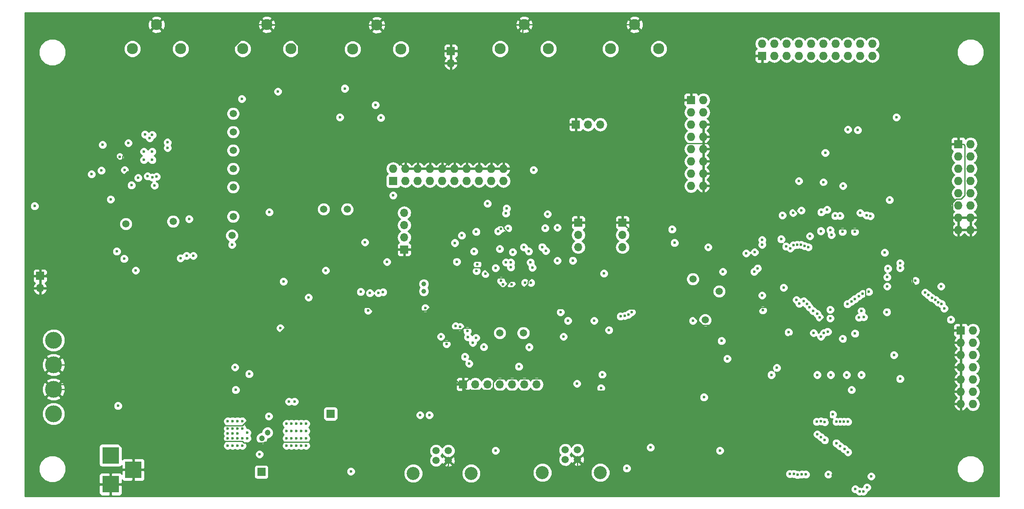
<source format=gbr>
G04 #@! TF.FileFunction,Copper,L2,Inr,Plane*
%FSLAX46Y46*%
G04 Gerber Fmt 4.6, Leading zero omitted, Abs format (unit mm)*
G04 Created by KiCad (PCBNEW 4.0.7-e2-6376~58~ubuntu16.04.1) date Sat Mar 23 16:58:12 2019*
%MOMM*%
%LPD*%
G01*
G04 APERTURE LIST*
%ADD10C,0.100000*%
%ADD11C,1.500000*%
%ADD12R,1.727200X1.727200*%
%ADD13O,1.727200X1.727200*%
%ADD14R,1.700000X1.700000*%
%ADD15O,1.700000X1.700000*%
%ADD16C,1.000000*%
%ADD17C,1.520000*%
%ADD18C,2.700000*%
%ADD19C,2.300000*%
%ADD20R,3.500000X3.500000*%
%ADD21C,3.500000*%
%ADD22C,0.600000*%
%ADD23C,1.200000*%
%ADD24C,0.250000*%
%ADD25C,0.254000*%
G04 APERTURE END LIST*
D10*
D11*
X94361000Y-97663000D03*
D12*
X204216000Y-60452000D03*
D13*
X204216000Y-57912000D03*
X206756000Y-60452000D03*
X206756000Y-57912000D03*
X209296000Y-60452000D03*
X209296000Y-57912000D03*
X211836000Y-60452000D03*
X211836000Y-57912000D03*
X214376000Y-60452000D03*
X214376000Y-57912000D03*
X216916000Y-60452000D03*
X216916000Y-57912000D03*
X219456000Y-60452000D03*
X219456000Y-57912000D03*
X221996000Y-60452000D03*
X221996000Y-57912000D03*
X224536000Y-60452000D03*
X224536000Y-57912000D03*
X227076000Y-60452000D03*
X227076000Y-57912000D03*
D12*
X189484000Y-69596000D03*
D13*
X192024000Y-69596000D03*
X189484000Y-72136000D03*
X192024000Y-72136000D03*
X189484000Y-74676000D03*
X192024000Y-74676000D03*
X189484000Y-77216000D03*
X192024000Y-77216000D03*
X189484000Y-79756000D03*
X192024000Y-79756000D03*
X189484000Y-82296000D03*
X192024000Y-82296000D03*
X189484000Y-84836000D03*
X192024000Y-84836000D03*
X189484000Y-87376000D03*
X192024000Y-87376000D03*
D14*
X166116000Y-94996000D03*
D15*
X166116000Y-97536000D03*
X166116000Y-100076000D03*
D14*
X175260000Y-94996000D03*
D15*
X175260000Y-97536000D03*
X175260000Y-100076000D03*
D14*
X130048000Y-100584000D03*
D15*
X130048000Y-98044000D03*
X130048000Y-95504000D03*
X130048000Y-92964000D03*
D16*
X134112000Y-107696000D03*
X134112000Y-109196000D03*
D12*
X127762000Y-86360000D03*
D13*
X127762000Y-83820000D03*
X130302000Y-86360000D03*
X130302000Y-83820000D03*
X132842000Y-86360000D03*
X132842000Y-83820000D03*
X135382000Y-86360000D03*
X135382000Y-83820000D03*
X137922000Y-86360000D03*
X137922000Y-83820000D03*
X140462000Y-86360000D03*
X140462000Y-83820000D03*
X143002000Y-86360000D03*
X143002000Y-83820000D03*
X145542000Y-86360000D03*
X145542000Y-83820000D03*
X148082000Y-86360000D03*
X148082000Y-83820000D03*
X150622000Y-86360000D03*
X150622000Y-83820000D03*
D17*
X136652000Y-142272000D03*
X139192000Y-142272000D03*
X139192000Y-144272000D03*
X136652000Y-144272000D03*
D18*
X131922000Y-146972000D03*
X143922000Y-146972000D03*
D14*
X142240000Y-128524000D03*
D15*
X144780000Y-128524000D03*
X147320000Y-128524000D03*
X149860000Y-128524000D03*
X152400000Y-128524000D03*
X154940000Y-128524000D03*
X157480000Y-128524000D03*
D14*
X165608000Y-74676000D03*
D15*
X168148000Y-74676000D03*
X170688000Y-74676000D03*
D11*
X149860000Y-117856000D03*
X154740000Y-117856000D03*
D12*
X245364000Y-117348000D03*
D13*
X247904000Y-117348000D03*
X245364000Y-119888000D03*
X247904000Y-119888000D03*
X245364000Y-122428000D03*
X247904000Y-122428000D03*
X245364000Y-124968000D03*
X247904000Y-124968000D03*
X245364000Y-127508000D03*
X247904000Y-127508000D03*
X245364000Y-130048000D03*
X247904000Y-130048000D03*
X245364000Y-132588000D03*
X247904000Y-132588000D03*
D17*
X163418000Y-142112000D03*
X165958000Y-142112000D03*
X165958000Y-144112000D03*
X163418000Y-144112000D03*
D18*
X158688000Y-146812000D03*
X170688000Y-146812000D03*
D14*
X139700000Y-59436000D03*
D15*
X139700000Y-61976000D03*
D19*
X154940000Y-53975000D03*
X159940000Y-58975000D03*
X149940000Y-58975000D03*
X177800000Y-53975000D03*
X182800000Y-58975000D03*
X172800000Y-58975000D03*
D11*
X195326000Y-109220000D03*
D19*
X124380000Y-54055000D03*
X129380000Y-59055000D03*
X119380000Y-59055000D03*
D11*
X192405000Y-115189000D03*
X189865000Y-106680000D03*
D12*
X244856000Y-78740000D03*
D13*
X247396000Y-78740000D03*
X244856000Y-81280000D03*
X247396000Y-81280000D03*
X244856000Y-83820000D03*
X247396000Y-83820000D03*
X244856000Y-86360000D03*
X247396000Y-86360000D03*
X244856000Y-88900000D03*
X247396000Y-88900000D03*
X244856000Y-91440000D03*
X247396000Y-91440000D03*
X244856000Y-93980000D03*
X247396000Y-93980000D03*
X244856000Y-96520000D03*
X247396000Y-96520000D03*
D14*
X100457000Y-146685000D03*
X114808000Y-134620000D03*
D20*
X69215000Y-143225000D03*
X69215000Y-149225000D03*
X73915000Y-146225000D03*
D21*
X57404000Y-134620000D03*
X57404000Y-129540000D03*
X57404000Y-124460000D03*
X57404000Y-119380000D03*
D14*
X54610000Y-106045000D03*
D15*
X54610000Y-108585000D03*
D11*
X113357000Y-92202000D03*
X118237000Y-92202000D03*
X94615000Y-83820000D03*
X94615000Y-80010000D03*
X82169000Y-94742000D03*
X94615000Y-72390000D03*
X94615000Y-76200000D03*
X72390000Y-95250000D03*
D19*
X78740000Y-53975000D03*
X83740000Y-58975000D03*
X73740000Y-58975000D03*
X101600000Y-53975000D03*
X106600000Y-58975000D03*
X96600000Y-58975000D03*
D11*
X94615000Y-87630000D03*
X94615000Y-93726000D03*
D22*
X76112500Y-81987500D03*
X77837500Y-81987500D03*
X77837500Y-80262500D03*
X76112500Y-80262500D03*
X140948771Y-103096502D03*
X102108000Y-92837000D03*
X110236000Y-110490000D03*
X223774000Y-112903000D03*
X225933000Y-113792002D03*
X66548000Y-111887000D03*
X102870000Y-100584000D03*
X206248000Y-130302000D03*
X178816000Y-133223000D03*
X182499000Y-131064000D03*
X178435000Y-128651000D03*
X214757000Y-81026000D03*
X219583000Y-78994000D03*
X80264000Y-116078000D03*
X80264000Y-118999000D03*
X195834000Y-117983000D03*
X81407000Y-123063000D03*
X104013000Y-129540000D03*
X111760000Y-129540000D03*
X110490000Y-129540000D03*
X105410000Y-128270000D03*
X107950000Y-128270000D03*
X107950000Y-127000000D03*
X111760000Y-127000000D03*
X110490000Y-127000000D03*
X109220000Y-127000000D03*
X109220000Y-128270000D03*
X110490000Y-128270000D03*
X111760000Y-128270000D03*
X113157000Y-128270000D03*
X114046000Y-129540000D03*
X114046000Y-128270000D03*
X113988010Y-126422990D03*
X58547000Y-88011000D03*
X62738000Y-89027000D03*
X153924000Y-147955000D03*
X167021000Y-90170000D03*
X171958000Y-82169000D03*
X123190000Y-147701000D03*
X129921000Y-130048000D03*
X139954000Y-137033000D03*
X171704000Y-130556000D03*
X165989000Y-131064000D03*
X165862000Y-146431000D03*
X189992000Y-132461000D03*
X182245000Y-127889000D03*
X162814000Y-91567000D03*
X163068000Y-87376000D03*
X142494000Y-104648000D03*
X147447000Y-103251000D03*
X97663000Y-146399000D03*
X101854000Y-142875000D03*
X108077000Y-148670000D03*
X86487000Y-146558000D03*
X141478000Y-92964000D03*
X153616330Y-107451999D03*
X148393989Y-122428000D03*
X158333000Y-122301000D03*
X148717000Y-95885000D03*
X156210000Y-96774000D03*
X161925000Y-98552000D03*
X149820000Y-91059000D03*
X161798000Y-104325999D03*
X185293000Y-113792000D03*
X174625000Y-120396000D03*
X169799000Y-118110000D03*
X193548000Y-150689979D03*
X218821000Y-147320000D03*
X210058000Y-118618000D03*
X217297000Y-114173000D03*
X217419417Y-87540999D03*
X214249000Y-85979000D03*
X133096000Y-103124000D03*
X131953000Y-112776000D03*
X93599000Y-116078000D03*
X103251000Y-98552000D03*
X102870000Y-95885000D03*
X118364000Y-99695000D03*
X108049559Y-96547441D03*
X111058942Y-99634058D03*
X57971564Y-83252436D03*
X154559000Y-68453000D03*
X157353000Y-73279000D03*
X72009000Y-81026000D03*
X70612000Y-76708000D03*
X81407000Y-76073000D03*
X79883000Y-77724000D03*
X123190000Y-65658996D03*
X125730000Y-65659000D03*
X80518000Y-81500010D03*
X65278000Y-83439000D03*
X61595000Y-83439000D03*
X81915000Y-88421615D03*
X79375000Y-84455000D03*
X219837000Y-96647000D03*
X226822000Y-77216000D03*
X237363000Y-67818000D03*
X243586000Y-69977000D03*
X203327000Y-113157000D03*
X208788000Y-112522000D03*
X226441000Y-103886000D03*
X226568000Y-100965000D03*
X226441000Y-97028000D03*
X224790000Y-96266000D03*
X212979000Y-107188000D03*
X204597000Y-101854000D03*
X204851000Y-102997000D03*
X213868000Y-96774000D03*
X218059000Y-135890000D03*
X209921010Y-121539000D03*
X218431859Y-142781857D03*
X220853000Y-127889000D03*
X198464575Y-111156324D03*
X193421000Y-105410000D03*
X244094000Y-105664000D03*
X215900000Y-129159000D03*
X67056000Y-116205000D03*
X205359000Y-88519000D03*
X202819000Y-88646000D03*
X212598000Y-87503000D03*
X214630000Y-87503000D03*
X237109000Y-99949000D03*
X220091000Y-123952000D03*
X217678000Y-123952000D03*
X191008000Y-102489000D03*
X197104000Y-102489000D03*
X210947000Y-88900000D03*
X215265000Y-123824996D03*
X222250000Y-122555000D03*
X234188000Y-95250000D03*
X235712000Y-104648000D03*
X235712000Y-108204000D03*
X225552000Y-88900000D03*
X200192000Y-98084000D03*
X148971000Y-104394000D03*
X156845000Y-84074000D03*
X151130000Y-103235010D03*
X155067000Y-107442000D03*
X150114000Y-107061000D03*
X99060705Y-89403590D03*
X196088000Y-105156000D03*
X208661000Y-108458000D03*
X217292493Y-80518000D03*
X171450000Y-105537000D03*
X232791000Y-104394000D03*
X232029000Y-73152000D03*
X193040006Y-100076000D03*
X181102000Y-141605000D03*
X176149000Y-145923000D03*
X146878051Y-105603051D03*
X165862000Y-128364000D03*
X161798000Y-102869990D03*
X145229918Y-103642000D03*
X145034000Y-105029000D03*
X127762000Y-89348999D03*
X195800261Y-119507000D03*
X159258000Y-96139000D03*
X161798000Y-96012000D03*
X70485000Y-100965000D03*
X74422000Y-104902000D03*
X147320000Y-91059000D03*
X172482000Y-117277000D03*
X189865000Y-115316000D03*
X169418000Y-115316000D03*
X163957000Y-115316000D03*
X217678000Y-92329000D03*
X216916000Y-86614000D03*
X105029000Y-107188000D03*
X104394000Y-116840000D03*
X69215000Y-90170000D03*
X78740000Y-85471000D03*
X204343000Y-113157000D03*
X232790990Y-103378011D03*
X229616000Y-101219000D03*
X209679551Y-117731551D03*
X235975990Y-107061009D03*
X230124000Y-106289010D03*
X223452021Y-117983000D03*
X210643978Y-92938487D03*
X204216000Y-110071010D03*
X217932000Y-147193000D03*
X202565000Y-105156000D03*
X221742000Y-126545011D03*
X218440000Y-126545011D03*
X215646000Y-126545011D03*
X217001000Y-117856000D03*
X224790000Y-126545011D03*
X218821000Y-134747000D03*
X206121000Y-126545011D03*
X72009000Y-102489000D03*
X208407000Y-93472000D03*
X216376000Y-96742000D03*
X207264000Y-125095000D03*
X214884000Y-117856000D03*
X241300000Y-108204000D03*
X230124000Y-108204010D03*
X220980000Y-87376000D03*
X224536000Y-92964000D03*
X202692000Y-101092000D03*
X204216000Y-99568000D03*
X150495000Y-107823000D03*
X159766000Y-93217996D03*
X95123000Y-129667000D03*
X70739000Y-132969000D03*
X192151000Y-131191000D03*
X107315000Y-132080000D03*
X97917000Y-126365000D03*
X106172000Y-132080000D03*
X94996000Y-124968000D03*
X53467000Y-91567000D03*
X126492000Y-103124000D03*
X216451021Y-92837000D03*
X220914647Y-119060647D03*
X230251000Y-104521000D03*
X212344000Y-92455994D03*
X86360000Y-101863999D03*
X84963000Y-101863999D03*
X83693000Y-102362000D03*
X200914000Y-101346000D03*
X216408000Y-118618000D03*
X203276999Y-104470999D03*
X211836000Y-86360000D03*
X81026000Y-79502000D03*
X103886000Y-67818000D03*
X67564000Y-78867000D03*
X67292009Y-84201000D03*
X81025994Y-78359000D03*
X96393000Y-69342000D03*
X76327000Y-76708000D03*
X116713000Y-73152000D03*
X77326667Y-77444781D03*
X125222000Y-73279000D03*
X72898000Y-78486000D03*
X71120000Y-81407000D03*
X152273000Y-107823000D03*
X153797000Y-124841000D03*
X146558000Y-120777000D03*
X100076000Y-143002000D03*
X101981000Y-135128000D03*
X138811000Y-120142000D03*
X134409345Y-112688655D03*
X185547000Y-96393002D03*
X186055000Y-99187000D03*
X152146000Y-104267000D03*
X144907000Y-118872000D03*
X156317012Y-107442000D03*
X162441501Y-113546501D03*
X163068000Y-118618000D03*
X156591000Y-104325999D03*
X158623000Y-100045000D03*
X196977000Y-123190000D03*
X154813004Y-100076000D03*
X155956000Y-120786990D03*
X122936000Y-109591001D03*
X125669051Y-109407949D03*
X72136000Y-84074008D03*
X65278000Y-84963000D03*
X137671129Y-118632416D03*
X122555000Y-113175870D03*
X121031000Y-109347000D03*
X124714000Y-109591000D03*
X225298000Y-114554000D03*
X231521000Y-122428000D03*
X224282000Y-114681006D03*
X232791000Y-127381000D03*
X144526000Y-100965000D03*
X149860000Y-100457000D03*
X140538108Y-99196990D03*
X141986000Y-97663000D03*
X144980250Y-96902771D03*
X113792000Y-104902000D03*
X94361000Y-99568000D03*
X226641169Y-93614268D03*
X151257000Y-92075000D03*
X151130000Y-93091000D03*
X225858036Y-93450851D03*
X204216000Y-98552000D03*
X209169000Y-99949000D03*
X210058000Y-100330000D03*
X210693000Y-99695000D03*
X211482117Y-99563481D03*
X212282104Y-99568400D03*
X213033877Y-99841969D03*
X213793364Y-100093330D03*
X214122000Y-97790000D03*
X218313000Y-96520000D03*
X218567000Y-97536000D03*
X219329000Y-93589000D03*
X220345000Y-93599000D03*
X220853000Y-96901000D03*
X143256000Y-118745000D03*
X118999000Y-146558000D03*
X142621000Y-122809000D03*
X152527000Y-101092000D03*
X148971000Y-142240000D03*
X143510000Y-124206000D03*
X144272000Y-119888000D03*
X152146000Y-103251000D03*
X156226163Y-103233199D03*
X174879000Y-114427000D03*
X143129000Y-117475000D03*
X151577058Y-96199942D03*
X135255000Y-134874000D03*
X133350000Y-134874000D03*
X208151321Y-98426679D03*
X195453000Y-142239996D03*
X224028000Y-75819000D03*
X221996000Y-75692000D03*
X77841594Y-76832515D03*
X117729000Y-67192999D03*
X124079000Y-70612000D03*
X77851000Y-85598000D03*
X85471000Y-94234000D03*
X76871948Y-85375846D03*
X78321894Y-87298023D03*
X73532994Y-87249000D03*
X74930000Y-85725000D03*
X175768000Y-114300000D03*
X164972295Y-102863999D03*
X155874283Y-100943011D03*
X176525741Y-114014397D03*
X177172881Y-113544065D03*
X159385000Y-100838000D03*
X150114000Y-96266000D03*
X141605000Y-116586000D03*
X140722215Y-116465215D03*
X149479000Y-96774000D03*
X97536000Y-139700000D03*
X97536000Y-138525000D03*
X95504000Y-138684000D03*
X94488000Y-138684000D03*
X93472000Y-138684000D03*
X105664000Y-141224000D03*
X106680000Y-141224000D03*
X107696000Y-141224000D03*
X108712000Y-141224000D03*
X109728000Y-141224000D03*
X109728000Y-139700000D03*
X108712000Y-139700000D03*
X107696000Y-139700000D03*
X106680000Y-139700000D03*
X105664000Y-139700000D03*
X105664000Y-138176000D03*
X106680000Y-138176000D03*
X107696000Y-138176000D03*
X108712000Y-138176000D03*
X109728000Y-138176000D03*
X109728000Y-136652000D03*
X108712000Y-136652000D03*
X107696000Y-136652000D03*
X106680000Y-136652000D03*
X105664000Y-136652000D03*
X93472000Y-141224000D03*
X94488000Y-141224000D03*
X95504000Y-141224000D03*
X96520000Y-141224000D03*
X96520000Y-139700000D03*
X95504000Y-139700000D03*
X94488000Y-139700000D03*
X93472000Y-139700000D03*
X96520000Y-137668000D03*
X95504000Y-137668000D03*
X94488000Y-137668000D03*
X93472000Y-137668000D03*
X96520000Y-136144000D03*
X95504000Y-136144000D03*
X94488000Y-136144000D03*
X93472000Y-136144000D03*
D23*
X100552000Y-139700000D03*
X101727000Y-138525000D03*
D22*
X230632000Y-90296998D03*
X170815000Y-129286000D03*
X171069000Y-126492000D03*
X223393000Y-96901000D03*
X218313000Y-113029986D03*
X222758000Y-129667000D03*
X224406041Y-150689979D03*
X211328000Y-110998000D03*
X223520000Y-150239968D03*
X211930974Y-111797503D03*
X212852000Y-111252000D03*
X226822000Y-147574000D03*
X225933000Y-149860000D03*
X213487000Y-111887000D03*
X225206048Y-150687291D03*
X213995000Y-112522000D03*
X214757000Y-113284000D03*
X213233000Y-147193006D03*
X215646000Y-113919000D03*
X212433001Y-147188417D03*
X216154000Y-114681000D03*
X211546513Y-147256493D03*
X210772625Y-147053721D03*
X217800559Y-117597559D03*
X209931000Y-147066000D03*
X218313000Y-114808000D03*
X230068001Y-113528000D03*
X243305768Y-115105446D03*
X224790000Y-113284000D03*
X241935000Y-112776000D03*
X221869000Y-111887000D03*
X241409961Y-111873286D03*
X240688200Y-111528228D03*
X222752998Y-111351001D03*
X223393000Y-110870979D03*
X240110543Y-110974771D03*
X224282000Y-110245990D03*
X239395000Y-110617000D03*
X225044000Y-109728000D03*
X238633000Y-109982000D03*
X226314000Y-109345968D03*
X237998000Y-109474000D03*
X215519000Y-136271000D03*
X215646000Y-138859003D03*
X216408000Y-136144000D03*
X216408000Y-139436000D03*
X217192466Y-136300893D03*
X217189999Y-140061001D03*
X219583000Y-136271000D03*
X219583000Y-140686001D03*
X220383003Y-136271000D03*
X220345000Y-141311001D03*
X221183006Y-136271000D03*
X221286764Y-141936001D03*
X221996000Y-142560990D03*
X221996000Y-136271000D03*
X121920000Y-99060000D03*
D24*
X68108002Y-89027000D02*
X63162264Y-89027000D01*
X79375000Y-84455000D02*
X72680002Y-84455000D01*
X72680002Y-84455000D02*
X68108002Y-89027000D01*
X63162264Y-89027000D02*
X62738000Y-89027000D01*
X192024000Y-84836000D02*
X192024000Y-87376000D01*
X192024000Y-77216000D02*
X192024000Y-79756000D01*
X192024000Y-74676000D02*
X192024000Y-75897314D01*
X192024000Y-75897314D02*
X192024000Y-77216000D01*
X225933000Y-113367738D02*
X225933000Y-113792002D01*
X225415001Y-112475999D02*
X225933000Y-112993998D01*
X225933000Y-112993998D02*
X225933000Y-113367738D01*
X224581999Y-112475999D02*
X225415001Y-112475999D01*
X223474001Y-113202999D02*
X223774000Y-112903000D01*
X222721998Y-113955002D02*
X223474001Y-113202999D01*
X217805000Y-113955002D02*
X222721998Y-113955002D01*
X224201001Y-112475999D02*
X224073999Y-112603001D01*
X224581999Y-112475999D02*
X224201001Y-112475999D01*
X224073999Y-112603001D02*
X223774000Y-112903000D01*
X226232999Y-113492003D02*
X225933000Y-113792002D01*
X235712000Y-108204000D02*
X231521002Y-108204000D01*
X231521002Y-108204000D02*
X226232999Y-113492003D01*
X217805000Y-113955002D02*
X215496001Y-116264001D01*
X217805000Y-113955002D02*
X217722999Y-113873001D01*
X217722999Y-113873001D02*
X217596999Y-113873001D01*
X217596999Y-113873001D02*
X217297000Y-114173000D01*
X237109000Y-99949000D02*
X237408999Y-100248999D01*
X237408999Y-100248999D02*
X237408999Y-102951001D01*
X237408999Y-102951001D02*
X236011999Y-104348001D01*
X236011999Y-104348001D02*
X235712000Y-104648000D01*
X234188000Y-95250000D02*
X237109000Y-98171000D01*
X237109000Y-98171000D02*
X237109000Y-99949000D01*
X79883000Y-77724000D02*
X80182999Y-77424001D01*
X80182999Y-77424001D02*
X81234001Y-77424001D01*
X81234001Y-77424001D02*
X82169000Y-78359000D01*
X82169000Y-78359000D02*
X82169000Y-79849010D01*
X82169000Y-79849010D02*
X80817999Y-81200011D01*
X80817999Y-81200011D02*
X80518000Y-81500010D01*
X168656000Y-84582000D02*
X168656000Y-88535000D01*
X168656000Y-88535000D02*
X167021000Y-90170000D01*
X175260000Y-91186000D02*
X168656000Y-84582000D01*
X168656000Y-84582000D02*
X157353000Y-73279000D01*
X171958000Y-82169000D02*
X171533736Y-82169000D01*
X171533736Y-82169000D02*
X169120736Y-84582000D01*
X169120736Y-84582000D02*
X168656000Y-84582000D01*
X161798000Y-104325999D02*
X158508011Y-104325999D01*
X59878873Y-129540000D02*
X57404000Y-129540000D01*
X158508011Y-104325999D02*
X155692011Y-107141999D01*
X142276002Y-116840000D02*
X141905001Y-117211001D01*
X155692011Y-107141999D02*
X155692011Y-107741991D01*
X104948001Y-117211001D02*
X92619002Y-129540000D01*
X155692011Y-107741991D02*
X146594002Y-116840000D01*
X146594002Y-116840000D02*
X142276002Y-116840000D01*
X141905001Y-117211001D02*
X104948001Y-117211001D01*
X92619002Y-129540000D02*
X59878873Y-129540000D01*
X67056000Y-116205000D02*
X67056000Y-112395000D01*
X67056000Y-112395000D02*
X66548000Y-111887000D01*
X125796051Y-103692949D02*
X125796051Y-106105949D01*
X125796051Y-106105949D02*
X125603000Y-106299000D01*
X131953000Y-113313656D02*
X126746000Y-113313656D01*
X126746000Y-113313656D02*
X123617788Y-113313656D01*
X125603000Y-106299000D02*
X126746000Y-107442000D01*
X126746000Y-107442000D02*
X126746000Y-113313656D01*
X134709346Y-113313656D02*
X131953000Y-113313656D01*
X131953000Y-113313656D02*
X131953000Y-112776000D01*
X204597000Y-101854000D02*
X204597000Y-102743000D01*
X204597000Y-102743000D02*
X204851000Y-102997000D01*
X200192000Y-98084000D02*
X202066999Y-99958999D01*
X202066999Y-99958999D02*
X202701999Y-99958999D01*
X202701999Y-99958999D02*
X204297001Y-101554001D01*
X204297001Y-101554001D02*
X204597000Y-101854000D01*
X197104000Y-102489000D02*
X197104000Y-101172000D01*
X197104000Y-101172000D02*
X200192000Y-98084000D01*
X212979000Y-107188000D02*
X208534000Y-107188000D01*
X174625000Y-120396000D02*
X172085000Y-120396000D01*
X172085000Y-120396000D02*
X169799000Y-118110000D01*
X203327000Y-113157000D02*
X203027001Y-112857001D01*
X175051999Y-112857001D02*
X170098999Y-117810001D01*
X203027001Y-112857001D02*
X175051999Y-112857001D01*
X170098999Y-117810001D02*
X169799000Y-118110000D01*
X198464575Y-111156324D02*
X201326324Y-111156324D01*
X201326324Y-111156324D02*
X203327000Y-113157000D01*
X203327000Y-113157000D02*
X203327000Y-112395000D01*
X208788000Y-112522000D02*
X203962000Y-112522000D01*
X203962000Y-112522000D02*
X203327000Y-113157000D01*
X195834000Y-117983000D02*
X203327000Y-117983000D01*
X203327000Y-117983000D02*
X208788000Y-112522000D01*
X185293000Y-113792000D02*
X189416998Y-113792000D01*
X189416998Y-113792000D02*
X193607998Y-117983000D01*
X193607998Y-117983000D02*
X195409736Y-117983000D01*
X195409736Y-117983000D02*
X195834000Y-117983000D01*
X198464575Y-111156324D02*
X187928676Y-111156324D01*
X187928676Y-111156324D02*
X185293000Y-113792000D01*
X193421000Y-105410000D02*
X196342000Y-102489000D01*
X196342000Y-102489000D02*
X197104000Y-102489000D01*
X191008000Y-102489000D02*
X191008000Y-102997000D01*
X191008000Y-102997000D02*
X193421000Y-105410000D01*
X192024000Y-87376000D02*
X201549000Y-87376000D01*
X201549000Y-87376000D02*
X202819000Y-88646000D01*
X191008000Y-102489000D02*
X182753000Y-102489000D01*
X182753000Y-102489000D02*
X175260000Y-94996000D01*
X102870000Y-100711000D02*
X102870000Y-100584000D01*
X102870000Y-100159736D02*
X102870000Y-100584000D01*
X102870000Y-98933000D02*
X102870000Y-100159736D01*
X102824001Y-100756999D02*
X102870000Y-100711000D01*
X103251000Y-98552000D02*
X102870000Y-98933000D01*
X93599000Y-116078000D02*
X93599000Y-109982000D01*
X79121000Y-124460000D02*
X102824001Y-100756999D01*
X93599000Y-109982000D02*
X102824001Y-100756999D01*
X57404000Y-124460000D02*
X79121000Y-124460000D01*
X101854000Y-142875000D02*
X107649000Y-148670000D01*
X107649000Y-148670000D02*
X108077000Y-148670000D01*
X97663000Y-146399000D02*
X86646000Y-146399000D01*
X86646000Y-146399000D02*
X86487000Y-146558000D01*
X73915000Y-146225000D02*
X86154000Y-146225000D01*
X86154000Y-146225000D02*
X86487000Y-146558000D01*
X153616330Y-107451999D02*
X153316331Y-107152000D01*
X153316331Y-107152000D02*
X152018998Y-107152000D01*
X139726003Y-119516999D02*
X102623001Y-119516999D01*
X75915000Y-146225000D02*
X73915000Y-146225000D01*
X152018998Y-107152000D02*
X151647999Y-107522999D01*
X151647999Y-107522999D02*
X151647999Y-107595003D01*
X151647999Y-107595003D02*
X139726003Y-119516999D01*
X102623001Y-119516999D02*
X75915000Y-146225000D01*
X142494000Y-104648000D02*
X142793999Y-104348001D01*
X142793999Y-104348001D02*
X146548003Y-104348001D01*
X146548003Y-104348001D02*
X148636001Y-106435999D01*
X148636001Y-106435999D02*
X152600330Y-106435999D01*
X152600330Y-106435999D02*
X153316331Y-107152000D01*
X147447000Y-103251000D02*
X147147001Y-102951001D01*
X147147001Y-102951001D02*
X144190999Y-102951001D01*
X144190999Y-102951001D02*
X142793999Y-104348001D01*
X153616330Y-107451999D02*
X152620328Y-108448001D01*
X152620328Y-108448001D02*
X150194999Y-108448001D01*
X150194999Y-108448001D02*
X147746999Y-106000001D01*
X147746999Y-106000001D02*
X147746999Y-103550999D01*
X147746999Y-103550999D02*
X147447000Y-103251000D01*
X142240000Y-128524000D02*
X58420000Y-128524000D01*
X58420000Y-128524000D02*
X57404000Y-129540000D01*
X206248000Y-130302000D02*
X203294999Y-127348999D01*
X147884001Y-129699001D02*
X142315001Y-129699001D01*
X203294999Y-127348999D02*
X149295999Y-127348999D01*
X149295999Y-127348999D02*
X148495001Y-128149997D01*
X148495001Y-128149997D02*
X148495001Y-129088001D01*
X148495001Y-129088001D02*
X147884001Y-129699001D01*
X142240000Y-129624000D02*
X142240000Y-128524000D01*
X142315001Y-129699001D02*
X142240000Y-129624000D01*
X215900000Y-129159000D02*
X207391000Y-129159000D01*
X207391000Y-129159000D02*
X206248000Y-130302000D01*
X210058000Y-118618000D02*
X210058000Y-121402010D01*
X210058000Y-121402010D02*
X209921010Y-121539000D01*
X217678000Y-123952000D02*
X215392000Y-123952000D01*
X215392000Y-123952000D02*
X210058000Y-118618000D01*
X217678000Y-123952000D02*
X217378001Y-124251999D01*
X217378001Y-124251999D02*
X217378001Y-127680999D01*
X217378001Y-127680999D02*
X216199999Y-128859001D01*
X216199999Y-128859001D02*
X215900000Y-129159000D01*
X220091000Y-123952000D02*
X220091000Y-127127000D01*
X220091000Y-127127000D02*
X220853000Y-127889000D01*
X220091000Y-123952000D02*
X221488000Y-122555000D01*
X221488000Y-122555000D02*
X222250000Y-122555000D01*
X217678000Y-123952000D02*
X220091000Y-123952000D01*
X215265000Y-123824996D02*
X217550996Y-123824996D01*
X217550996Y-123824996D02*
X217678000Y-123952000D01*
X209921010Y-121539000D02*
X212979004Y-121539000D01*
X212979004Y-121539000D02*
X215265000Y-123824996D01*
X206248000Y-130302000D02*
X209921010Y-126628990D01*
X209921010Y-126628990D02*
X209921010Y-121539000D01*
X178054000Y-132461000D02*
X178816000Y-133223000D01*
X178054000Y-131064000D02*
X182245000Y-131064000D01*
X170434000Y-131064000D02*
X178054000Y-131064000D01*
X178054000Y-131064000D02*
X178054000Y-132461000D01*
X182245000Y-131064000D02*
X182499000Y-131064000D01*
X182499000Y-131064000D02*
X186436000Y-131064000D01*
X177174999Y-129911001D02*
X178435000Y-128651000D01*
X98961001Y-127790001D02*
X140851001Y-127790001D01*
X142972001Y-129911001D02*
X177174999Y-129911001D01*
X140851001Y-127790001D02*
X142972001Y-129911001D01*
X59153999Y-127790001D02*
X98961001Y-127790001D01*
X171704000Y-130556000D02*
X146762198Y-130556000D01*
X146762198Y-130556000D02*
X136856198Y-140462000D01*
X136856198Y-140462000D02*
X101159002Y-140462000D01*
X101159002Y-140462000D02*
X100996001Y-140625001D01*
X100996001Y-140625001D02*
X96846003Y-140625001D01*
X96846003Y-140625001D02*
X96546003Y-140325001D01*
X68189001Y-140325001D02*
X59153999Y-131289999D01*
X96546003Y-140325001D02*
X68189001Y-140325001D01*
X59153999Y-131289999D02*
X57404000Y-129540000D01*
X148393989Y-122428000D02*
X142297989Y-128524000D01*
X142297989Y-128524000D02*
X142240000Y-128524000D01*
X158333000Y-122301000D02*
X148520989Y-122301000D01*
X148520989Y-122301000D02*
X148393989Y-122428000D01*
X182245000Y-127889000D02*
X179959000Y-130175000D01*
X179959000Y-130175000D02*
X166207000Y-130175000D01*
X166207000Y-130175000D02*
X158632999Y-122600999D01*
X158632999Y-122600999D02*
X158333000Y-122301000D01*
X171704000Y-130556000D02*
X179578000Y-130556000D01*
X179578000Y-130556000D02*
X182245000Y-127889000D01*
X212298399Y-78567399D02*
X214757000Y-81026000D01*
X204089000Y-78567399D02*
X206837399Y-78567399D01*
X143174601Y-78567399D02*
X204089000Y-78567399D01*
X204089000Y-78567399D02*
X212298399Y-78567399D01*
X220218000Y-79629000D02*
X210947000Y-88900000D01*
X222631000Y-77216000D02*
X220218000Y-79629000D01*
X220218000Y-79629000D02*
X219583000Y-78994000D01*
X243586000Y-69977000D02*
X241427000Y-67818000D01*
X241427000Y-67818000D02*
X237363000Y-67818000D01*
X244856000Y-78740000D02*
X244856000Y-71247000D01*
X244856000Y-71247000D02*
X243586000Y-69977000D01*
X244094000Y-105664000D02*
X243667399Y-105237399D01*
X243667399Y-105237399D02*
X243667399Y-90869471D01*
X243667399Y-90869471D02*
X244448269Y-90088601D01*
X244448269Y-90088601D02*
X245426529Y-90088601D01*
X245426529Y-90088601D02*
X246207399Y-89307731D01*
X246207399Y-89307731D02*
X246207399Y-78977799D01*
X246207399Y-78977799D02*
X245969600Y-78740000D01*
X245969600Y-78740000D02*
X244856000Y-78740000D01*
X236011999Y-104348001D02*
X242778001Y-104348001D01*
X242778001Y-104348001D02*
X243794001Y-105364001D01*
X243794001Y-105364001D02*
X244094000Y-105664000D01*
X235712000Y-108204000D02*
X235712000Y-107722021D01*
X235712000Y-107722021D02*
X235331000Y-107341021D01*
X235331000Y-107341021D02*
X235331000Y-105029000D01*
X235331000Y-105029000D02*
X235412001Y-104947999D01*
X235412001Y-104947999D02*
X235712000Y-104648000D01*
X226441000Y-103886000D02*
X226441000Y-107405998D01*
X226441000Y-107405998D02*
X225669001Y-108177997D01*
X225669001Y-108177997D02*
X225669001Y-111388997D01*
X225669001Y-111388997D02*
X224581999Y-112475999D01*
X226568000Y-100965000D02*
X226568000Y-103759000D01*
X226568000Y-103759000D02*
X226441000Y-103886000D01*
X226441000Y-97028000D02*
X226441000Y-100838000D01*
X226441000Y-100838000D02*
X226568000Y-100965000D01*
X224790000Y-96266000D02*
X225679000Y-96266000D01*
X225679000Y-96266000D02*
X226441000Y-97028000D01*
X219837000Y-96647000D02*
X220218000Y-96266000D01*
X220218000Y-96266000D02*
X224790000Y-96266000D01*
X213868000Y-96774000D02*
X216027000Y-94615000D01*
X216027000Y-94615000D02*
X217805000Y-94615000D01*
X217805000Y-94615000D02*
X219537001Y-96347001D01*
X219537001Y-96347001D02*
X219837000Y-96647000D01*
X205359000Y-88519000D02*
X207149493Y-88519000D01*
X207149493Y-88519000D02*
X213868000Y-95237507D01*
X213868000Y-95237507D02*
X213868000Y-96349736D01*
X213868000Y-96349736D02*
X213868000Y-96774000D01*
X202819000Y-88646000D02*
X205232000Y-88646000D01*
X205232000Y-88646000D02*
X205359000Y-88519000D01*
X210947000Y-88900000D02*
X205740000Y-88900000D01*
X205740000Y-88900000D02*
X205359000Y-88519000D01*
X226822000Y-77216000D02*
X222631000Y-77216000D01*
X225552000Y-88900000D02*
X225552000Y-78486000D01*
X225552000Y-78486000D02*
X226822000Y-77216000D01*
X217419417Y-87540999D02*
X218778418Y-88900000D01*
X218778418Y-88900000D02*
X225552000Y-88900000D01*
X214630000Y-87503000D02*
X217381418Y-87503000D01*
X217381418Y-87503000D02*
X217419417Y-87540999D01*
X212598000Y-87503000D02*
X214630000Y-87503000D01*
X214249000Y-85979000D02*
X214122000Y-85979000D01*
X214122000Y-85979000D02*
X212598000Y-87503000D01*
X137922000Y-83820000D02*
X143174601Y-78567399D01*
X206837399Y-78567399D02*
X213949001Y-85679001D01*
X213949001Y-85679001D02*
X214249000Y-85979000D01*
X130302000Y-83820000D02*
X150622000Y-83820000D01*
X101600000Y-53975000D02*
X103783002Y-53975000D01*
X108075001Y-58266999D02*
X108075001Y-61593001D01*
X103783002Y-53975000D02*
X108075001Y-58266999D01*
X108075001Y-61593001D02*
X129438401Y-82956401D01*
X129438401Y-82956401D02*
X130302000Y-83820000D01*
X54610000Y-106045000D02*
X54610000Y-108585000D01*
X58547000Y-88011000D02*
X58547000Y-103208000D01*
X58547000Y-103208000D02*
X55710000Y-106045000D01*
X55710000Y-106045000D02*
X54610000Y-106045000D01*
X61595000Y-83439000D02*
X65278000Y-83439000D01*
X57971564Y-83252436D02*
X61408436Y-83252436D01*
X61408436Y-83252436D02*
X61595000Y-83439000D01*
X57971564Y-83252436D02*
X57971564Y-87435564D01*
X57971564Y-87435564D02*
X58547000Y-88011000D01*
X62738000Y-89027000D02*
X61722000Y-88011000D01*
X61722000Y-88011000D02*
X58547000Y-88011000D01*
X72009000Y-81026000D02*
X75438000Y-84455000D01*
X75438000Y-84455000D02*
X79375000Y-84455000D01*
X80518000Y-81500010D02*
X80518000Y-83312000D01*
X80518000Y-83312000D02*
X79375000Y-84455000D01*
X79883000Y-77724000D02*
X79883000Y-77597000D01*
X79883000Y-77597000D02*
X81407000Y-76073000D01*
X101600000Y-53975000D02*
X99416998Y-53975000D01*
X99416998Y-53975000D02*
X81407000Y-71984998D01*
X81407000Y-75648736D02*
X81407000Y-76073000D01*
X81407000Y-71984998D02*
X81407000Y-75648736D01*
X124380000Y-54055000D02*
X101680000Y-54055000D01*
X101680000Y-54055000D02*
X101600000Y-53975000D01*
X154940000Y-53975000D02*
X137414000Y-53975000D01*
X137414000Y-53975000D02*
X125730000Y-65659000D01*
X124380000Y-54055000D02*
X154860000Y-54055000D01*
X154860000Y-54055000D02*
X154940000Y-53975000D01*
X154940000Y-53975000D02*
X177800000Y-53975000D01*
X154559000Y-68453000D02*
X154559000Y-54356000D01*
X154559000Y-54356000D02*
X154940000Y-53975000D01*
X157353000Y-73279000D02*
X157353000Y-71247000D01*
X157353000Y-71247000D02*
X154559000Y-68453000D01*
X175260000Y-94996000D02*
X175260000Y-91186000D01*
X167021000Y-90170000D02*
X167021000Y-90594264D01*
X167021000Y-90594264D02*
X171422736Y-94996000D01*
X171422736Y-94996000D02*
X174160000Y-94996000D01*
X174160000Y-94996000D02*
X175260000Y-94996000D01*
X164211000Y-90170000D02*
X167021000Y-90170000D01*
X162814000Y-91567000D02*
X164211000Y-90170000D01*
X163068000Y-87376000D02*
X163068000Y-91313000D01*
X163068000Y-91313000D02*
X162814000Y-91567000D01*
X149820000Y-91059000D02*
X153503000Y-87376000D01*
X153503000Y-87376000D02*
X163068000Y-87376000D01*
X148717000Y-95885000D02*
X148717000Y-92162000D01*
X148717000Y-92162000D02*
X149820000Y-91059000D01*
X141478000Y-92964000D02*
X145796000Y-92964000D01*
X145796000Y-92964000D02*
X148717000Y-95885000D01*
X148717000Y-95885000D02*
X147447000Y-97155000D01*
X147447000Y-97155000D02*
X147447000Y-103251000D01*
X156210000Y-96774000D02*
X155910001Y-97073999D01*
X155910001Y-97073999D02*
X151526113Y-97073999D01*
X151526113Y-97073999D02*
X150739001Y-96286887D01*
X150739001Y-96286887D02*
X150739001Y-95965999D01*
X150739001Y-95965999D02*
X150358003Y-95585001D01*
X150358003Y-95585001D02*
X149016999Y-95585001D01*
X149016999Y-95585001D02*
X148717000Y-95885000D01*
X161925000Y-98552000D02*
X157988000Y-98552000D01*
X157988000Y-98552000D02*
X156210000Y-96774000D01*
X166116000Y-94996000D02*
X165016000Y-94996000D01*
X161925000Y-98087000D02*
X161925000Y-98127736D01*
X165016000Y-94996000D02*
X161925000Y-98087000D01*
X161925000Y-98127736D02*
X161925000Y-98552000D01*
X140335000Y-131064000D02*
X128905000Y-131064000D01*
X129921000Y-130048000D02*
X129621001Y-130347999D01*
X128905000Y-131064000D02*
X102525002Y-131064000D01*
X129621001Y-130347999D02*
X128905000Y-131064000D01*
X165989000Y-131064000D02*
X140335000Y-131064000D01*
X140335000Y-131064000D02*
X140335000Y-136652000D01*
X140335000Y-136652000D02*
X139954000Y-137033000D01*
X244094000Y-105664000D02*
X245364000Y-106934000D01*
X245364000Y-106934000D02*
X245364000Y-117348000D01*
X247396000Y-96520000D02*
X247396000Y-102362000D01*
X247396000Y-102362000D02*
X244094000Y-105664000D01*
X244856000Y-96520000D02*
X246077314Y-96520000D01*
X246077314Y-96520000D02*
X247396000Y-96520000D01*
X244856000Y-95201314D02*
X244856000Y-96520000D01*
X244856000Y-93980000D02*
X244856000Y-95201314D01*
X247396000Y-96520000D02*
X247396000Y-93980000D01*
X244856000Y-93980000D02*
X247396000Y-93980000D01*
X245364000Y-121158000D02*
X245364000Y-119888000D01*
X245364000Y-117348000D02*
X245364000Y-121158000D01*
X245364000Y-122428000D02*
X245364000Y-123649314D01*
X245364000Y-123649314D02*
X245364000Y-124968000D01*
X245364000Y-119888000D02*
X245364000Y-121109314D01*
X245364000Y-121109314D02*
X245364000Y-122428000D01*
X245364000Y-124968000D02*
X245364000Y-126189314D01*
X245364000Y-126189314D02*
X245364000Y-127508000D01*
X245364000Y-127508000D02*
X245364000Y-132588000D01*
X218821000Y-147320000D02*
X233553000Y-132588000D01*
X233553000Y-132588000D02*
X245364000Y-132588000D01*
X218059000Y-135890000D02*
X218059000Y-142408998D01*
X218059000Y-142408998D02*
X218431859Y-142781857D01*
X218059000Y-135890000D02*
X218059000Y-131318000D01*
X218059000Y-131318000D02*
X215900000Y-129159000D01*
X182245000Y-127889000D02*
X182245000Y-131064000D01*
X170434000Y-131064000D02*
X171196000Y-131064000D01*
X165989000Y-131064000D02*
X170434000Y-131064000D01*
X193548000Y-150689979D02*
X193548000Y-138176000D01*
X193548000Y-138176000D02*
X193548000Y-136017000D01*
X186436000Y-131064000D02*
X193548000Y-138176000D01*
X193548000Y-136017000D02*
X189992000Y-132461000D01*
X165100000Y-149225000D02*
X164084000Y-149225000D01*
X164084000Y-149225000D02*
X155067000Y-149225000D01*
X165862000Y-146431000D02*
X165437736Y-146431000D01*
X165437736Y-146431000D02*
X164084000Y-147784736D01*
X164084000Y-147784736D02*
X164084000Y-149225000D01*
X217340264Y-149225000D02*
X165100000Y-149225000D01*
X165958000Y-144112000D02*
X165958000Y-148367000D01*
X165958000Y-148367000D02*
X165100000Y-149225000D01*
X155067000Y-149225000D02*
X138684000Y-149225000D01*
X153924000Y-147955000D02*
X154223999Y-148254999D01*
X154223999Y-148254999D02*
X154223999Y-148381999D01*
X154223999Y-148381999D02*
X155067000Y-149225000D01*
X138684000Y-149225000D02*
X125603000Y-149225000D01*
X139192000Y-145346802D02*
X138684000Y-145854802D01*
X139192000Y-144272000D02*
X139192000Y-145346802D01*
X138684000Y-145854802D02*
X138684000Y-149225000D01*
X125603000Y-149225000D02*
X71215000Y-149225000D01*
X123190000Y-147701000D02*
X124079000Y-147701000D01*
X124079000Y-147701000D02*
X125603000Y-149225000D01*
X81407000Y-140733000D02*
X81280000Y-140860000D01*
X81280000Y-140860000D02*
X75915000Y-146225000D01*
X86487000Y-146558000D02*
X86487000Y-146067000D01*
X86487000Y-146067000D02*
X81280000Y-140860000D01*
X218821000Y-147320000D02*
X218821000Y-147744264D01*
X218821000Y-147744264D02*
X217340264Y-149225000D01*
X71215000Y-149225000D02*
X69215000Y-149225000D01*
X102525002Y-131064000D02*
X96546003Y-137042999D01*
X96546003Y-137042999D02*
X85097001Y-137042999D01*
X85097001Y-137042999D02*
X75915000Y-146225000D01*
X171196000Y-131064000D02*
X171704000Y-130556000D01*
X80264000Y-116078000D02*
X80264000Y-118999000D01*
X81407000Y-123063000D02*
X81407000Y-140733000D01*
X80264000Y-118999000D02*
X80264000Y-121920000D01*
X80264000Y-121920000D02*
X81407000Y-123063000D01*
X172271001Y-116264001D02*
X168783000Y-112776000D01*
X122855001Y-112550869D02*
X109589131Y-112550869D01*
X215496001Y-116264001D02*
X172271001Y-116264001D01*
X168783000Y-112776000D02*
X135247002Y-112776000D01*
X135247002Y-112776000D02*
X134709346Y-113313656D01*
X123617788Y-113313656D02*
X122855001Y-112550869D01*
X109589131Y-112550869D02*
X75915000Y-146225000D01*
X123190000Y-65658996D02*
X123489999Y-65358997D01*
X123489999Y-65358997D02*
X125429997Y-65358997D01*
X125429997Y-65358997D02*
X125430001Y-65359001D01*
X125430001Y-65359001D02*
X125730000Y-65659000D01*
X139700000Y-61976000D02*
X129413000Y-61976000D01*
X129413000Y-61976000D02*
X125730000Y-65659000D01*
X72009000Y-81026000D02*
X71882000Y-81026000D01*
X71882000Y-81026000D02*
X71745001Y-81162999D01*
X71745001Y-81162999D02*
X71745001Y-81707001D01*
X71745001Y-81707001D02*
X71420001Y-82032001D01*
X70312001Y-77007999D02*
X70612000Y-76708000D01*
X71420001Y-82032001D02*
X70819999Y-82032001D01*
X70819999Y-82032001D02*
X70312001Y-81524003D01*
X70312001Y-81524003D02*
X70312001Y-77007999D01*
X81915000Y-88421615D02*
X81915000Y-86995000D01*
X81915000Y-86995000D02*
X79375000Y-84455000D01*
X81407000Y-123063000D02*
X78613000Y-120269000D01*
X78613000Y-120269000D02*
X78613000Y-91723615D01*
X78613000Y-91723615D02*
X81615001Y-88721614D01*
X81615001Y-88721614D02*
X81915000Y-88421615D01*
X67056000Y-116205000D02*
X74549000Y-116205000D01*
X74549000Y-116205000D02*
X81407000Y-123063000D01*
X102870000Y-95885000D02*
X102570001Y-96184999D01*
X102570001Y-96184999D02*
X102570001Y-97871001D01*
X102570001Y-97871001D02*
X102951001Y-98252001D01*
X102951001Y-98252001D02*
X103251000Y-98552000D01*
X108049559Y-96547441D02*
X103532441Y-96547441D01*
X103532441Y-96547441D02*
X102870000Y-95885000D01*
X108049559Y-96547441D02*
X111058942Y-99556824D01*
X111058942Y-99556824D02*
X111058942Y-99634058D01*
X86189736Y-123063000D02*
X81407000Y-123063000D01*
X93599000Y-116078000D02*
X93174736Y-116078000D01*
X93174736Y-116078000D02*
X86189736Y-123063000D01*
X93599000Y-116078000D02*
X99568000Y-116078000D01*
X99568000Y-116078000D02*
X110490000Y-127000000D01*
X67056000Y-116205000D02*
X65659000Y-116205000D01*
X65659000Y-116205000D02*
X57404000Y-124460000D01*
X54610000Y-108585000D02*
X59436000Y-108585000D01*
X59436000Y-108585000D02*
X67056000Y-116205000D01*
X73915000Y-146225000D02*
X73915000Y-148225000D01*
X73915000Y-148225000D02*
X72915000Y-149225000D01*
X72915000Y-149225000D02*
X71215000Y-149225000D01*
X59153999Y-131289999D02*
X61365001Y-131289999D01*
X61365001Y-131289999D02*
X73915000Y-143839998D01*
X73915000Y-143839998D02*
X73915000Y-144225000D01*
X73915000Y-144225000D02*
X73915000Y-146225000D01*
X57404000Y-129540000D02*
X59153999Y-127790001D01*
X59153999Y-127790001D02*
X59153999Y-126209999D01*
X59153999Y-126209999D02*
X57404000Y-124460000D01*
X208534000Y-107188000D02*
X204978000Y-110744000D01*
X203327000Y-112395000D02*
X204978000Y-110744000D01*
D25*
G36*
X253315000Y-151715000D02*
X51485000Y-151715000D01*
X51485000Y-149510750D01*
X66830000Y-149510750D01*
X66830000Y-151101309D01*
X66926673Y-151334698D01*
X67105301Y-151513327D01*
X67338690Y-151610000D01*
X68929250Y-151610000D01*
X69088000Y-151451250D01*
X69088000Y-149352000D01*
X69342000Y-149352000D01*
X69342000Y-151451250D01*
X69500750Y-151610000D01*
X71091310Y-151610000D01*
X71324699Y-151513327D01*
X71503327Y-151334698D01*
X71600000Y-151101309D01*
X71600000Y-150425135D01*
X222584838Y-150425135D01*
X222726883Y-150768911D01*
X222989673Y-151032160D01*
X223333201Y-151174806D01*
X223594790Y-151175034D01*
X223612924Y-151218922D01*
X223875714Y-151482171D01*
X224219242Y-151624817D01*
X224591208Y-151625141D01*
X224809393Y-151534989D01*
X225019249Y-151622129D01*
X225391215Y-151622453D01*
X225734991Y-151480408D01*
X225998240Y-151217618D01*
X226140886Y-150874090D01*
X226140963Y-150785743D01*
X226461943Y-150653117D01*
X226725192Y-150390327D01*
X226867838Y-150046799D01*
X226868162Y-149674833D01*
X226726117Y-149331057D01*
X226463327Y-149067808D01*
X226119799Y-148925162D01*
X225747833Y-148924838D01*
X225404057Y-149066883D01*
X225140808Y-149329673D01*
X224998162Y-149673201D01*
X224998085Y-149761548D01*
X224802696Y-149842281D01*
X224592840Y-149755141D01*
X224331251Y-149754913D01*
X224313117Y-149711025D01*
X224050327Y-149447776D01*
X223706799Y-149305130D01*
X223334833Y-149304806D01*
X222991057Y-149446851D01*
X222727808Y-149709641D01*
X222585162Y-150053169D01*
X222584838Y-150425135D01*
X71600000Y-150425135D01*
X71600000Y-149510750D01*
X71441250Y-149352000D01*
X69342000Y-149352000D01*
X69088000Y-149352000D01*
X66988750Y-149352000D01*
X66830000Y-149510750D01*
X51485000Y-149510750D01*
X51485000Y-146601540D01*
X54364518Y-146601540D01*
X54787616Y-147625515D01*
X55570365Y-148409631D01*
X56593599Y-148834515D01*
X57701540Y-148835482D01*
X58725515Y-148412384D01*
X59509631Y-147629635D01*
X59626289Y-147348691D01*
X66830000Y-147348691D01*
X66830000Y-148939250D01*
X66988750Y-149098000D01*
X69088000Y-149098000D01*
X69088000Y-146998750D01*
X69342000Y-146998750D01*
X69342000Y-149098000D01*
X71441250Y-149098000D01*
X71600000Y-148939250D01*
X71600000Y-148270304D01*
X71626673Y-148334698D01*
X71805301Y-148513327D01*
X72038690Y-148610000D01*
X73629250Y-148610000D01*
X73788000Y-148451250D01*
X73788000Y-146352000D01*
X74042000Y-146352000D01*
X74042000Y-148451250D01*
X74200750Y-148610000D01*
X75791310Y-148610000D01*
X76024699Y-148513327D01*
X76203327Y-148334698D01*
X76300000Y-148101309D01*
X76300000Y-146510750D01*
X76141250Y-146352000D01*
X74042000Y-146352000D01*
X73788000Y-146352000D01*
X71688750Y-146352000D01*
X71530000Y-146510750D01*
X71530000Y-147179696D01*
X71503327Y-147115302D01*
X71324699Y-146936673D01*
X71091310Y-146840000D01*
X69500750Y-146840000D01*
X69342000Y-146998750D01*
X69088000Y-146998750D01*
X68929250Y-146840000D01*
X67338690Y-146840000D01*
X67105301Y-146936673D01*
X66926673Y-147115302D01*
X66830000Y-147348691D01*
X59626289Y-147348691D01*
X59934515Y-146606401D01*
X59935482Y-145498460D01*
X59512384Y-144474485D01*
X58729635Y-143690369D01*
X57706401Y-143265485D01*
X56598460Y-143264518D01*
X55574485Y-143687616D01*
X54790369Y-144470365D01*
X54365485Y-145493599D01*
X54364518Y-146601540D01*
X51485000Y-146601540D01*
X51485000Y-141475000D01*
X66817560Y-141475000D01*
X66817560Y-144975000D01*
X66861838Y-145210317D01*
X67000910Y-145426441D01*
X67213110Y-145571431D01*
X67465000Y-145622440D01*
X70965000Y-145622440D01*
X71200317Y-145578162D01*
X71416441Y-145439090D01*
X71530000Y-145272891D01*
X71530000Y-145939250D01*
X71688750Y-146098000D01*
X73788000Y-146098000D01*
X73788000Y-143998750D01*
X74042000Y-143998750D01*
X74042000Y-146098000D01*
X76141250Y-146098000D01*
X76300000Y-145939250D01*
X76300000Y-145835000D01*
X98959560Y-145835000D01*
X98959560Y-147535000D01*
X99003838Y-147770317D01*
X99142910Y-147986441D01*
X99355110Y-148131431D01*
X99607000Y-148182440D01*
X101307000Y-148182440D01*
X101542317Y-148138162D01*
X101758441Y-147999090D01*
X101903431Y-147786890D01*
X101954440Y-147535000D01*
X101954440Y-146743167D01*
X118063838Y-146743167D01*
X118205883Y-147086943D01*
X118468673Y-147350192D01*
X118812201Y-147492838D01*
X119184167Y-147493162D01*
X119494079Y-147365109D01*
X129936657Y-147365109D01*
X130238218Y-148094943D01*
X130796120Y-148653819D01*
X131525427Y-148956654D01*
X132315109Y-148957343D01*
X133044943Y-148655782D01*
X133603819Y-148097880D01*
X133906654Y-147368573D01*
X133906657Y-147365109D01*
X141936657Y-147365109D01*
X142238218Y-148094943D01*
X142796120Y-148653819D01*
X143525427Y-148956654D01*
X144315109Y-148957343D01*
X145044943Y-148655782D01*
X145603819Y-148097880D01*
X145906654Y-147368573D01*
X145906796Y-147205109D01*
X156702657Y-147205109D01*
X157004218Y-147934943D01*
X157562120Y-148493819D01*
X158291427Y-148796654D01*
X159081109Y-148797343D01*
X159810943Y-148495782D01*
X160369819Y-147937880D01*
X160672654Y-147208573D01*
X160672657Y-147205109D01*
X168702657Y-147205109D01*
X169004218Y-147934943D01*
X169562120Y-148493819D01*
X170291427Y-148796654D01*
X171081109Y-148797343D01*
X171810943Y-148495782D01*
X172369819Y-147937880D01*
X172654967Y-147251167D01*
X208995838Y-147251167D01*
X209137883Y-147594943D01*
X209400673Y-147858192D01*
X209744201Y-148000838D01*
X210116167Y-148001162D01*
X210366790Y-147897607D01*
X210585826Y-147988559D01*
X210956487Y-147988882D01*
X211016186Y-148048685D01*
X211359714Y-148191331D01*
X211731680Y-148191655D01*
X212072143Y-148050979D01*
X212246202Y-148123255D01*
X212618168Y-148123579D01*
X212827565Y-148037058D01*
X213046201Y-148127844D01*
X213418167Y-148128168D01*
X213761943Y-147986123D01*
X214025192Y-147723333D01*
X214167838Y-147379805D01*
X214167839Y-147378167D01*
X216996838Y-147378167D01*
X217138883Y-147721943D01*
X217401673Y-147985192D01*
X217745201Y-148127838D01*
X218117167Y-148128162D01*
X218460943Y-147986117D01*
X218688289Y-147759167D01*
X225886838Y-147759167D01*
X226028883Y-148102943D01*
X226291673Y-148366192D01*
X226635201Y-148508838D01*
X227007167Y-148509162D01*
X227350943Y-148367117D01*
X227614192Y-148104327D01*
X227756838Y-147760799D01*
X227757162Y-147388833D01*
X227615117Y-147045057D01*
X227352327Y-146781808D01*
X227008799Y-146639162D01*
X226636833Y-146638838D01*
X226293057Y-146780883D01*
X226029808Y-147043673D01*
X225887162Y-147387201D01*
X225886838Y-147759167D01*
X218688289Y-147759167D01*
X218724192Y-147723327D01*
X218866838Y-147379799D01*
X218867162Y-147007833D01*
X218725117Y-146664057D01*
X218662710Y-146601540D01*
X244610518Y-146601540D01*
X245033616Y-147625515D01*
X245816365Y-148409631D01*
X246839599Y-148834515D01*
X247947540Y-148835482D01*
X248971515Y-148412384D01*
X249755631Y-147629635D01*
X250180515Y-146606401D01*
X250181482Y-145498460D01*
X249758384Y-144474485D01*
X248975635Y-143690369D01*
X247952401Y-143265485D01*
X246844460Y-143264518D01*
X245820485Y-143687616D01*
X245036369Y-144470365D01*
X244611485Y-145493599D01*
X244610518Y-146601540D01*
X218662710Y-146601540D01*
X218462327Y-146400808D01*
X218118799Y-146258162D01*
X217746833Y-146257838D01*
X217403057Y-146399883D01*
X217139808Y-146662673D01*
X216997162Y-147006201D01*
X216996838Y-147378167D01*
X214167839Y-147378167D01*
X214168162Y-147007839D01*
X214026117Y-146664063D01*
X213763327Y-146400814D01*
X213419799Y-146258168D01*
X213047833Y-146257844D01*
X212838436Y-146344365D01*
X212619800Y-146253579D01*
X212247834Y-146253255D01*
X211907371Y-146393931D01*
X211733312Y-146321655D01*
X211362651Y-146321332D01*
X211302952Y-146261529D01*
X210959424Y-146118883D01*
X210587458Y-146118559D01*
X210336835Y-146222114D01*
X210117799Y-146131162D01*
X209745833Y-146130838D01*
X209402057Y-146272883D01*
X209138808Y-146535673D01*
X208996162Y-146879201D01*
X208995838Y-147251167D01*
X172654967Y-147251167D01*
X172672654Y-147208573D01*
X172673343Y-146418891D01*
X172544955Y-146108167D01*
X175213838Y-146108167D01*
X175355883Y-146451943D01*
X175618673Y-146715192D01*
X175962201Y-146857838D01*
X176334167Y-146858162D01*
X176677943Y-146716117D01*
X176941192Y-146453327D01*
X177083838Y-146109799D01*
X177084162Y-145737833D01*
X176942117Y-145394057D01*
X176679327Y-145130808D01*
X176335799Y-144988162D01*
X175963833Y-144987838D01*
X175620057Y-145129883D01*
X175356808Y-145392673D01*
X175214162Y-145736201D01*
X175213838Y-146108167D01*
X172544955Y-146108167D01*
X172371782Y-145689057D01*
X171813880Y-145130181D01*
X171084573Y-144827346D01*
X170294891Y-144826657D01*
X169565057Y-145128218D01*
X169006181Y-145686120D01*
X168703346Y-146415427D01*
X168702657Y-147205109D01*
X160672657Y-147205109D01*
X160673343Y-146418891D01*
X160371782Y-145689057D01*
X159813880Y-145130181D01*
X159084573Y-144827346D01*
X158294891Y-144826657D01*
X157565057Y-145128218D01*
X157006181Y-145686120D01*
X156703346Y-146415427D01*
X156702657Y-147205109D01*
X145906796Y-147205109D01*
X145907343Y-146578891D01*
X145605782Y-145849057D01*
X145047880Y-145290181D01*
X144318573Y-144987346D01*
X143528891Y-144986657D01*
X142799057Y-145288218D01*
X142240181Y-145846120D01*
X141937346Y-146575427D01*
X141936657Y-147365109D01*
X133906657Y-147365109D01*
X133907343Y-146578891D01*
X133605782Y-145849057D01*
X133047880Y-145290181D01*
X132318573Y-144987346D01*
X131528891Y-144986657D01*
X130799057Y-145288218D01*
X130240181Y-145846120D01*
X129937346Y-146575427D01*
X129936657Y-147365109D01*
X119494079Y-147365109D01*
X119527943Y-147351117D01*
X119791192Y-147088327D01*
X119933838Y-146744799D01*
X119934162Y-146372833D01*
X119792117Y-146029057D01*
X119529327Y-145765808D01*
X119185799Y-145623162D01*
X118813833Y-145622838D01*
X118470057Y-145764883D01*
X118206808Y-146027673D01*
X118064162Y-146371201D01*
X118063838Y-146743167D01*
X101954440Y-146743167D01*
X101954440Y-145835000D01*
X101910162Y-145599683D01*
X101771090Y-145383559D01*
X101558890Y-145238569D01*
X101307000Y-145187560D01*
X99607000Y-145187560D01*
X99371683Y-145231838D01*
X99155559Y-145370910D01*
X99010569Y-145583110D01*
X98959560Y-145835000D01*
X76300000Y-145835000D01*
X76300000Y-144348691D01*
X76203327Y-144115302D01*
X76024699Y-143936673D01*
X75791310Y-143840000D01*
X74200750Y-143840000D01*
X74042000Y-143998750D01*
X73788000Y-143998750D01*
X73629250Y-143840000D01*
X72038690Y-143840000D01*
X71805301Y-143936673D01*
X71626673Y-144115302D01*
X71612440Y-144149663D01*
X71612440Y-143187167D01*
X99140838Y-143187167D01*
X99282883Y-143530943D01*
X99545673Y-143794192D01*
X99889201Y-143936838D01*
X100261167Y-143937162D01*
X100604943Y-143795117D01*
X100868192Y-143532327D01*
X101010838Y-143188799D01*
X101011162Y-142816833D01*
X100900193Y-142548265D01*
X135256758Y-142548265D01*
X135468687Y-143061172D01*
X135679171Y-143272024D01*
X135470066Y-143480764D01*
X135257242Y-143993300D01*
X135256758Y-144548265D01*
X135468687Y-145061172D01*
X135860764Y-145453934D01*
X136373300Y-145666758D01*
X136928265Y-145667242D01*
X137441172Y-145455313D01*
X137646078Y-145250764D01*
X138392841Y-145250764D01*
X138462059Y-145492742D01*
X138984780Y-145679155D01*
X139539049Y-145651341D01*
X139921941Y-145492742D01*
X139991159Y-145250764D01*
X139192000Y-144451605D01*
X138392841Y-145250764D01*
X137646078Y-145250764D01*
X137833934Y-145063236D01*
X137915391Y-144867066D01*
X137971258Y-145001941D01*
X138213236Y-145071159D01*
X139012395Y-144272000D01*
X139371605Y-144272000D01*
X140170764Y-145071159D01*
X140412742Y-145001941D01*
X140599155Y-144479220D01*
X140571341Y-143924951D01*
X140412742Y-143542059D01*
X140170764Y-143472841D01*
X139371605Y-144272000D01*
X139012395Y-144272000D01*
X138213236Y-143472841D01*
X137971258Y-143542059D01*
X137919618Y-143686862D01*
X137835313Y-143482828D01*
X137624829Y-143271976D01*
X137833934Y-143063236D01*
X137921954Y-142851262D01*
X138008687Y-143061172D01*
X138400764Y-143453934D01*
X138662024Y-143562419D01*
X139192000Y-144092395D01*
X139721990Y-143562405D01*
X139981172Y-143455313D01*
X140373934Y-143063236D01*
X140586758Y-142550700D01*
X140586867Y-142425167D01*
X148035838Y-142425167D01*
X148177883Y-142768943D01*
X148440673Y-143032192D01*
X148784201Y-143174838D01*
X149156167Y-143175162D01*
X149499943Y-143033117D01*
X149763192Y-142770327D01*
X149905838Y-142426799D01*
X149905871Y-142388265D01*
X162022758Y-142388265D01*
X162234687Y-142901172D01*
X162445171Y-143112024D01*
X162236066Y-143320764D01*
X162023242Y-143833300D01*
X162022758Y-144388265D01*
X162234687Y-144901172D01*
X162626764Y-145293934D01*
X163139300Y-145506758D01*
X163694265Y-145507242D01*
X164207172Y-145295313D01*
X164412078Y-145090764D01*
X165158841Y-145090764D01*
X165228059Y-145332742D01*
X165750780Y-145519155D01*
X166305049Y-145491341D01*
X166687941Y-145332742D01*
X166757159Y-145090764D01*
X165958000Y-144291605D01*
X165158841Y-145090764D01*
X164412078Y-145090764D01*
X164599934Y-144903236D01*
X164681391Y-144707066D01*
X164737258Y-144841941D01*
X164979236Y-144911159D01*
X165778395Y-144112000D01*
X166137605Y-144112000D01*
X166936764Y-144911159D01*
X167178742Y-144841941D01*
X167365155Y-144319220D01*
X167337341Y-143764951D01*
X167178742Y-143382059D01*
X166936764Y-143312841D01*
X166137605Y-144112000D01*
X165778395Y-144112000D01*
X164979236Y-143312841D01*
X164737258Y-143382059D01*
X164685618Y-143526862D01*
X164601313Y-143322828D01*
X164390829Y-143111976D01*
X164599934Y-142903236D01*
X164687954Y-142691262D01*
X164774687Y-142901172D01*
X165166764Y-143293934D01*
X165428024Y-143402419D01*
X165958000Y-143932395D01*
X166487990Y-143402405D01*
X166747172Y-143295313D01*
X167139934Y-142903236D01*
X167352758Y-142390700D01*
X167353242Y-141835735D01*
X167334414Y-141790167D01*
X180166838Y-141790167D01*
X180308883Y-142133943D01*
X180571673Y-142397192D01*
X180915201Y-142539838D01*
X181287167Y-142540162D01*
X181565486Y-142425163D01*
X194517838Y-142425163D01*
X194659883Y-142768939D01*
X194922673Y-143032188D01*
X195266201Y-143174834D01*
X195638167Y-143175158D01*
X195981943Y-143033113D01*
X196245192Y-142770323D01*
X196387838Y-142426795D01*
X196388162Y-142054829D01*
X196246117Y-141711053D01*
X195983327Y-141447804D01*
X195639799Y-141305158D01*
X195267833Y-141304834D01*
X194924057Y-141446879D01*
X194660808Y-141709669D01*
X194518162Y-142053197D01*
X194517838Y-142425163D01*
X181565486Y-142425163D01*
X181630943Y-142398117D01*
X181894192Y-142135327D01*
X182036838Y-141791799D01*
X182037162Y-141419833D01*
X181895117Y-141076057D01*
X181632327Y-140812808D01*
X181288799Y-140670162D01*
X180916833Y-140669838D01*
X180573057Y-140811883D01*
X180309808Y-141074673D01*
X180167162Y-141418201D01*
X180166838Y-141790167D01*
X167334414Y-141790167D01*
X167141313Y-141322828D01*
X166749236Y-140930066D01*
X166236700Y-140717242D01*
X165681735Y-140716758D01*
X165168828Y-140928687D01*
X164776066Y-141320764D01*
X164688046Y-141532738D01*
X164601313Y-141322828D01*
X164209236Y-140930066D01*
X163696700Y-140717242D01*
X163141735Y-140716758D01*
X162628828Y-140928687D01*
X162236066Y-141320764D01*
X162023242Y-141833300D01*
X162022758Y-142388265D01*
X149905871Y-142388265D01*
X149906162Y-142054833D01*
X149764117Y-141711057D01*
X149501327Y-141447808D01*
X149157799Y-141305162D01*
X148785833Y-141304838D01*
X148442057Y-141446883D01*
X148178808Y-141709673D01*
X148036162Y-142053201D01*
X148035838Y-142425167D01*
X140586867Y-142425167D01*
X140587242Y-141995735D01*
X140375313Y-141482828D01*
X139983236Y-141090066D01*
X139470700Y-140877242D01*
X138915735Y-140876758D01*
X138402828Y-141088687D01*
X138010066Y-141480764D01*
X137922046Y-141692738D01*
X137835313Y-141482828D01*
X137443236Y-141090066D01*
X136930700Y-140877242D01*
X136375735Y-140876758D01*
X135862828Y-141088687D01*
X135470066Y-141480764D01*
X135257242Y-141993300D01*
X135256758Y-142548265D01*
X100900193Y-142548265D01*
X100869117Y-142473057D01*
X100606327Y-142209808D01*
X100262799Y-142067162D01*
X99890833Y-142066838D01*
X99547057Y-142208883D01*
X99283808Y-142471673D01*
X99141162Y-142815201D01*
X99140838Y-143187167D01*
X71612440Y-143187167D01*
X71612440Y-141475000D01*
X71568162Y-141239683D01*
X71429090Y-141023559D01*
X71216890Y-140878569D01*
X70965000Y-140827560D01*
X67465000Y-140827560D01*
X67229683Y-140871838D01*
X67013559Y-141010910D01*
X66868569Y-141223110D01*
X66817560Y-141475000D01*
X51485000Y-141475000D01*
X51485000Y-135092325D01*
X55018587Y-135092325D01*
X55380916Y-135969229D01*
X56051242Y-136640726D01*
X56927513Y-137004585D01*
X57876325Y-137005413D01*
X58753229Y-136643084D01*
X59067694Y-136329167D01*
X92536838Y-136329167D01*
X92678883Y-136672943D01*
X92911709Y-136906176D01*
X92679808Y-137137673D01*
X92537162Y-137481201D01*
X92536838Y-137853167D01*
X92670383Y-138176371D01*
X92537162Y-138497201D01*
X92536838Y-138869167D01*
X92670383Y-139192371D01*
X92537162Y-139513201D01*
X92536838Y-139885167D01*
X92678883Y-140228943D01*
X92911709Y-140462176D01*
X92679808Y-140693673D01*
X92537162Y-141037201D01*
X92536838Y-141409167D01*
X92678883Y-141752943D01*
X92941673Y-142016192D01*
X93285201Y-142158838D01*
X93657167Y-142159162D01*
X93980371Y-142025617D01*
X94301201Y-142158838D01*
X94673167Y-142159162D01*
X94996371Y-142025617D01*
X95317201Y-142158838D01*
X95689167Y-142159162D01*
X96012371Y-142025617D01*
X96333201Y-142158838D01*
X96705167Y-142159162D01*
X97048943Y-142017117D01*
X97312192Y-141754327D01*
X97454838Y-141410799D01*
X97455162Y-141038833D01*
X97313117Y-140695057D01*
X97184896Y-140566612D01*
X97349201Y-140634838D01*
X97721167Y-140635162D01*
X98064943Y-140493117D01*
X98328192Y-140230327D01*
X98446845Y-139944579D01*
X99316786Y-139944579D01*
X99504408Y-140398657D01*
X99851515Y-140746371D01*
X100305266Y-140934785D01*
X100796579Y-140935214D01*
X101250657Y-140747592D01*
X101598371Y-140400485D01*
X101786785Y-139946734D01*
X101786948Y-139760053D01*
X101971579Y-139760214D01*
X102425657Y-139572592D01*
X102773371Y-139225485D01*
X102961785Y-138771734D01*
X102962214Y-138280421D01*
X102774592Y-137826343D01*
X102427485Y-137478629D01*
X101973734Y-137290215D01*
X101482421Y-137289786D01*
X101028343Y-137477408D01*
X100680629Y-137824515D01*
X100492215Y-138278266D01*
X100492052Y-138464947D01*
X100307421Y-138464786D01*
X99853343Y-138652408D01*
X99505629Y-138999515D01*
X99317215Y-139453266D01*
X99316786Y-139944579D01*
X98446845Y-139944579D01*
X98470838Y-139886799D01*
X98471162Y-139514833D01*
X98329117Y-139171057D01*
X98270790Y-139112629D01*
X98328192Y-139055327D01*
X98470838Y-138711799D01*
X98471162Y-138339833D01*
X98329117Y-137996057D01*
X98066327Y-137732808D01*
X97722799Y-137590162D01*
X97455069Y-137589929D01*
X97455162Y-137482833D01*
X97313117Y-137139057D01*
X97080291Y-136905824D01*
X97149067Y-136837167D01*
X104728838Y-136837167D01*
X104870883Y-137180943D01*
X105103709Y-137414176D01*
X104871808Y-137645673D01*
X104729162Y-137989201D01*
X104728838Y-138361167D01*
X104870883Y-138704943D01*
X105103709Y-138938176D01*
X104871808Y-139169673D01*
X104729162Y-139513201D01*
X104728838Y-139885167D01*
X104870883Y-140228943D01*
X105103709Y-140462176D01*
X104871808Y-140693673D01*
X104729162Y-141037201D01*
X104728838Y-141409167D01*
X104870883Y-141752943D01*
X105133673Y-142016192D01*
X105477201Y-142158838D01*
X105849167Y-142159162D01*
X106172371Y-142025617D01*
X106493201Y-142158838D01*
X106865167Y-142159162D01*
X107188371Y-142025617D01*
X107509201Y-142158838D01*
X107881167Y-142159162D01*
X108204371Y-142025617D01*
X108525201Y-142158838D01*
X108897167Y-142159162D01*
X109220371Y-142025617D01*
X109541201Y-142158838D01*
X109913167Y-142159162D01*
X110256943Y-142017117D01*
X110520192Y-141754327D01*
X110662838Y-141410799D01*
X110663162Y-141038833D01*
X110521117Y-140695057D01*
X110288291Y-140461824D01*
X110520192Y-140230327D01*
X110662838Y-139886799D01*
X110663162Y-139514833D01*
X110521117Y-139171057D01*
X110394452Y-139044170D01*
X214710838Y-139044170D01*
X214852883Y-139387946D01*
X215115673Y-139651195D01*
X215459201Y-139793841D01*
X215544216Y-139793915D01*
X215614883Y-139964943D01*
X215877673Y-140228192D01*
X216221201Y-140370838D01*
X216306380Y-140370912D01*
X216396882Y-140589944D01*
X216659672Y-140853193D01*
X217003200Y-140995839D01*
X217375166Y-140996163D01*
X217677677Y-140871168D01*
X218647838Y-140871168D01*
X218789883Y-141214944D01*
X219052673Y-141478193D01*
X219396201Y-141620839D01*
X219461374Y-141620896D01*
X219551883Y-141839944D01*
X219814673Y-142103193D01*
X220158201Y-142245839D01*
X220403203Y-142246052D01*
X220493647Y-142464944D01*
X220756437Y-142728193D01*
X221099965Y-142870839D01*
X221112360Y-142870850D01*
X221202883Y-143089933D01*
X221465673Y-143353182D01*
X221809201Y-143495828D01*
X222181167Y-143496152D01*
X222524943Y-143354107D01*
X222788192Y-143091317D01*
X222930838Y-142747789D01*
X222931162Y-142375823D01*
X222789117Y-142032047D01*
X222526327Y-141768798D01*
X222182799Y-141626152D01*
X222170404Y-141626141D01*
X222079881Y-141407058D01*
X221817091Y-141143809D01*
X221473563Y-141001163D01*
X221228561Y-141000950D01*
X221138117Y-140782058D01*
X220875327Y-140518809D01*
X220531799Y-140376163D01*
X220466626Y-140376106D01*
X220376117Y-140157058D01*
X220113327Y-139893809D01*
X219769799Y-139751163D01*
X219397833Y-139750839D01*
X219054057Y-139892884D01*
X218790808Y-140155674D01*
X218648162Y-140499202D01*
X218647838Y-140871168D01*
X217677677Y-140871168D01*
X217718942Y-140854118D01*
X217982191Y-140591328D01*
X218124837Y-140247800D01*
X218125161Y-139875834D01*
X217983116Y-139532058D01*
X217720326Y-139268809D01*
X217376798Y-139126163D01*
X217291619Y-139126089D01*
X217201117Y-138907057D01*
X216938327Y-138643808D01*
X216594799Y-138501162D01*
X216509784Y-138501088D01*
X216439117Y-138330060D01*
X216176327Y-138066811D01*
X215832799Y-137924165D01*
X215460833Y-137923841D01*
X215117057Y-138065886D01*
X214853808Y-138328676D01*
X214711162Y-138672204D01*
X214710838Y-139044170D01*
X110394452Y-139044170D01*
X110288291Y-138937824D01*
X110520192Y-138706327D01*
X110662838Y-138362799D01*
X110663162Y-137990833D01*
X110521117Y-137647057D01*
X110288291Y-137413824D01*
X110520192Y-137182327D01*
X110662838Y-136838799D01*
X110663162Y-136466833D01*
X110658755Y-136456167D01*
X214583838Y-136456167D01*
X214725883Y-136799943D01*
X214988673Y-137063192D01*
X215332201Y-137205838D01*
X215704167Y-137206162D01*
X216047943Y-137064117D01*
X216088426Y-137023705D01*
X216221201Y-137078838D01*
X216593167Y-137079162D01*
X216632158Y-137063051D01*
X216662139Y-137093085D01*
X217005667Y-137235731D01*
X217377633Y-137236055D01*
X217721409Y-137094010D01*
X217984658Y-136831220D01*
X218127304Y-136487692D01*
X218127628Y-136115726D01*
X217985583Y-135771950D01*
X217722793Y-135508701D01*
X217379265Y-135366055D01*
X217007299Y-135365731D01*
X216968308Y-135381842D01*
X216938327Y-135351808D01*
X216594799Y-135209162D01*
X216222833Y-135208838D01*
X215879057Y-135350883D01*
X215838574Y-135391295D01*
X215705799Y-135336162D01*
X215333833Y-135335838D01*
X214990057Y-135477883D01*
X214726808Y-135740673D01*
X214584162Y-136084201D01*
X214583838Y-136456167D01*
X110658755Y-136456167D01*
X110521117Y-136123057D01*
X110258327Y-135859808D01*
X109914799Y-135717162D01*
X109542833Y-135716838D01*
X109219629Y-135850383D01*
X108898799Y-135717162D01*
X108526833Y-135716838D01*
X108203629Y-135850383D01*
X107882799Y-135717162D01*
X107510833Y-135716838D01*
X107187629Y-135850383D01*
X106866799Y-135717162D01*
X106494833Y-135716838D01*
X106171629Y-135850383D01*
X105850799Y-135717162D01*
X105478833Y-135716838D01*
X105135057Y-135858883D01*
X104871808Y-136121673D01*
X104729162Y-136465201D01*
X104728838Y-136837167D01*
X97149067Y-136837167D01*
X97312192Y-136674327D01*
X97454838Y-136330799D01*
X97455162Y-135958833D01*
X97313117Y-135615057D01*
X97050327Y-135351808D01*
X96957270Y-135313167D01*
X101045838Y-135313167D01*
X101187883Y-135656943D01*
X101450673Y-135920192D01*
X101794201Y-136062838D01*
X102166167Y-136063162D01*
X102509943Y-135921117D01*
X102773192Y-135658327D01*
X102915838Y-135314799D01*
X102916162Y-134942833D01*
X102774117Y-134599057D01*
X102511327Y-134335808D01*
X102167799Y-134193162D01*
X101795833Y-134192838D01*
X101452057Y-134334883D01*
X101188808Y-134597673D01*
X101046162Y-134941201D01*
X101045838Y-135313167D01*
X96957270Y-135313167D01*
X96706799Y-135209162D01*
X96334833Y-135208838D01*
X96011629Y-135342383D01*
X95690799Y-135209162D01*
X95318833Y-135208838D01*
X94995629Y-135342383D01*
X94674799Y-135209162D01*
X94302833Y-135208838D01*
X93979629Y-135342383D01*
X93658799Y-135209162D01*
X93286833Y-135208838D01*
X92943057Y-135350883D01*
X92679808Y-135613673D01*
X92537162Y-135957201D01*
X92536838Y-136329167D01*
X59067694Y-136329167D01*
X59424726Y-135972758D01*
X59788585Y-135096487D01*
X59789413Y-134147675D01*
X59427084Y-133270771D01*
X59310684Y-133154167D01*
X69803838Y-133154167D01*
X69945883Y-133497943D01*
X70208673Y-133761192D01*
X70552201Y-133903838D01*
X70924167Y-133904162D01*
X71248864Y-133770000D01*
X113310560Y-133770000D01*
X113310560Y-135470000D01*
X113354838Y-135705317D01*
X113493910Y-135921441D01*
X113706110Y-136066431D01*
X113958000Y-136117440D01*
X115658000Y-136117440D01*
X115893317Y-136073162D01*
X116109441Y-135934090D01*
X116254431Y-135721890D01*
X116305440Y-135470000D01*
X116305440Y-135059167D01*
X132414838Y-135059167D01*
X132556883Y-135402943D01*
X132819673Y-135666192D01*
X133163201Y-135808838D01*
X133535167Y-135809162D01*
X133878943Y-135667117D01*
X134142192Y-135404327D01*
X134284838Y-135060799D01*
X134284839Y-135059167D01*
X134319838Y-135059167D01*
X134461883Y-135402943D01*
X134724673Y-135666192D01*
X135068201Y-135808838D01*
X135440167Y-135809162D01*
X135783943Y-135667117D01*
X136047192Y-135404327D01*
X136189838Y-135060799D01*
X136189950Y-134932167D01*
X217885838Y-134932167D01*
X218027883Y-135275943D01*
X218290673Y-135539192D01*
X218634201Y-135681838D01*
X218849558Y-135682026D01*
X218790808Y-135740673D01*
X218648162Y-136084201D01*
X218647838Y-136456167D01*
X218789883Y-136799943D01*
X219052673Y-137063192D01*
X219396201Y-137205838D01*
X219768167Y-137206162D01*
X219983106Y-137117351D01*
X220196204Y-137205838D01*
X220568170Y-137206162D01*
X220783109Y-137117351D01*
X220996207Y-137205838D01*
X221368173Y-137206162D01*
X221589623Y-137114661D01*
X221809201Y-137205838D01*
X222181167Y-137206162D01*
X222524943Y-137064117D01*
X222788192Y-136801327D01*
X222930838Y-136457799D01*
X222931162Y-136085833D01*
X222789117Y-135742057D01*
X222526327Y-135478808D01*
X222182799Y-135336162D01*
X221810833Y-135335838D01*
X221589383Y-135427339D01*
X221369805Y-135336162D01*
X220997839Y-135335838D01*
X220782900Y-135424649D01*
X220569802Y-135336162D01*
X220197836Y-135335838D01*
X219982897Y-135424649D01*
X219769799Y-135336162D01*
X219554442Y-135335974D01*
X219613192Y-135277327D01*
X219755838Y-134933799D01*
X219756162Y-134561833D01*
X219614117Y-134218057D01*
X219351327Y-133954808D01*
X219007799Y-133812162D01*
X218635833Y-133811838D01*
X218292057Y-133953883D01*
X218028808Y-134216673D01*
X217886162Y-134560201D01*
X217885838Y-134932167D01*
X136189950Y-134932167D01*
X136190162Y-134688833D01*
X136048117Y-134345057D01*
X135785327Y-134081808D01*
X135441799Y-133939162D01*
X135069833Y-133938838D01*
X134726057Y-134080883D01*
X134462808Y-134343673D01*
X134320162Y-134687201D01*
X134319838Y-135059167D01*
X134284839Y-135059167D01*
X134285162Y-134688833D01*
X134143117Y-134345057D01*
X133880327Y-134081808D01*
X133536799Y-133939162D01*
X133164833Y-133938838D01*
X132821057Y-134080883D01*
X132557808Y-134343673D01*
X132415162Y-134687201D01*
X132414838Y-135059167D01*
X116305440Y-135059167D01*
X116305440Y-133770000D01*
X116261162Y-133534683D01*
X116122090Y-133318559D01*
X115909890Y-133173569D01*
X115658000Y-133122560D01*
X113958000Y-133122560D01*
X113722683Y-133166838D01*
X113506559Y-133305910D01*
X113361569Y-133518110D01*
X113310560Y-133770000D01*
X71248864Y-133770000D01*
X71267943Y-133762117D01*
X71531192Y-133499327D01*
X71673838Y-133155799D01*
X71674162Y-132783833D01*
X71532117Y-132440057D01*
X71357532Y-132265167D01*
X105236838Y-132265167D01*
X105378883Y-132608943D01*
X105641673Y-132872192D01*
X105985201Y-133014838D01*
X106357167Y-133015162D01*
X106700943Y-132873117D01*
X106743344Y-132830790D01*
X106784673Y-132872192D01*
X107128201Y-133014838D01*
X107500167Y-133015162D01*
X107665066Y-132947027D01*
X243909032Y-132947027D01*
X244157179Y-133476490D01*
X244589053Y-133870688D01*
X245004974Y-134042958D01*
X245237000Y-133921817D01*
X245237000Y-132715000D01*
X244029531Y-132715000D01*
X243909032Y-132947027D01*
X107665066Y-132947027D01*
X107843943Y-132873117D01*
X108107192Y-132610327D01*
X108249838Y-132266799D01*
X108250162Y-131894833D01*
X108108117Y-131551057D01*
X107933532Y-131376167D01*
X191215838Y-131376167D01*
X191357883Y-131719943D01*
X191620673Y-131983192D01*
X191964201Y-132125838D01*
X192336167Y-132126162D01*
X192679943Y-131984117D01*
X192943192Y-131721327D01*
X193085838Y-131377799D01*
X193086162Y-131005833D01*
X192944117Y-130662057D01*
X192681327Y-130398808D01*
X192337799Y-130256162D01*
X191965833Y-130255838D01*
X191622057Y-130397883D01*
X191358808Y-130660673D01*
X191216162Y-131004201D01*
X191215838Y-131376167D01*
X107933532Y-131376167D01*
X107845327Y-131287808D01*
X107501799Y-131145162D01*
X107129833Y-131144838D01*
X106786057Y-131286883D01*
X106743656Y-131329210D01*
X106702327Y-131287808D01*
X106358799Y-131145162D01*
X105986833Y-131144838D01*
X105643057Y-131286883D01*
X105379808Y-131549673D01*
X105237162Y-131893201D01*
X105236838Y-132265167D01*
X71357532Y-132265167D01*
X71269327Y-132176808D01*
X70925799Y-132034162D01*
X70553833Y-132033838D01*
X70210057Y-132175883D01*
X69946808Y-132438673D01*
X69804162Y-132782201D01*
X69803838Y-133154167D01*
X59310684Y-133154167D01*
X58756758Y-132599274D01*
X57880487Y-132235415D01*
X56931675Y-132234587D01*
X56054771Y-132596916D01*
X55383274Y-133267242D01*
X55019415Y-134143513D01*
X55018587Y-135092325D01*
X51485000Y-135092325D01*
X51485000Y-131234528D01*
X55889077Y-131234528D01*
X56079364Y-131579271D01*
X56960591Y-131930956D01*
X57909323Y-131918641D01*
X58728636Y-131579271D01*
X58918923Y-131234528D01*
X57404000Y-129719605D01*
X55889077Y-131234528D01*
X51485000Y-131234528D01*
X51485000Y-129096591D01*
X55013044Y-129096591D01*
X55025359Y-130045323D01*
X55364729Y-130864636D01*
X55709472Y-131054923D01*
X57224395Y-129540000D01*
X57583605Y-129540000D01*
X59098528Y-131054923D01*
X59443271Y-130864636D01*
X59794956Y-129983409D01*
X59793253Y-129852167D01*
X94187838Y-129852167D01*
X94329883Y-130195943D01*
X94592673Y-130459192D01*
X94936201Y-130601838D01*
X95308167Y-130602162D01*
X95651943Y-130460117D01*
X95915192Y-130197327D01*
X96057838Y-129853799D01*
X96058162Y-129481833D01*
X95916117Y-129138057D01*
X95653327Y-128874808D01*
X95496651Y-128809750D01*
X140755000Y-128809750D01*
X140755000Y-129500309D01*
X140851673Y-129733698D01*
X141030301Y-129912327D01*
X141263690Y-130009000D01*
X141954250Y-130009000D01*
X142113000Y-129850250D01*
X142113000Y-128651000D01*
X140913750Y-128651000D01*
X140755000Y-128809750D01*
X95496651Y-128809750D01*
X95309799Y-128732162D01*
X94937833Y-128731838D01*
X94594057Y-128873883D01*
X94330808Y-129136673D01*
X94188162Y-129480201D01*
X94187838Y-129852167D01*
X59793253Y-129852167D01*
X59782641Y-129034677D01*
X59443271Y-128215364D01*
X59098528Y-128025077D01*
X57583605Y-129540000D01*
X57224395Y-129540000D01*
X55709472Y-128025077D01*
X55364729Y-128215364D01*
X55013044Y-129096591D01*
X51485000Y-129096591D01*
X51485000Y-127845472D01*
X55889077Y-127845472D01*
X57404000Y-129360395D01*
X58918923Y-127845472D01*
X58754558Y-127547691D01*
X140755000Y-127547691D01*
X140755000Y-128238250D01*
X140913750Y-128397000D01*
X142113000Y-128397000D01*
X142113000Y-127197750D01*
X142367000Y-127197750D01*
X142367000Y-128397000D01*
X142387000Y-128397000D01*
X142387000Y-128651000D01*
X142367000Y-128651000D01*
X142367000Y-129850250D01*
X142525750Y-130009000D01*
X143216310Y-130009000D01*
X143449699Y-129912327D01*
X143628327Y-129733698D01*
X143700597Y-129559223D01*
X143729946Y-129603147D01*
X144211715Y-129925054D01*
X144780000Y-130038093D01*
X145348285Y-129925054D01*
X145830054Y-129603147D01*
X146050000Y-129273974D01*
X146269946Y-129603147D01*
X146751715Y-129925054D01*
X147320000Y-130038093D01*
X147888285Y-129925054D01*
X148370054Y-129603147D01*
X148590000Y-129273974D01*
X148809946Y-129603147D01*
X149291715Y-129925054D01*
X149860000Y-130038093D01*
X150428285Y-129925054D01*
X150910054Y-129603147D01*
X151130000Y-129273974D01*
X151349946Y-129603147D01*
X151831715Y-129925054D01*
X152400000Y-130038093D01*
X152968285Y-129925054D01*
X153450054Y-129603147D01*
X153670000Y-129273974D01*
X153889946Y-129603147D01*
X154371715Y-129925054D01*
X154940000Y-130038093D01*
X155508285Y-129925054D01*
X155990054Y-129603147D01*
X156210000Y-129273974D01*
X156429946Y-129603147D01*
X156911715Y-129925054D01*
X157480000Y-130038093D01*
X158048285Y-129925054D01*
X158530054Y-129603147D01*
X158618240Y-129471167D01*
X169879838Y-129471167D01*
X170021883Y-129814943D01*
X170284673Y-130078192D01*
X170628201Y-130220838D01*
X171000167Y-130221162D01*
X171343943Y-130079117D01*
X171571289Y-129852167D01*
X221822838Y-129852167D01*
X221964883Y-130195943D01*
X222227673Y-130459192D01*
X222571201Y-130601838D01*
X222943167Y-130602162D01*
X223286943Y-130460117D01*
X223340125Y-130407027D01*
X243909032Y-130407027D01*
X244157179Y-130936490D01*
X244575152Y-131318000D01*
X244157179Y-131699510D01*
X243909032Y-132228973D01*
X244029531Y-132461000D01*
X245237000Y-132461000D01*
X245237000Y-130175000D01*
X244029531Y-130175000D01*
X243909032Y-130407027D01*
X223340125Y-130407027D01*
X223550192Y-130197327D01*
X223692838Y-129853799D01*
X223693162Y-129481833D01*
X223551117Y-129138057D01*
X223288327Y-128874808D01*
X222944799Y-128732162D01*
X222572833Y-128731838D01*
X222229057Y-128873883D01*
X221965808Y-129136673D01*
X221823162Y-129480201D01*
X221822838Y-129852167D01*
X171571289Y-129852167D01*
X171607192Y-129816327D01*
X171749838Y-129472799D01*
X171750162Y-129100833D01*
X171608117Y-128757057D01*
X171345327Y-128493808D01*
X171001799Y-128351162D01*
X170629833Y-128350838D01*
X170286057Y-128492883D01*
X170022808Y-128755673D01*
X169880162Y-129099201D01*
X169879838Y-129471167D01*
X158618240Y-129471167D01*
X158851961Y-129121378D01*
X158965000Y-128553093D01*
X158965000Y-128549167D01*
X164926838Y-128549167D01*
X165068883Y-128892943D01*
X165331673Y-129156192D01*
X165675201Y-129298838D01*
X166047167Y-129299162D01*
X166390943Y-129157117D01*
X166654192Y-128894327D01*
X166796838Y-128550799D01*
X166797162Y-128178833D01*
X166655117Y-127835057D01*
X166392327Y-127571808D01*
X166378743Y-127566167D01*
X231855838Y-127566167D01*
X231997883Y-127909943D01*
X232260673Y-128173192D01*
X232604201Y-128315838D01*
X232976167Y-128316162D01*
X233319943Y-128174117D01*
X233583192Y-127911327D01*
X233601587Y-127867027D01*
X243909032Y-127867027D01*
X244157179Y-128396490D01*
X244575152Y-128778000D01*
X244157179Y-129159510D01*
X243909032Y-129688973D01*
X244029531Y-129921000D01*
X245237000Y-129921000D01*
X245237000Y-127635000D01*
X244029531Y-127635000D01*
X243909032Y-127867027D01*
X233601587Y-127867027D01*
X233725838Y-127567799D01*
X233726162Y-127195833D01*
X233584117Y-126852057D01*
X233321327Y-126588808D01*
X232977799Y-126446162D01*
X232605833Y-126445838D01*
X232262057Y-126587883D01*
X231998808Y-126850673D01*
X231856162Y-127194201D01*
X231855838Y-127566167D01*
X166378743Y-127566167D01*
X166048799Y-127429162D01*
X165676833Y-127428838D01*
X165333057Y-127570883D01*
X165069808Y-127833673D01*
X164927162Y-128177201D01*
X164926838Y-128549167D01*
X158965000Y-128549167D01*
X158965000Y-128494907D01*
X158851961Y-127926622D01*
X158530054Y-127444853D01*
X158048285Y-127122946D01*
X157480000Y-127009907D01*
X156911715Y-127122946D01*
X156429946Y-127444853D01*
X156210000Y-127774026D01*
X155990054Y-127444853D01*
X155508285Y-127122946D01*
X154940000Y-127009907D01*
X154371715Y-127122946D01*
X153889946Y-127444853D01*
X153670000Y-127774026D01*
X153450054Y-127444853D01*
X152968285Y-127122946D01*
X152400000Y-127009907D01*
X151831715Y-127122946D01*
X151349946Y-127444853D01*
X151130000Y-127774026D01*
X150910054Y-127444853D01*
X150428285Y-127122946D01*
X149860000Y-127009907D01*
X149291715Y-127122946D01*
X148809946Y-127444853D01*
X148590000Y-127774026D01*
X148370054Y-127444853D01*
X147888285Y-127122946D01*
X147320000Y-127009907D01*
X146751715Y-127122946D01*
X146269946Y-127444853D01*
X146050000Y-127774026D01*
X145830054Y-127444853D01*
X145348285Y-127122946D01*
X144780000Y-127009907D01*
X144211715Y-127122946D01*
X143729946Y-127444853D01*
X143700597Y-127488777D01*
X143628327Y-127314302D01*
X143449699Y-127135673D01*
X143216310Y-127039000D01*
X142525750Y-127039000D01*
X142367000Y-127197750D01*
X142113000Y-127197750D01*
X141954250Y-127039000D01*
X141263690Y-127039000D01*
X141030301Y-127135673D01*
X140851673Y-127314302D01*
X140755000Y-127547691D01*
X58754558Y-127547691D01*
X58728636Y-127500729D01*
X57847409Y-127149044D01*
X56898677Y-127161359D01*
X56079364Y-127500729D01*
X55889077Y-127845472D01*
X51485000Y-127845472D01*
X51485000Y-126154528D01*
X55889077Y-126154528D01*
X56079364Y-126499271D01*
X56960591Y-126850956D01*
X57909323Y-126838641D01*
X58605761Y-126550167D01*
X96981838Y-126550167D01*
X97123883Y-126893943D01*
X97386673Y-127157192D01*
X97730201Y-127299838D01*
X98102167Y-127300162D01*
X98445943Y-127158117D01*
X98709192Y-126895327D01*
X98799780Y-126677167D01*
X170133838Y-126677167D01*
X170275883Y-127020943D01*
X170538673Y-127284192D01*
X170882201Y-127426838D01*
X171254167Y-127427162D01*
X171597943Y-127285117D01*
X171861192Y-127022327D01*
X171982503Y-126730178D01*
X205185838Y-126730178D01*
X205327883Y-127073954D01*
X205590673Y-127337203D01*
X205934201Y-127479849D01*
X206306167Y-127480173D01*
X206649943Y-127338128D01*
X206913192Y-127075338D01*
X207055838Y-126731810D01*
X207055839Y-126730178D01*
X214710838Y-126730178D01*
X214852883Y-127073954D01*
X215115673Y-127337203D01*
X215459201Y-127479849D01*
X215831167Y-127480173D01*
X216174943Y-127338128D01*
X216438192Y-127075338D01*
X216580838Y-126731810D01*
X216580839Y-126730178D01*
X217504838Y-126730178D01*
X217646883Y-127073954D01*
X217909673Y-127337203D01*
X218253201Y-127479849D01*
X218625167Y-127480173D01*
X218968943Y-127338128D01*
X219232192Y-127075338D01*
X219374838Y-126731810D01*
X219374839Y-126730178D01*
X220806838Y-126730178D01*
X220948883Y-127073954D01*
X221211673Y-127337203D01*
X221555201Y-127479849D01*
X221927167Y-127480173D01*
X222270943Y-127338128D01*
X222534192Y-127075338D01*
X222676838Y-126731810D01*
X222676839Y-126730178D01*
X223854838Y-126730178D01*
X223996883Y-127073954D01*
X224259673Y-127337203D01*
X224603201Y-127479849D01*
X224975167Y-127480173D01*
X225318943Y-127338128D01*
X225582192Y-127075338D01*
X225724838Y-126731810D01*
X225725162Y-126359844D01*
X225583117Y-126016068D01*
X225320327Y-125752819D01*
X224976799Y-125610173D01*
X224604833Y-125609849D01*
X224261057Y-125751894D01*
X223997808Y-126014684D01*
X223855162Y-126358212D01*
X223854838Y-126730178D01*
X222676839Y-126730178D01*
X222677162Y-126359844D01*
X222535117Y-126016068D01*
X222272327Y-125752819D01*
X221928799Y-125610173D01*
X221556833Y-125609849D01*
X221213057Y-125751894D01*
X220949808Y-126014684D01*
X220807162Y-126358212D01*
X220806838Y-126730178D01*
X219374839Y-126730178D01*
X219375162Y-126359844D01*
X219233117Y-126016068D01*
X218970327Y-125752819D01*
X218626799Y-125610173D01*
X218254833Y-125609849D01*
X217911057Y-125751894D01*
X217647808Y-126014684D01*
X217505162Y-126358212D01*
X217504838Y-126730178D01*
X216580839Y-126730178D01*
X216581162Y-126359844D01*
X216439117Y-126016068D01*
X216176327Y-125752819D01*
X215832799Y-125610173D01*
X215460833Y-125609849D01*
X215117057Y-125751894D01*
X214853808Y-126014684D01*
X214711162Y-126358212D01*
X214710838Y-126730178D01*
X207055839Y-126730178D01*
X207056162Y-126359844D01*
X206914117Y-126016068D01*
X206822134Y-125923924D01*
X207077201Y-126029838D01*
X207449167Y-126030162D01*
X207792943Y-125888117D01*
X208056192Y-125625327D01*
X208180057Y-125327027D01*
X243909032Y-125327027D01*
X244157179Y-125856490D01*
X244575152Y-126238000D01*
X244157179Y-126619510D01*
X243909032Y-127148973D01*
X244029531Y-127381000D01*
X245237000Y-127381000D01*
X245237000Y-125095000D01*
X244029531Y-125095000D01*
X243909032Y-125327027D01*
X208180057Y-125327027D01*
X208198838Y-125281799D01*
X208199162Y-124909833D01*
X208057117Y-124566057D01*
X207794327Y-124302808D01*
X207450799Y-124160162D01*
X207078833Y-124159838D01*
X206735057Y-124301883D01*
X206471808Y-124564673D01*
X206329162Y-124908201D01*
X206328838Y-125280167D01*
X206470883Y-125623943D01*
X206562866Y-125716087D01*
X206307799Y-125610173D01*
X205935833Y-125609849D01*
X205592057Y-125751894D01*
X205328808Y-126014684D01*
X205186162Y-126358212D01*
X205185838Y-126730178D01*
X171982503Y-126730178D01*
X172003838Y-126678799D01*
X172004162Y-126306833D01*
X171862117Y-125963057D01*
X171599327Y-125699808D01*
X171255799Y-125557162D01*
X170883833Y-125556838D01*
X170540057Y-125698883D01*
X170276808Y-125961673D01*
X170134162Y-126305201D01*
X170133838Y-126677167D01*
X98799780Y-126677167D01*
X98851838Y-126551799D01*
X98852162Y-126179833D01*
X98710117Y-125836057D01*
X98447327Y-125572808D01*
X98103799Y-125430162D01*
X97731833Y-125429838D01*
X97388057Y-125571883D01*
X97124808Y-125834673D01*
X96982162Y-126178201D01*
X96981838Y-126550167D01*
X58605761Y-126550167D01*
X58728636Y-126499271D01*
X58918923Y-126154528D01*
X57404000Y-124639605D01*
X55889077Y-126154528D01*
X51485000Y-126154528D01*
X51485000Y-124016591D01*
X55013044Y-124016591D01*
X55025359Y-124965323D01*
X55364729Y-125784636D01*
X55709472Y-125974923D01*
X57224395Y-124460000D01*
X57583605Y-124460000D01*
X59098528Y-125974923D01*
X59443271Y-125784636D01*
X59695281Y-125153167D01*
X94060838Y-125153167D01*
X94202883Y-125496943D01*
X94465673Y-125760192D01*
X94809201Y-125902838D01*
X95181167Y-125903162D01*
X95524943Y-125761117D01*
X95788192Y-125498327D01*
X95930838Y-125154799D01*
X95931162Y-124782833D01*
X95789117Y-124439057D01*
X95526327Y-124175808D01*
X95182799Y-124033162D01*
X94810833Y-124032838D01*
X94467057Y-124174883D01*
X94203808Y-124437673D01*
X94061162Y-124781201D01*
X94060838Y-125153167D01*
X59695281Y-125153167D01*
X59794956Y-124903409D01*
X59782641Y-123954677D01*
X59443271Y-123135364D01*
X59187465Y-122994167D01*
X141685838Y-122994167D01*
X141827883Y-123337943D01*
X142090673Y-123601192D01*
X142434201Y-123743838D01*
X142689411Y-123744060D01*
X142575162Y-124019201D01*
X142574838Y-124391167D01*
X142716883Y-124734943D01*
X142979673Y-124998192D01*
X143323201Y-125140838D01*
X143695167Y-125141162D01*
X143973476Y-125026167D01*
X152861838Y-125026167D01*
X153003883Y-125369943D01*
X153266673Y-125633192D01*
X153610201Y-125775838D01*
X153982167Y-125776162D01*
X154325943Y-125634117D01*
X154589192Y-125371327D01*
X154731838Y-125027799D01*
X154732162Y-124655833D01*
X154590117Y-124312057D01*
X154327327Y-124048808D01*
X153983799Y-123906162D01*
X153611833Y-123905838D01*
X153268057Y-124047883D01*
X153004808Y-124310673D01*
X152862162Y-124654201D01*
X152861838Y-125026167D01*
X143973476Y-125026167D01*
X144038943Y-124999117D01*
X144302192Y-124736327D01*
X144444838Y-124392799D01*
X144445162Y-124020833D01*
X144303117Y-123677057D01*
X144040327Y-123413808D01*
X143947270Y-123375167D01*
X196041838Y-123375167D01*
X196183883Y-123718943D01*
X196446673Y-123982192D01*
X196790201Y-124124838D01*
X197162167Y-124125162D01*
X197505943Y-123983117D01*
X197769192Y-123720327D01*
X197911838Y-123376799D01*
X197912162Y-123004833D01*
X197770117Y-122661057D01*
X197722311Y-122613167D01*
X230585838Y-122613167D01*
X230727883Y-122956943D01*
X230990673Y-123220192D01*
X231334201Y-123362838D01*
X231706167Y-123363162D01*
X232049943Y-123221117D01*
X232313192Y-122958327D01*
X232384322Y-122787027D01*
X243909032Y-122787027D01*
X244157179Y-123316490D01*
X244575152Y-123698000D01*
X244157179Y-124079510D01*
X243909032Y-124608973D01*
X244029531Y-124841000D01*
X245237000Y-124841000D01*
X245237000Y-122555000D01*
X244029531Y-122555000D01*
X243909032Y-122787027D01*
X232384322Y-122787027D01*
X232455838Y-122614799D01*
X232456162Y-122242833D01*
X232314117Y-121899057D01*
X232051327Y-121635808D01*
X231707799Y-121493162D01*
X231335833Y-121492838D01*
X230992057Y-121634883D01*
X230728808Y-121897673D01*
X230586162Y-122241201D01*
X230585838Y-122613167D01*
X197722311Y-122613167D01*
X197507327Y-122397808D01*
X197163799Y-122255162D01*
X196791833Y-122254838D01*
X196448057Y-122396883D01*
X196184808Y-122659673D01*
X196042162Y-123003201D01*
X196041838Y-123375167D01*
X143947270Y-123375167D01*
X143696799Y-123271162D01*
X143441589Y-123270940D01*
X143555838Y-122995799D01*
X143556162Y-122623833D01*
X143414117Y-122280057D01*
X143151327Y-122016808D01*
X142807799Y-121874162D01*
X142435833Y-121873838D01*
X142092057Y-122015883D01*
X141828808Y-122278673D01*
X141686162Y-122622201D01*
X141685838Y-122994167D01*
X59187465Y-122994167D01*
X59098528Y-122945077D01*
X57583605Y-124460000D01*
X57224395Y-124460000D01*
X55709472Y-122945077D01*
X55364729Y-123135364D01*
X55013044Y-124016591D01*
X51485000Y-124016591D01*
X51485000Y-122765472D01*
X55889077Y-122765472D01*
X57404000Y-124280395D01*
X58918923Y-122765472D01*
X58728636Y-122420729D01*
X57847409Y-122069044D01*
X56898677Y-122081359D01*
X56079364Y-122420729D01*
X55889077Y-122765472D01*
X51485000Y-122765472D01*
X51485000Y-119852325D01*
X55018587Y-119852325D01*
X55380916Y-120729229D01*
X56051242Y-121400726D01*
X56927513Y-121764585D01*
X57876325Y-121765413D01*
X58753229Y-121403084D01*
X59424726Y-120732758D01*
X59593141Y-120327167D01*
X137875838Y-120327167D01*
X138017883Y-120670943D01*
X138280673Y-120934192D01*
X138624201Y-121076838D01*
X138996167Y-121077162D01*
X139274476Y-120962167D01*
X145622838Y-120962167D01*
X145764883Y-121305943D01*
X146027673Y-121569192D01*
X146371201Y-121711838D01*
X146743167Y-121712162D01*
X147086943Y-121570117D01*
X147350192Y-121307327D01*
X147489367Y-120972157D01*
X155020838Y-120972157D01*
X155162883Y-121315933D01*
X155425673Y-121579182D01*
X155769201Y-121721828D01*
X156141167Y-121722152D01*
X156484943Y-121580107D01*
X156748192Y-121317317D01*
X156890838Y-120973789D01*
X156891162Y-120601823D01*
X156749117Y-120258047D01*
X156486327Y-119994798D01*
X156142799Y-119852152D01*
X155770833Y-119851828D01*
X155427057Y-119993873D01*
X155163808Y-120256663D01*
X155021162Y-120600191D01*
X155020838Y-120972157D01*
X147489367Y-120972157D01*
X147492838Y-120963799D01*
X147493162Y-120591833D01*
X147351117Y-120248057D01*
X147088327Y-119984808D01*
X146744799Y-119842162D01*
X146372833Y-119841838D01*
X146029057Y-119983883D01*
X145765808Y-120246673D01*
X145623162Y-120590201D01*
X145622838Y-120962167D01*
X139274476Y-120962167D01*
X139339943Y-120935117D01*
X139603192Y-120672327D01*
X139745838Y-120328799D01*
X139746162Y-119956833D01*
X139604117Y-119613057D01*
X139341327Y-119349808D01*
X138997799Y-119207162D01*
X138625833Y-119206838D01*
X138282057Y-119348883D01*
X138018808Y-119611673D01*
X137876162Y-119955201D01*
X137875838Y-120327167D01*
X59593141Y-120327167D01*
X59788585Y-119856487D01*
X59789413Y-118907675D01*
X59752188Y-118817583D01*
X136735967Y-118817583D01*
X136878012Y-119161359D01*
X137140802Y-119424608D01*
X137484330Y-119567254D01*
X137856296Y-119567578D01*
X138200072Y-119425533D01*
X138463321Y-119162743D01*
X138605967Y-118819215D01*
X138606291Y-118447249D01*
X138464246Y-118103473D01*
X138201456Y-117840224D01*
X137857928Y-117697578D01*
X137485962Y-117697254D01*
X137142186Y-117839299D01*
X136878937Y-118102089D01*
X136736291Y-118445617D01*
X136735967Y-118817583D01*
X59752188Y-118817583D01*
X59427084Y-118030771D01*
X58756758Y-117359274D01*
X57952138Y-117025167D01*
X103458838Y-117025167D01*
X103600883Y-117368943D01*
X103863673Y-117632192D01*
X104207201Y-117774838D01*
X104579167Y-117775162D01*
X104922943Y-117633117D01*
X105186192Y-117370327D01*
X105328838Y-117026799D01*
X105329162Y-116654833D01*
X105327323Y-116650382D01*
X139787053Y-116650382D01*
X139929098Y-116994158D01*
X140191888Y-117257407D01*
X140535416Y-117400053D01*
X140907382Y-117400377D01*
X141041500Y-117344961D01*
X141074673Y-117378192D01*
X141418201Y-117520838D01*
X141790167Y-117521162D01*
X142133943Y-117379117D01*
X142194135Y-117319030D01*
X142193838Y-117660167D01*
X142335883Y-118003943D01*
X142505099Y-118173454D01*
X142463808Y-118214673D01*
X142321162Y-118558201D01*
X142320838Y-118930167D01*
X142462883Y-119273943D01*
X142725673Y-119537192D01*
X143069201Y-119679838D01*
X143345933Y-119680079D01*
X143337162Y-119701201D01*
X143336838Y-120073167D01*
X143478883Y-120416943D01*
X143741673Y-120680192D01*
X144085201Y-120822838D01*
X144457167Y-120823162D01*
X144800943Y-120681117D01*
X145064192Y-120418327D01*
X145206838Y-120074799D01*
X145207112Y-119759668D01*
X145370476Y-119692167D01*
X194865099Y-119692167D01*
X195007144Y-120035943D01*
X195269934Y-120299192D01*
X195613462Y-120441838D01*
X195985428Y-120442162D01*
X196329204Y-120300117D01*
X196382386Y-120247027D01*
X243909032Y-120247027D01*
X244157179Y-120776490D01*
X244575152Y-121158000D01*
X244157179Y-121539510D01*
X243909032Y-122068973D01*
X244029531Y-122301000D01*
X245237000Y-122301000D01*
X245237000Y-120015000D01*
X244029531Y-120015000D01*
X243909032Y-120247027D01*
X196382386Y-120247027D01*
X196592453Y-120037327D01*
X196735099Y-119693799D01*
X196735423Y-119321833D01*
X196593378Y-118978057D01*
X196330588Y-118714808D01*
X195987060Y-118572162D01*
X195615094Y-118571838D01*
X195271318Y-118713883D01*
X195008069Y-118976673D01*
X194865423Y-119320201D01*
X194865099Y-119692167D01*
X145370476Y-119692167D01*
X145435943Y-119665117D01*
X145699192Y-119402327D01*
X145841838Y-119058799D01*
X145842162Y-118686833D01*
X145700117Y-118343057D01*
X145487716Y-118130285D01*
X148474760Y-118130285D01*
X148685169Y-118639515D01*
X149074436Y-119029461D01*
X149583298Y-119240759D01*
X150134285Y-119241240D01*
X150643515Y-119030831D01*
X151033461Y-118641564D01*
X151244759Y-118132702D01*
X151244761Y-118130285D01*
X153354760Y-118130285D01*
X153565169Y-118639515D01*
X153954436Y-119029461D01*
X154463298Y-119240759D01*
X155014285Y-119241240D01*
X155523515Y-119030831D01*
X155751576Y-118803167D01*
X162132838Y-118803167D01*
X162274883Y-119146943D01*
X162537673Y-119410192D01*
X162881201Y-119552838D01*
X163253167Y-119553162D01*
X163596943Y-119411117D01*
X163860192Y-119148327D01*
X164002838Y-118804799D01*
X164003162Y-118432833D01*
X163861117Y-118089057D01*
X163598327Y-117825808D01*
X163254799Y-117683162D01*
X162882833Y-117682838D01*
X162539057Y-117824883D01*
X162275808Y-118087673D01*
X162133162Y-118431201D01*
X162132838Y-118803167D01*
X155751576Y-118803167D01*
X155913461Y-118641564D01*
X156124759Y-118132702D01*
X156125240Y-117581715D01*
X156075844Y-117462167D01*
X171546838Y-117462167D01*
X171688883Y-117805943D01*
X171951673Y-118069192D01*
X172295201Y-118211838D01*
X172667167Y-118212162D01*
X173010943Y-118070117D01*
X173164609Y-117916718D01*
X208744389Y-117916718D01*
X208886434Y-118260494D01*
X209149224Y-118523743D01*
X209492752Y-118666389D01*
X209864718Y-118666713D01*
X210208494Y-118524668D01*
X210471743Y-118261878D01*
X210563390Y-118041167D01*
X213948838Y-118041167D01*
X214090883Y-118384943D01*
X214353673Y-118648192D01*
X214697201Y-118790838D01*
X215069167Y-118791162D01*
X215412943Y-118649117D01*
X215473024Y-118589140D01*
X215472838Y-118803167D01*
X215614883Y-119146943D01*
X215877673Y-119410192D01*
X216221201Y-119552838D01*
X216593167Y-119553162D01*
X216936943Y-119411117D01*
X217102534Y-119245814D01*
X219979485Y-119245814D01*
X220121530Y-119589590D01*
X220384320Y-119852839D01*
X220727848Y-119995485D01*
X221099814Y-119995809D01*
X221443590Y-119853764D01*
X221706839Y-119590974D01*
X221849485Y-119247446D01*
X221849809Y-118875480D01*
X221707764Y-118531704D01*
X221444974Y-118268455D01*
X221203455Y-118168167D01*
X222516859Y-118168167D01*
X222658904Y-118511943D01*
X222921694Y-118775192D01*
X223265222Y-118917838D01*
X223637188Y-118918162D01*
X223980964Y-118776117D01*
X224244213Y-118513327D01*
X224386859Y-118169799D01*
X224387183Y-117797833D01*
X224319386Y-117633750D01*
X243865400Y-117633750D01*
X243865400Y-118337909D01*
X243962073Y-118571298D01*
X244140701Y-118749927D01*
X244340119Y-118832529D01*
X244157179Y-118999510D01*
X243909032Y-119528973D01*
X244029531Y-119761000D01*
X245237000Y-119761000D01*
X245237000Y-117475000D01*
X244024150Y-117475000D01*
X243865400Y-117633750D01*
X224319386Y-117633750D01*
X224245138Y-117454057D01*
X223982348Y-117190808D01*
X223638820Y-117048162D01*
X223266854Y-117047838D01*
X222923078Y-117189883D01*
X222659829Y-117452673D01*
X222517183Y-117796201D01*
X222516859Y-118168167D01*
X221203455Y-118168167D01*
X221101446Y-118125809D01*
X220729480Y-118125485D01*
X220385704Y-118267530D01*
X220122455Y-118530320D01*
X219979809Y-118873848D01*
X219979485Y-119245814D01*
X217102534Y-119245814D01*
X217200192Y-119148327D01*
X217342838Y-118804799D01*
X217342906Y-118726399D01*
X217529943Y-118649117D01*
X217646838Y-118532426D01*
X217985726Y-118532721D01*
X218329502Y-118390676D01*
X218592751Y-118127886D01*
X218735397Y-117784358D01*
X218735721Y-117412392D01*
X218593676Y-117068616D01*
X218330886Y-116805367D01*
X217987358Y-116662721D01*
X217615392Y-116662397D01*
X217271616Y-116804442D01*
X217154721Y-116921133D01*
X216815833Y-116920838D01*
X216472057Y-117062883D01*
X216208808Y-117325673D01*
X216066162Y-117669201D01*
X216066094Y-117747601D01*
X215879057Y-117824883D01*
X215818976Y-117884860D01*
X215819162Y-117670833D01*
X215677117Y-117327057D01*
X215414327Y-117063808D01*
X215070799Y-116921162D01*
X214698833Y-116920838D01*
X214355057Y-117062883D01*
X214091808Y-117325673D01*
X213949162Y-117669201D01*
X213948838Y-118041167D01*
X210563390Y-118041167D01*
X210614389Y-117918350D01*
X210614713Y-117546384D01*
X210472668Y-117202608D01*
X210209878Y-116939359D01*
X209866350Y-116796713D01*
X209494384Y-116796389D01*
X209150608Y-116938434D01*
X208887359Y-117201224D01*
X208744713Y-117544752D01*
X208744389Y-117916718D01*
X173164609Y-117916718D01*
X173274192Y-117807327D01*
X173416838Y-117463799D01*
X173417162Y-117091833D01*
X173275117Y-116748057D01*
X173012327Y-116484808D01*
X172668799Y-116342162D01*
X172296833Y-116341838D01*
X171953057Y-116483883D01*
X171689808Y-116746673D01*
X171547162Y-117090201D01*
X171546838Y-117462167D01*
X156075844Y-117462167D01*
X155914831Y-117072485D01*
X155525564Y-116682539D01*
X155016702Y-116471241D01*
X154465715Y-116470760D01*
X153956485Y-116681169D01*
X153566539Y-117070436D01*
X153355241Y-117579298D01*
X153354760Y-118130285D01*
X151244761Y-118130285D01*
X151245240Y-117581715D01*
X151034831Y-117072485D01*
X150645564Y-116682539D01*
X150136702Y-116471241D01*
X149585715Y-116470760D01*
X149076485Y-116681169D01*
X148686539Y-117070436D01*
X148475241Y-117579298D01*
X148474760Y-118130285D01*
X145487716Y-118130285D01*
X145437327Y-118079808D01*
X145093799Y-117937162D01*
X144721833Y-117936838D01*
X144378057Y-118078883D01*
X144114808Y-118341673D01*
X144107897Y-118358316D01*
X144049117Y-118216057D01*
X143879901Y-118046546D01*
X143921192Y-118005327D01*
X144063838Y-117661799D01*
X144064162Y-117289833D01*
X143922117Y-116946057D01*
X143659327Y-116682808D01*
X143315799Y-116540162D01*
X142943833Y-116539838D01*
X142600057Y-116681883D01*
X142539865Y-116741970D01*
X142540162Y-116400833D01*
X142398117Y-116057057D01*
X142135327Y-115793808D01*
X141791799Y-115651162D01*
X141419833Y-115650838D01*
X141285715Y-115706254D01*
X141252542Y-115673023D01*
X140909014Y-115530377D01*
X140537048Y-115530053D01*
X140193272Y-115672098D01*
X139930023Y-115934888D01*
X139787377Y-116278416D01*
X139787053Y-116650382D01*
X105327323Y-116650382D01*
X105187117Y-116311057D01*
X104924327Y-116047808D01*
X104580799Y-115905162D01*
X104208833Y-115904838D01*
X103865057Y-116046883D01*
X103601808Y-116309673D01*
X103459162Y-116653201D01*
X103458838Y-117025167D01*
X57952138Y-117025167D01*
X57880487Y-116995415D01*
X56931675Y-116994587D01*
X56054771Y-117356916D01*
X55383274Y-118027242D01*
X55019415Y-118903513D01*
X55018587Y-119852325D01*
X51485000Y-119852325D01*
X51485000Y-115501167D01*
X163021838Y-115501167D01*
X163163883Y-115844943D01*
X163426673Y-116108192D01*
X163770201Y-116250838D01*
X164142167Y-116251162D01*
X164485943Y-116109117D01*
X164749192Y-115846327D01*
X164891838Y-115502799D01*
X164891839Y-115501167D01*
X168482838Y-115501167D01*
X168624883Y-115844943D01*
X168887673Y-116108192D01*
X169231201Y-116250838D01*
X169603167Y-116251162D01*
X169946943Y-116109117D01*
X170210192Y-115846327D01*
X170352838Y-115502799D01*
X170352839Y-115501167D01*
X188929838Y-115501167D01*
X189071883Y-115844943D01*
X189334673Y-116108192D01*
X189678201Y-116250838D01*
X190050167Y-116251162D01*
X190393943Y-116109117D01*
X190657192Y-115846327D01*
X190799838Y-115502799D01*
X190799872Y-115463285D01*
X191019760Y-115463285D01*
X191230169Y-115972515D01*
X191619436Y-116362461D01*
X192128298Y-116573759D01*
X192679285Y-116574240D01*
X193188515Y-116363831D01*
X193194265Y-116358091D01*
X243865400Y-116358091D01*
X243865400Y-117062250D01*
X244024150Y-117221000D01*
X245237000Y-117221000D01*
X245237000Y-116008150D01*
X245491000Y-116008150D01*
X245491000Y-117221000D01*
X245511000Y-117221000D01*
X245511000Y-117475000D01*
X245491000Y-117475000D01*
X245491000Y-119761000D01*
X245511000Y-119761000D01*
X245511000Y-120015000D01*
X245491000Y-120015000D01*
X245491000Y-122301000D01*
X245511000Y-122301000D01*
X245511000Y-122555000D01*
X245491000Y-122555000D01*
X245491000Y-124841000D01*
X245511000Y-124841000D01*
X245511000Y-125095000D01*
X245491000Y-125095000D01*
X245491000Y-127381000D01*
X245511000Y-127381000D01*
X245511000Y-127635000D01*
X245491000Y-127635000D01*
X245491000Y-129921000D01*
X245511000Y-129921000D01*
X245511000Y-130175000D01*
X245491000Y-130175000D01*
X245491000Y-132461000D01*
X245511000Y-132461000D01*
X245511000Y-132715000D01*
X245491000Y-132715000D01*
X245491000Y-133921817D01*
X245723026Y-134042958D01*
X246138947Y-133870688D01*
X246570821Y-133476490D01*
X246628336Y-133353772D01*
X246844330Y-133677029D01*
X247330511Y-134001885D01*
X247904000Y-134115959D01*
X248477489Y-134001885D01*
X248963670Y-133677029D01*
X249288526Y-133190848D01*
X249402600Y-132617359D01*
X249402600Y-132558641D01*
X249288526Y-131985152D01*
X248963670Y-131498971D01*
X248692828Y-131318000D01*
X248963670Y-131137029D01*
X249288526Y-130650848D01*
X249402600Y-130077359D01*
X249402600Y-130018641D01*
X249288526Y-129445152D01*
X248963670Y-128958971D01*
X248692828Y-128778000D01*
X248963670Y-128597029D01*
X249288526Y-128110848D01*
X249402600Y-127537359D01*
X249402600Y-127478641D01*
X249288526Y-126905152D01*
X248963670Y-126418971D01*
X248692828Y-126238000D01*
X248963670Y-126057029D01*
X249288526Y-125570848D01*
X249402600Y-124997359D01*
X249402600Y-124938641D01*
X249288526Y-124365152D01*
X248963670Y-123878971D01*
X248692828Y-123698000D01*
X248963670Y-123517029D01*
X249288526Y-123030848D01*
X249402600Y-122457359D01*
X249402600Y-122398641D01*
X249288526Y-121825152D01*
X248963670Y-121338971D01*
X248692828Y-121158000D01*
X248963670Y-120977029D01*
X249288526Y-120490848D01*
X249402600Y-119917359D01*
X249402600Y-119858641D01*
X249288526Y-119285152D01*
X248963670Y-118798971D01*
X248692828Y-118618000D01*
X248963670Y-118437029D01*
X249288526Y-117950848D01*
X249402600Y-117377359D01*
X249402600Y-117318641D01*
X249288526Y-116745152D01*
X248963670Y-116258971D01*
X248477489Y-115934115D01*
X247904000Y-115820041D01*
X247330511Y-115934115D01*
X246844330Y-116258971D01*
X246830263Y-116280023D01*
X246765927Y-116124702D01*
X246587299Y-115946073D01*
X246353910Y-115849400D01*
X245649750Y-115849400D01*
X245491000Y-116008150D01*
X245237000Y-116008150D01*
X245078250Y-115849400D01*
X244374090Y-115849400D01*
X244140701Y-115946073D01*
X243962073Y-116124702D01*
X243865400Y-116358091D01*
X193194265Y-116358091D01*
X193578461Y-115974564D01*
X193789759Y-115465702D01*
X193790240Y-114914715D01*
X193579831Y-114405485D01*
X193190564Y-114015539D01*
X192681702Y-113804241D01*
X192130715Y-113803760D01*
X191621485Y-114014169D01*
X191231539Y-114403436D01*
X191020241Y-114912298D01*
X191019760Y-115463285D01*
X190799872Y-115463285D01*
X190800162Y-115130833D01*
X190658117Y-114787057D01*
X190395327Y-114523808D01*
X190051799Y-114381162D01*
X189679833Y-114380838D01*
X189336057Y-114522883D01*
X189072808Y-114785673D01*
X188930162Y-115129201D01*
X188929838Y-115501167D01*
X170352839Y-115501167D01*
X170353162Y-115130833D01*
X170211117Y-114787057D01*
X170036532Y-114612167D01*
X173943838Y-114612167D01*
X174085883Y-114955943D01*
X174348673Y-115219192D01*
X174692201Y-115361838D01*
X175064167Y-115362162D01*
X175407943Y-115220117D01*
X175448426Y-115179705D01*
X175581201Y-115234838D01*
X175953167Y-115235162D01*
X176296943Y-115093117D01*
X176440987Y-114949324D01*
X176710908Y-114949559D01*
X177054684Y-114807514D01*
X177317933Y-114544724D01*
X177345135Y-114479216D01*
X177358048Y-114479227D01*
X177701824Y-114337182D01*
X177965073Y-114074392D01*
X178107719Y-113730864D01*
X178108043Y-113358898D01*
X178101130Y-113342167D01*
X203407838Y-113342167D01*
X203549883Y-113685943D01*
X203812673Y-113949192D01*
X204156201Y-114091838D01*
X204528167Y-114092162D01*
X204871943Y-113950117D01*
X205135192Y-113687327D01*
X205277838Y-113343799D01*
X205278162Y-112971833D01*
X205136117Y-112628057D01*
X204873327Y-112364808D01*
X204529799Y-112222162D01*
X204157833Y-112221838D01*
X203814057Y-112363883D01*
X203550808Y-112626673D01*
X203408162Y-112970201D01*
X203407838Y-113342167D01*
X178101130Y-113342167D01*
X177965998Y-113015122D01*
X177703208Y-112751873D01*
X177359680Y-112609227D01*
X176987714Y-112608903D01*
X176643938Y-112750948D01*
X176380689Y-113013738D01*
X176353487Y-113079246D01*
X176340574Y-113079235D01*
X175996798Y-113221280D01*
X175852754Y-113365073D01*
X175582833Y-113364838D01*
X175239057Y-113506883D01*
X175198574Y-113547295D01*
X175065799Y-113492162D01*
X174693833Y-113491838D01*
X174350057Y-113633883D01*
X174086808Y-113896673D01*
X173944162Y-114240201D01*
X173943838Y-114612167D01*
X170036532Y-114612167D01*
X169948327Y-114523808D01*
X169604799Y-114381162D01*
X169232833Y-114380838D01*
X168889057Y-114522883D01*
X168625808Y-114785673D01*
X168483162Y-115129201D01*
X168482838Y-115501167D01*
X164891839Y-115501167D01*
X164892162Y-115130833D01*
X164750117Y-114787057D01*
X164487327Y-114523808D01*
X164143799Y-114381162D01*
X163771833Y-114380838D01*
X163428057Y-114522883D01*
X163164808Y-114785673D01*
X163022162Y-115129201D01*
X163021838Y-115501167D01*
X51485000Y-115501167D01*
X51485000Y-113361037D01*
X121619838Y-113361037D01*
X121761883Y-113704813D01*
X122024673Y-113968062D01*
X122368201Y-114110708D01*
X122740167Y-114111032D01*
X123083943Y-113968987D01*
X123321676Y-113731668D01*
X161506339Y-113731668D01*
X161648384Y-114075444D01*
X161911174Y-114338693D01*
X162254702Y-114481339D01*
X162626668Y-114481663D01*
X162970444Y-114339618D01*
X163233693Y-114076828D01*
X163376339Y-113733300D01*
X163376663Y-113361334D01*
X163234618Y-113017558D01*
X162971828Y-112754309D01*
X162628300Y-112611663D01*
X162256334Y-112611339D01*
X161912558Y-112753384D01*
X161649309Y-113016174D01*
X161506663Y-113359702D01*
X161506339Y-113731668D01*
X123321676Y-113731668D01*
X123347192Y-113706197D01*
X123489838Y-113362669D01*
X123490162Y-112990703D01*
X123441868Y-112873822D01*
X133474183Y-112873822D01*
X133616228Y-113217598D01*
X133879018Y-113480847D01*
X134222546Y-113623493D01*
X134594512Y-113623817D01*
X134938288Y-113481772D01*
X135201537Y-113218982D01*
X135344183Y-112875454D01*
X135344507Y-112503488D01*
X135202462Y-112159712D01*
X134939672Y-111896463D01*
X134596144Y-111753817D01*
X134224178Y-111753493D01*
X133880402Y-111895538D01*
X133617153Y-112158328D01*
X133474507Y-112501856D01*
X133474183Y-112873822D01*
X123441868Y-112873822D01*
X123348117Y-112646927D01*
X123085327Y-112383678D01*
X122741799Y-112241032D01*
X122369833Y-112240708D01*
X122026057Y-112382753D01*
X121762808Y-112645543D01*
X121620162Y-112989071D01*
X121619838Y-113361037D01*
X51485000Y-113361037D01*
X51485000Y-110675167D01*
X109300838Y-110675167D01*
X109442883Y-111018943D01*
X109705673Y-111282192D01*
X110049201Y-111424838D01*
X110421167Y-111425162D01*
X110764943Y-111283117D01*
X110865067Y-111183167D01*
X210392838Y-111183167D01*
X210534883Y-111526943D01*
X210797673Y-111790192D01*
X210995908Y-111872507D01*
X210995812Y-111982670D01*
X211137857Y-112326446D01*
X211400647Y-112589695D01*
X211744175Y-112732341D01*
X212116141Y-112732665D01*
X212459917Y-112590620D01*
X212676658Y-112374256D01*
X212693883Y-112415943D01*
X212956673Y-112679192D01*
X213067251Y-112725108D01*
X213201883Y-113050943D01*
X213464673Y-113314192D01*
X213808201Y-113456838D01*
X213821849Y-113456850D01*
X213821838Y-113469167D01*
X213963883Y-113812943D01*
X214226673Y-114076192D01*
X214570201Y-114218838D01*
X214758287Y-114219002D01*
X214852883Y-114447943D01*
X215115673Y-114711192D01*
X215218936Y-114754071D01*
X215218838Y-114866167D01*
X215360883Y-115209943D01*
X215623673Y-115473192D01*
X215967201Y-115615838D01*
X216339167Y-115616162D01*
X216682943Y-115474117D01*
X216946192Y-115211327D01*
X217088838Y-114867799D01*
X217089162Y-114495833D01*
X216947117Y-114152057D01*
X216684327Y-113888808D01*
X216581064Y-113845929D01*
X216581162Y-113733833D01*
X216439117Y-113390057D01*
X216264518Y-113215153D01*
X217377838Y-113215153D01*
X217519883Y-113558929D01*
X217782673Y-113822178D01*
X218015978Y-113919055D01*
X217784057Y-114014883D01*
X217520808Y-114277673D01*
X217378162Y-114621201D01*
X217377838Y-114993167D01*
X217519883Y-115336943D01*
X217782673Y-115600192D01*
X218126201Y-115742838D01*
X218498167Y-115743162D01*
X218841943Y-115601117D01*
X219105192Y-115338327D01*
X219247838Y-114994799D01*
X219247950Y-114866173D01*
X223346838Y-114866173D01*
X223488883Y-115209949D01*
X223751673Y-115473198D01*
X224095201Y-115615844D01*
X224467167Y-115616168D01*
X224810943Y-115474123D01*
X224888739Y-115396463D01*
X225111201Y-115488838D01*
X225483167Y-115489162D01*
X225826943Y-115347117D01*
X225883545Y-115290613D01*
X242370606Y-115290613D01*
X242512651Y-115634389D01*
X242775441Y-115897638D01*
X243118969Y-116040284D01*
X243490935Y-116040608D01*
X243834711Y-115898563D01*
X244097960Y-115635773D01*
X244240606Y-115292245D01*
X244240930Y-114920279D01*
X244098885Y-114576503D01*
X243836095Y-114313254D01*
X243492567Y-114170608D01*
X243120601Y-114170284D01*
X242776825Y-114312329D01*
X242513576Y-114575119D01*
X242370930Y-114918647D01*
X242370606Y-115290613D01*
X225883545Y-115290613D01*
X226090192Y-115084327D01*
X226232838Y-114740799D01*
X226233162Y-114368833D01*
X226091117Y-114025057D01*
X225828327Y-113761808D01*
X225711187Y-113713167D01*
X229132839Y-113713167D01*
X229274884Y-114056943D01*
X229537674Y-114320192D01*
X229881202Y-114462838D01*
X230253168Y-114463162D01*
X230596944Y-114321117D01*
X230860193Y-114058327D01*
X231002839Y-113714799D01*
X231003163Y-113342833D01*
X230861118Y-112999057D01*
X230598328Y-112735808D01*
X230254800Y-112593162D01*
X229882834Y-112592838D01*
X229539058Y-112734883D01*
X229275809Y-112997673D01*
X229133163Y-113341201D01*
X229132839Y-113713167D01*
X225711187Y-113713167D01*
X225636991Y-113682358D01*
X225724838Y-113470799D01*
X225725162Y-113098833D01*
X225583117Y-112755057D01*
X225320327Y-112491808D01*
X224976799Y-112349162D01*
X224604833Y-112348838D01*
X224261057Y-112490883D01*
X223997808Y-112753673D01*
X223855162Y-113097201D01*
X223854838Y-113469167D01*
X223987777Y-113790905D01*
X223753057Y-113887889D01*
X223489808Y-114150679D01*
X223347162Y-114494207D01*
X223346838Y-114866173D01*
X219247950Y-114866173D01*
X219248162Y-114622833D01*
X219106117Y-114279057D01*
X218843327Y-114015808D01*
X218610022Y-113918931D01*
X218841943Y-113823103D01*
X219105192Y-113560313D01*
X219247838Y-113216785D01*
X219248162Y-112844819D01*
X219106117Y-112501043D01*
X218843327Y-112237794D01*
X218499799Y-112095148D01*
X218127833Y-112094824D01*
X217784057Y-112236869D01*
X217520808Y-112499659D01*
X217378162Y-112843187D01*
X217377838Y-113215153D01*
X216264518Y-113215153D01*
X216176327Y-113126808D01*
X215832799Y-112984162D01*
X215644713Y-112983998D01*
X215550117Y-112755057D01*
X215287327Y-112491808D01*
X214943799Y-112349162D01*
X214930151Y-112349150D01*
X214930162Y-112336833D01*
X214820805Y-112072167D01*
X220933838Y-112072167D01*
X221075883Y-112415943D01*
X221338673Y-112679192D01*
X221682201Y-112821838D01*
X222054167Y-112822162D01*
X222397943Y-112680117D01*
X222661192Y-112417327D01*
X222715737Y-112285969D01*
X222938165Y-112286163D01*
X223281941Y-112144118D01*
X223545190Y-111881328D01*
X223576411Y-111806139D01*
X223578167Y-111806141D01*
X223921943Y-111664096D01*
X224185192Y-111401306D01*
X224276677Y-111180986D01*
X224467167Y-111181152D01*
X224810943Y-111039107D01*
X225074192Y-110776317D01*
X225121217Y-110663068D01*
X225229167Y-110663162D01*
X225572943Y-110521117D01*
X225836192Y-110258327D01*
X225871028Y-110174433D01*
X226127201Y-110280806D01*
X226499167Y-110281130D01*
X226842943Y-110139085D01*
X227106192Y-109876295D01*
X227196351Y-109659167D01*
X237062838Y-109659167D01*
X237204883Y-110002943D01*
X237467673Y-110266192D01*
X237794897Y-110402068D01*
X237839883Y-110510943D01*
X238102673Y-110774192D01*
X238446201Y-110916838D01*
X238507241Y-110916891D01*
X238601883Y-111145943D01*
X238864673Y-111409192D01*
X239208201Y-111551838D01*
X239365603Y-111551975D01*
X239580216Y-111766963D01*
X239815548Y-111864682D01*
X239895083Y-112057171D01*
X240157873Y-112320420D01*
X240501401Y-112463066D01*
X240677728Y-112463220D01*
X240879634Y-112665478D01*
X241000052Y-112715480D01*
X240999838Y-112961167D01*
X241141883Y-113304943D01*
X241404673Y-113568192D01*
X241748201Y-113710838D01*
X242120167Y-113711162D01*
X242463943Y-113569117D01*
X242727192Y-113306327D01*
X242869838Y-112962799D01*
X242870162Y-112590833D01*
X242728117Y-112247057D01*
X242465327Y-111983808D01*
X242344909Y-111933806D01*
X242345123Y-111688119D01*
X242203078Y-111344343D01*
X241940288Y-111081094D01*
X241596760Y-110938448D01*
X241420433Y-110938294D01*
X241218527Y-110736036D01*
X240983195Y-110638317D01*
X240903660Y-110445828D01*
X240640870Y-110182579D01*
X240297342Y-110039933D01*
X240139940Y-110039796D01*
X239925327Y-109824808D01*
X239581799Y-109682162D01*
X239520759Y-109682109D01*
X239426117Y-109453057D01*
X239163327Y-109189808D01*
X238836103Y-109053932D01*
X238791117Y-108945057D01*
X238528327Y-108681808D01*
X238184799Y-108539162D01*
X237812833Y-108538838D01*
X237469057Y-108680883D01*
X237205808Y-108943673D01*
X237063162Y-109287201D01*
X237062838Y-109659167D01*
X227196351Y-109659167D01*
X227248838Y-109532767D01*
X227249162Y-109160801D01*
X227107117Y-108817025D01*
X226844327Y-108553776D01*
X226500799Y-108411130D01*
X226128833Y-108410806D01*
X225785057Y-108552851D01*
X225521808Y-108815641D01*
X225486972Y-108899535D01*
X225230799Y-108793162D01*
X224858833Y-108792838D01*
X224515057Y-108934883D01*
X224251808Y-109197673D01*
X224204783Y-109310922D01*
X224096833Y-109310828D01*
X223753057Y-109452873D01*
X223489808Y-109715663D01*
X223398323Y-109935983D01*
X223207833Y-109935817D01*
X222864057Y-110077862D01*
X222600808Y-110340652D01*
X222569587Y-110415841D01*
X222567831Y-110415839D01*
X222224055Y-110557884D01*
X221960806Y-110820674D01*
X221906261Y-110952032D01*
X221683833Y-110951838D01*
X221340057Y-111093883D01*
X221076808Y-111356673D01*
X220934162Y-111700201D01*
X220933838Y-112072167D01*
X214820805Y-112072167D01*
X214788117Y-111993057D01*
X214525327Y-111729808D01*
X214414749Y-111683892D01*
X214280117Y-111358057D01*
X214017327Y-111094808D01*
X213753446Y-110985235D01*
X213645117Y-110723057D01*
X213382327Y-110459808D01*
X213038799Y-110317162D01*
X212666833Y-110316838D01*
X212323057Y-110458883D01*
X212177111Y-110604574D01*
X212121117Y-110469057D01*
X211858327Y-110205808D01*
X211514799Y-110063162D01*
X211142833Y-110062838D01*
X210799057Y-110204883D01*
X210535808Y-110467673D01*
X210393162Y-110811201D01*
X210392838Y-111183167D01*
X110865067Y-111183167D01*
X111028192Y-111020327D01*
X111170838Y-110676799D01*
X111171162Y-110304833D01*
X111029117Y-109961057D01*
X110766327Y-109697808D01*
X110422799Y-109555162D01*
X110050833Y-109554838D01*
X109707057Y-109696883D01*
X109443808Y-109959673D01*
X109301162Y-110303201D01*
X109300838Y-110675167D01*
X51485000Y-110675167D01*
X51485000Y-108941890D01*
X53168524Y-108941890D01*
X53338355Y-109351924D01*
X53728642Y-109780183D01*
X54253108Y-110026486D01*
X54483000Y-109905819D01*
X54483000Y-108712000D01*
X54737000Y-108712000D01*
X54737000Y-109905819D01*
X54966892Y-110026486D01*
X55491358Y-109780183D01*
X55717383Y-109532167D01*
X120095838Y-109532167D01*
X120237883Y-109875943D01*
X120500673Y-110139192D01*
X120844201Y-110281838D01*
X121216167Y-110282162D01*
X121559943Y-110140117D01*
X121823192Y-109877327D01*
X121865197Y-109776168D01*
X122000838Y-109776168D01*
X122142883Y-110119944D01*
X122405673Y-110383193D01*
X122749201Y-110525839D01*
X123121167Y-110526163D01*
X123464943Y-110384118D01*
X123728192Y-110121328D01*
X123825062Y-109888039D01*
X123920883Y-110119943D01*
X124183673Y-110383192D01*
X124527201Y-110525838D01*
X124899167Y-110526162D01*
X125242943Y-110384117D01*
X125342484Y-110284750D01*
X125482252Y-110342787D01*
X125854218Y-110343111D01*
X126197994Y-110201066D01*
X126461243Y-109938276D01*
X126603889Y-109594748D01*
X126604213Y-109222782D01*
X126462168Y-108879006D01*
X126199378Y-108615757D01*
X125855850Y-108473111D01*
X125483884Y-108472787D01*
X125140108Y-108614832D01*
X125040567Y-108714199D01*
X124900799Y-108656162D01*
X124528833Y-108655838D01*
X124185057Y-108797883D01*
X123921808Y-109060673D01*
X123824938Y-109293962D01*
X123729117Y-109062058D01*
X123466327Y-108798809D01*
X123122799Y-108656163D01*
X122750833Y-108655839D01*
X122407057Y-108797884D01*
X122143808Y-109060674D01*
X122001162Y-109404202D01*
X122000838Y-109776168D01*
X121865197Y-109776168D01*
X121965838Y-109533799D01*
X121966162Y-109161833D01*
X121824117Y-108818057D01*
X121561327Y-108554808D01*
X121217799Y-108412162D01*
X120845833Y-108411838D01*
X120502057Y-108553883D01*
X120238808Y-108816673D01*
X120096162Y-109160201D01*
X120095838Y-109532167D01*
X55717383Y-109532167D01*
X55881645Y-109351924D01*
X56051476Y-108941890D01*
X55930155Y-108712000D01*
X54737000Y-108712000D01*
X54483000Y-108712000D01*
X53289845Y-108712000D01*
X53168524Y-108941890D01*
X51485000Y-108941890D01*
X51485000Y-106330750D01*
X53125000Y-106330750D01*
X53125000Y-107021310D01*
X53221673Y-107254699D01*
X53400302Y-107433327D01*
X53609878Y-107520136D01*
X53338355Y-107818076D01*
X53168524Y-108228110D01*
X53289845Y-108458000D01*
X54483000Y-108458000D01*
X54483000Y-106172000D01*
X54737000Y-106172000D01*
X54737000Y-108458000D01*
X55930155Y-108458000D01*
X56051476Y-108228110D01*
X55881645Y-107818076D01*
X55610122Y-107520136D01*
X55819698Y-107433327D01*
X55879858Y-107373167D01*
X104093838Y-107373167D01*
X104235883Y-107716943D01*
X104498673Y-107980192D01*
X104842201Y-108122838D01*
X105214167Y-108123162D01*
X105557943Y-107981117D01*
X105618390Y-107920775D01*
X132976803Y-107920775D01*
X133149233Y-108338086D01*
X133256867Y-108445908D01*
X133150355Y-108552235D01*
X132977197Y-108969244D01*
X132976803Y-109420775D01*
X133149233Y-109838086D01*
X133468235Y-110157645D01*
X133885244Y-110330803D01*
X134336775Y-110331197D01*
X134754086Y-110158767D01*
X135073645Y-109839765D01*
X135217101Y-109494285D01*
X193940760Y-109494285D01*
X194151169Y-110003515D01*
X194540436Y-110393461D01*
X195049298Y-110604759D01*
X195600285Y-110605240D01*
X196109515Y-110394831D01*
X196248410Y-110256177D01*
X203280838Y-110256177D01*
X203422883Y-110599953D01*
X203685673Y-110863202D01*
X204029201Y-111005848D01*
X204401167Y-111006172D01*
X204744943Y-110864127D01*
X205008192Y-110601337D01*
X205150838Y-110257809D01*
X205151162Y-109885843D01*
X205009117Y-109542067D01*
X204746327Y-109278818D01*
X204402799Y-109136172D01*
X204030833Y-109135848D01*
X203687057Y-109277893D01*
X203423808Y-109540683D01*
X203281162Y-109884211D01*
X203280838Y-110256177D01*
X196248410Y-110256177D01*
X196499461Y-110005564D01*
X196710759Y-109496702D01*
X196711240Y-108945715D01*
X196586231Y-108643167D01*
X207725838Y-108643167D01*
X207867883Y-108986943D01*
X208130673Y-109250192D01*
X208474201Y-109392838D01*
X208846167Y-109393162D01*
X209189943Y-109251117D01*
X209453192Y-108988327D01*
X209595838Y-108644799D01*
X209596060Y-108389177D01*
X229188838Y-108389177D01*
X229330883Y-108732953D01*
X229593673Y-108996202D01*
X229937201Y-109138848D01*
X230309167Y-109139172D01*
X230652943Y-108997127D01*
X230916192Y-108734337D01*
X231058838Y-108390809D01*
X231058839Y-108389167D01*
X240364838Y-108389167D01*
X240506883Y-108732943D01*
X240769673Y-108996192D01*
X241113201Y-109138838D01*
X241485167Y-109139162D01*
X241828943Y-108997117D01*
X242092192Y-108734327D01*
X242234838Y-108390799D01*
X242235162Y-108018833D01*
X242093117Y-107675057D01*
X241830327Y-107411808D01*
X241486799Y-107269162D01*
X241114833Y-107268838D01*
X240771057Y-107410883D01*
X240507808Y-107673673D01*
X240365162Y-108017201D01*
X240364838Y-108389167D01*
X231058839Y-108389167D01*
X231059162Y-108018843D01*
X230917117Y-107675067D01*
X230654327Y-107411818D01*
X230310799Y-107269172D01*
X229938833Y-107268848D01*
X229595057Y-107410893D01*
X229331808Y-107673683D01*
X229189162Y-108017211D01*
X229188838Y-108389177D01*
X209596060Y-108389177D01*
X209596162Y-108272833D01*
X209454117Y-107929057D01*
X209191327Y-107665808D01*
X208847799Y-107523162D01*
X208475833Y-107522838D01*
X208132057Y-107664883D01*
X207868808Y-107927673D01*
X207726162Y-108271201D01*
X207725838Y-108643167D01*
X196586231Y-108643167D01*
X196500831Y-108436485D01*
X196111564Y-108046539D01*
X195602702Y-107835241D01*
X195051715Y-107834760D01*
X194542485Y-108045169D01*
X194152539Y-108434436D01*
X193941241Y-108943298D01*
X193940760Y-109494285D01*
X135217101Y-109494285D01*
X135246803Y-109422756D01*
X135247197Y-108971225D01*
X135074767Y-108553914D01*
X134967133Y-108446092D01*
X135073645Y-108339765D01*
X135246803Y-107922756D01*
X135247197Y-107471225D01*
X135154205Y-107246167D01*
X149178838Y-107246167D01*
X149320883Y-107589943D01*
X149559994Y-107829471D01*
X149559838Y-108008167D01*
X149701883Y-108351943D01*
X149964673Y-108615192D01*
X150308201Y-108757838D01*
X150680167Y-108758162D01*
X151023943Y-108616117D01*
X151287192Y-108353327D01*
X151384062Y-108120039D01*
X151479883Y-108351943D01*
X151742673Y-108615192D01*
X152086201Y-108757838D01*
X152458167Y-108758162D01*
X152801943Y-108616117D01*
X153065192Y-108353327D01*
X153207838Y-108009799D01*
X153208162Y-107637833D01*
X153203755Y-107627167D01*
X154131838Y-107627167D01*
X154273883Y-107970943D01*
X154536673Y-108234192D01*
X154880201Y-108376838D01*
X155252167Y-108377162D01*
X155595943Y-108235117D01*
X155691943Y-108139284D01*
X155786685Y-108234192D01*
X156130213Y-108376838D01*
X156502179Y-108377162D01*
X156845955Y-108235117D01*
X157109204Y-107972327D01*
X157251850Y-107628799D01*
X157252174Y-107256833D01*
X157127165Y-106954285D01*
X188479760Y-106954285D01*
X188690169Y-107463515D01*
X189079436Y-107853461D01*
X189588298Y-108064759D01*
X190139285Y-108065240D01*
X190648515Y-107854831D01*
X191038461Y-107465564D01*
X191129558Y-107246176D01*
X235040828Y-107246176D01*
X235182873Y-107589952D01*
X235445663Y-107853201D01*
X235789191Y-107995847D01*
X236161157Y-107996171D01*
X236504933Y-107854126D01*
X236768182Y-107591336D01*
X236910828Y-107247808D01*
X236911152Y-106875842D01*
X236769107Y-106532066D01*
X236506317Y-106268817D01*
X236162789Y-106126171D01*
X235790823Y-106125847D01*
X235447047Y-106267892D01*
X235183798Y-106530682D01*
X235041152Y-106874210D01*
X235040828Y-107246176D01*
X191129558Y-107246176D01*
X191249759Y-106956702D01*
X191250180Y-106474177D01*
X229188838Y-106474177D01*
X229330883Y-106817953D01*
X229593673Y-107081202D01*
X229937201Y-107223848D01*
X230309167Y-107224172D01*
X230652943Y-107082127D01*
X230916192Y-106819337D01*
X231058838Y-106475809D01*
X231059162Y-106103843D01*
X230917117Y-105760067D01*
X230654327Y-105496818D01*
X230496441Y-105431258D01*
X230779943Y-105314117D01*
X231043192Y-105051327D01*
X231185838Y-104707799D01*
X231186162Y-104335833D01*
X231044117Y-103992057D01*
X230781327Y-103728808D01*
X230437799Y-103586162D01*
X230065833Y-103585838D01*
X229722057Y-103727883D01*
X229458808Y-103990673D01*
X229316162Y-104334201D01*
X229315838Y-104706167D01*
X229457883Y-105049943D01*
X229720673Y-105313192D01*
X229878559Y-105378752D01*
X229595057Y-105495893D01*
X229331808Y-105758683D01*
X229189162Y-106102211D01*
X229188838Y-106474177D01*
X191250180Y-106474177D01*
X191250240Y-106405715D01*
X191039831Y-105896485D01*
X190650564Y-105506539D01*
X190252305Y-105341167D01*
X195152838Y-105341167D01*
X195294883Y-105684943D01*
X195557673Y-105948192D01*
X195901201Y-106090838D01*
X196273167Y-106091162D01*
X196616943Y-105949117D01*
X196880192Y-105686327D01*
X197022838Y-105342799D01*
X197022839Y-105341167D01*
X201629838Y-105341167D01*
X201771883Y-105684943D01*
X202034673Y-105948192D01*
X202378201Y-106090838D01*
X202750167Y-106091162D01*
X203093943Y-105949117D01*
X203357192Y-105686327D01*
X203475881Y-105400494D01*
X203805942Y-105264116D01*
X204069191Y-105001326D01*
X204211837Y-104657798D01*
X204212161Y-104285832D01*
X204070116Y-103942056D01*
X203807326Y-103678807D01*
X203528862Y-103563178D01*
X231855828Y-103563178D01*
X231989376Y-103886389D01*
X231856162Y-104207201D01*
X231855838Y-104579167D01*
X231997883Y-104922943D01*
X232260673Y-105186192D01*
X232604201Y-105328838D01*
X232976167Y-105329162D01*
X233319943Y-105187117D01*
X233583192Y-104924327D01*
X233725838Y-104580799D01*
X233726162Y-104208833D01*
X233592614Y-103885622D01*
X233725828Y-103564810D01*
X233726152Y-103192844D01*
X233584107Y-102849068D01*
X233321317Y-102585819D01*
X232977789Y-102443173D01*
X232605823Y-102442849D01*
X232262047Y-102584894D01*
X231998798Y-102847684D01*
X231856152Y-103191212D01*
X231855828Y-103563178D01*
X203528862Y-103563178D01*
X203463798Y-103536161D01*
X203091832Y-103535837D01*
X202748056Y-103677882D01*
X202484807Y-103940672D01*
X202366118Y-104226505D01*
X202036057Y-104362883D01*
X201772808Y-104625673D01*
X201630162Y-104969201D01*
X201629838Y-105341167D01*
X197022839Y-105341167D01*
X197023162Y-104970833D01*
X196881117Y-104627057D01*
X196618327Y-104363808D01*
X196274799Y-104221162D01*
X195902833Y-104220838D01*
X195559057Y-104362883D01*
X195295808Y-104625673D01*
X195153162Y-104969201D01*
X195152838Y-105341167D01*
X190252305Y-105341167D01*
X190141702Y-105295241D01*
X189590715Y-105294760D01*
X189081485Y-105505169D01*
X188691539Y-105894436D01*
X188480241Y-106403298D01*
X188479760Y-106954285D01*
X157127165Y-106954285D01*
X157110129Y-106913057D01*
X156847339Y-106649808D01*
X156503811Y-106507162D01*
X156131845Y-106506838D01*
X155788069Y-106648883D01*
X155692069Y-106744716D01*
X155597327Y-106649808D01*
X155253799Y-106507162D01*
X154881833Y-106506838D01*
X154538057Y-106648883D01*
X154274808Y-106911673D01*
X154132162Y-107255201D01*
X154131838Y-107627167D01*
X153203755Y-107627167D01*
X153066117Y-107294057D01*
X152803327Y-107030808D01*
X152459799Y-106888162D01*
X152087833Y-106887838D01*
X151744057Y-107029883D01*
X151480808Y-107292673D01*
X151383938Y-107525961D01*
X151288117Y-107294057D01*
X151049006Y-107054529D01*
X151049162Y-106875833D01*
X150907117Y-106532057D01*
X150644327Y-106268808D01*
X150300799Y-106126162D01*
X149928833Y-106125838D01*
X149585057Y-106267883D01*
X149321808Y-106530673D01*
X149179162Y-106874201D01*
X149178838Y-107246167D01*
X135154205Y-107246167D01*
X135074767Y-107053914D01*
X134755765Y-106734355D01*
X134338756Y-106561197D01*
X133887225Y-106560803D01*
X133469914Y-106733233D01*
X133150355Y-107052235D01*
X132977197Y-107469244D01*
X132976803Y-107920775D01*
X105618390Y-107920775D01*
X105821192Y-107718327D01*
X105963838Y-107374799D01*
X105964162Y-107002833D01*
X105822117Y-106659057D01*
X105559327Y-106395808D01*
X105215799Y-106253162D01*
X104843833Y-106252838D01*
X104500057Y-106394883D01*
X104236808Y-106657673D01*
X104094162Y-107001201D01*
X104093838Y-107373167D01*
X55879858Y-107373167D01*
X55998327Y-107254699D01*
X56095000Y-107021310D01*
X56095000Y-106330750D01*
X55936250Y-106172000D01*
X54737000Y-106172000D01*
X54483000Y-106172000D01*
X53283750Y-106172000D01*
X53125000Y-106330750D01*
X51485000Y-106330750D01*
X51485000Y-105068690D01*
X53125000Y-105068690D01*
X53125000Y-105759250D01*
X53283750Y-105918000D01*
X54483000Y-105918000D01*
X54483000Y-104718750D01*
X54737000Y-104718750D01*
X54737000Y-105918000D01*
X55936250Y-105918000D01*
X56095000Y-105759250D01*
X56095000Y-105087167D01*
X73486838Y-105087167D01*
X73628883Y-105430943D01*
X73891673Y-105694192D01*
X74235201Y-105836838D01*
X74607167Y-105837162D01*
X74950943Y-105695117D01*
X75214192Y-105432327D01*
X75356838Y-105088799D01*
X75356839Y-105087167D01*
X112856838Y-105087167D01*
X112998883Y-105430943D01*
X113261673Y-105694192D01*
X113605201Y-105836838D01*
X113977167Y-105837162D01*
X114320943Y-105695117D01*
X114584192Y-105432327D01*
X114674780Y-105214167D01*
X144098838Y-105214167D01*
X144240883Y-105557943D01*
X144503673Y-105821192D01*
X144847201Y-105963838D01*
X145219167Y-105964162D01*
X145562943Y-105822117D01*
X145596901Y-105788218D01*
X145942889Y-105788218D01*
X146084934Y-106131994D01*
X146347724Y-106395243D01*
X146691252Y-106537889D01*
X147063218Y-106538213D01*
X147406994Y-106396168D01*
X147670243Y-106133378D01*
X147812889Y-105789850D01*
X147812947Y-105722167D01*
X170514838Y-105722167D01*
X170656883Y-106065943D01*
X170919673Y-106329192D01*
X171263201Y-106471838D01*
X171635167Y-106472162D01*
X171978943Y-106330117D01*
X172242192Y-106067327D01*
X172384838Y-105723799D01*
X172385162Y-105351833D01*
X172243117Y-105008057D01*
X171980327Y-104744808D01*
X171636799Y-104602162D01*
X171264833Y-104601838D01*
X170921057Y-104743883D01*
X170657808Y-105006673D01*
X170515162Y-105350201D01*
X170514838Y-105722167D01*
X147812947Y-105722167D01*
X147813213Y-105417884D01*
X147671168Y-105074108D01*
X147408378Y-104810859D01*
X147064850Y-104668213D01*
X146692884Y-104667889D01*
X146349108Y-104809934D01*
X146085859Y-105072724D01*
X145943213Y-105416252D01*
X145942889Y-105788218D01*
X145596901Y-105788218D01*
X145826192Y-105559327D01*
X145968838Y-105215799D01*
X145969162Y-104843833D01*
X145859805Y-104579167D01*
X148035838Y-104579167D01*
X148177883Y-104922943D01*
X148440673Y-105186192D01*
X148784201Y-105328838D01*
X149156167Y-105329162D01*
X149499943Y-105187117D01*
X149763192Y-104924327D01*
X149905838Y-104580799D01*
X149906162Y-104208833D01*
X149764117Y-103865057D01*
X149501327Y-103601808D01*
X149157799Y-103459162D01*
X148785833Y-103458838D01*
X148442057Y-103600883D01*
X148178808Y-103863673D01*
X148036162Y-104207201D01*
X148035838Y-104579167D01*
X145859805Y-104579167D01*
X145827117Y-104500057D01*
X145760579Y-104433402D01*
X146022110Y-104172327D01*
X146164756Y-103828799D01*
X146165080Y-103456833D01*
X146149935Y-103420177D01*
X150194838Y-103420177D01*
X150336883Y-103763953D01*
X150599673Y-104027202D01*
X150943201Y-104169848D01*
X151211084Y-104170081D01*
X151210838Y-104452167D01*
X151352883Y-104795943D01*
X151615673Y-105059192D01*
X151959201Y-105201838D01*
X152331167Y-105202162D01*
X152674943Y-105060117D01*
X152938192Y-104797327D01*
X153080838Y-104453799D01*
X153081162Y-104081833D01*
X152947617Y-103758629D01*
X153080838Y-103437799D01*
X153080854Y-103418366D01*
X155291001Y-103418366D01*
X155433046Y-103762142D01*
X155695836Y-104025391D01*
X155702305Y-104028077D01*
X155656162Y-104139200D01*
X155655838Y-104511166D01*
X155797883Y-104854942D01*
X156060673Y-105118191D01*
X156404201Y-105260837D01*
X156776167Y-105261161D01*
X157119943Y-105119116D01*
X157383192Y-104856326D01*
X157525838Y-104512798D01*
X157526162Y-104140832D01*
X157384117Y-103797056D01*
X157121327Y-103533807D01*
X157114858Y-103531121D01*
X157161001Y-103419998D01*
X157161318Y-103055157D01*
X160862838Y-103055157D01*
X161004883Y-103398933D01*
X161267673Y-103662182D01*
X161611201Y-103804828D01*
X161983167Y-103805152D01*
X162326943Y-103663107D01*
X162590192Y-103400317D01*
X162732838Y-103056789D01*
X162732844Y-103049166D01*
X164037133Y-103049166D01*
X164179178Y-103392942D01*
X164441968Y-103656191D01*
X164785496Y-103798837D01*
X165157462Y-103799161D01*
X165501238Y-103657116D01*
X165764487Y-103394326D01*
X165907133Y-103050798D01*
X165907457Y-102678832D01*
X165765412Y-102335056D01*
X165502622Y-102071807D01*
X165159094Y-101929161D01*
X164787128Y-101928837D01*
X164443352Y-102070882D01*
X164180103Y-102333672D01*
X164037457Y-102677200D01*
X164037133Y-103049166D01*
X162732844Y-103049166D01*
X162733162Y-102684823D01*
X162591117Y-102341047D01*
X162328327Y-102077798D01*
X161984799Y-101935152D01*
X161612833Y-101934828D01*
X161269057Y-102076873D01*
X161005808Y-102339663D01*
X160863162Y-102683191D01*
X160862838Y-103055157D01*
X157161318Y-103055157D01*
X157161325Y-103048032D01*
X157019280Y-102704256D01*
X156756490Y-102441007D01*
X156412962Y-102298361D01*
X156040996Y-102298037D01*
X155697220Y-102440082D01*
X155433971Y-102702872D01*
X155291325Y-103046400D01*
X155291001Y-103418366D01*
X153080854Y-103418366D01*
X153081162Y-103065833D01*
X152939117Y-102722057D01*
X152676327Y-102458808D01*
X152332799Y-102316162D01*
X151960833Y-102315838D01*
X151656931Y-102441408D01*
X151316799Y-102300172D01*
X150944833Y-102299848D01*
X150601057Y-102441893D01*
X150337808Y-102704683D01*
X150195162Y-103048211D01*
X150194838Y-103420177D01*
X146149935Y-103420177D01*
X146023035Y-103113057D01*
X145760245Y-102849808D01*
X145416717Y-102707162D01*
X145044751Y-102706838D01*
X144700975Y-102848883D01*
X144437726Y-103111673D01*
X144295080Y-103455201D01*
X144294756Y-103827167D01*
X144436801Y-104170943D01*
X144503339Y-104237598D01*
X144241808Y-104498673D01*
X144099162Y-104842201D01*
X144098838Y-105214167D01*
X114674780Y-105214167D01*
X114726838Y-105088799D01*
X114727162Y-104716833D01*
X114585117Y-104373057D01*
X114322327Y-104109808D01*
X113978799Y-103967162D01*
X113606833Y-103966838D01*
X113263057Y-104108883D01*
X112999808Y-104371673D01*
X112857162Y-104715201D01*
X112856838Y-105087167D01*
X75356839Y-105087167D01*
X75357162Y-104716833D01*
X75215117Y-104373057D01*
X74952327Y-104109808D01*
X74608799Y-103967162D01*
X74236833Y-103966838D01*
X73893057Y-104108883D01*
X73629808Y-104371673D01*
X73487162Y-104715201D01*
X73486838Y-105087167D01*
X56095000Y-105087167D01*
X56095000Y-105068690D01*
X55998327Y-104835301D01*
X55819698Y-104656673D01*
X55586309Y-104560000D01*
X54895750Y-104560000D01*
X54737000Y-104718750D01*
X54483000Y-104718750D01*
X54324250Y-104560000D01*
X53633691Y-104560000D01*
X53400302Y-104656673D01*
X53221673Y-104835301D01*
X53125000Y-105068690D01*
X51485000Y-105068690D01*
X51485000Y-102674167D01*
X71073838Y-102674167D01*
X71215883Y-103017943D01*
X71478673Y-103281192D01*
X71822201Y-103423838D01*
X72194167Y-103424162D01*
X72472476Y-103309167D01*
X125556838Y-103309167D01*
X125698883Y-103652943D01*
X125961673Y-103916192D01*
X126305201Y-104058838D01*
X126677167Y-104059162D01*
X127020943Y-103917117D01*
X127284192Y-103654327D01*
X127426838Y-103310799D01*
X127426863Y-103281669D01*
X140013609Y-103281669D01*
X140155654Y-103625445D01*
X140418444Y-103888694D01*
X140761972Y-104031340D01*
X141133938Y-104031664D01*
X141477714Y-103889619D01*
X141740963Y-103626829D01*
X141883609Y-103283301D01*
X141883933Y-102911335D01*
X141741888Y-102567559D01*
X141479098Y-102304310D01*
X141135570Y-102161664D01*
X140763604Y-102161340D01*
X140419828Y-102303385D01*
X140156579Y-102566175D01*
X140013933Y-102909703D01*
X140013609Y-103281669D01*
X127426863Y-103281669D01*
X127427162Y-102938833D01*
X127285117Y-102595057D01*
X127022327Y-102331808D01*
X126678799Y-102189162D01*
X126306833Y-102188838D01*
X125963057Y-102330883D01*
X125699808Y-102593673D01*
X125557162Y-102937201D01*
X125556838Y-103309167D01*
X72472476Y-103309167D01*
X72537943Y-103282117D01*
X72801192Y-103019327D01*
X72943838Y-102675799D01*
X72943950Y-102547167D01*
X82757838Y-102547167D01*
X82899883Y-102890943D01*
X83162673Y-103154192D01*
X83506201Y-103296838D01*
X83878167Y-103297162D01*
X84221943Y-103155117D01*
X84485192Y-102892327D01*
X84561101Y-102709519D01*
X84776201Y-102798837D01*
X85148167Y-102799161D01*
X85491943Y-102657116D01*
X85661565Y-102487790D01*
X85829673Y-102656191D01*
X86173201Y-102798837D01*
X86545167Y-102799161D01*
X86888943Y-102657116D01*
X87152192Y-102394326D01*
X87294838Y-102050798D01*
X87295162Y-101678832D01*
X87153117Y-101335056D01*
X86890327Y-101071807D01*
X86546799Y-100929161D01*
X86174833Y-100928837D01*
X85831057Y-101070882D01*
X85661435Y-101240208D01*
X85493327Y-101071807D01*
X85149799Y-100929161D01*
X84777833Y-100928837D01*
X84434057Y-101070882D01*
X84170808Y-101333672D01*
X84094899Y-101516480D01*
X83879799Y-101427162D01*
X83507833Y-101426838D01*
X83164057Y-101568883D01*
X82900808Y-101831673D01*
X82758162Y-102175201D01*
X82757838Y-102547167D01*
X72943950Y-102547167D01*
X72944162Y-102303833D01*
X72802117Y-101960057D01*
X72539327Y-101696808D01*
X72195799Y-101554162D01*
X71823833Y-101553838D01*
X71480057Y-101695883D01*
X71216808Y-101958673D01*
X71074162Y-102302201D01*
X71073838Y-102674167D01*
X51485000Y-102674167D01*
X51485000Y-101150167D01*
X69549838Y-101150167D01*
X69691883Y-101493943D01*
X69954673Y-101757192D01*
X70298201Y-101899838D01*
X70670167Y-101900162D01*
X71013943Y-101758117D01*
X71277192Y-101495327D01*
X71419838Y-101151799D01*
X71420083Y-100869750D01*
X128563000Y-100869750D01*
X128563000Y-101560310D01*
X128659673Y-101793699D01*
X128838302Y-101972327D01*
X129071691Y-102069000D01*
X129762250Y-102069000D01*
X129921000Y-101910250D01*
X129921000Y-100711000D01*
X130175000Y-100711000D01*
X130175000Y-101910250D01*
X130333750Y-102069000D01*
X131024309Y-102069000D01*
X131257698Y-101972327D01*
X131436327Y-101793699D01*
X131533000Y-101560310D01*
X131533000Y-101150167D01*
X143590838Y-101150167D01*
X143732883Y-101493943D01*
X143995673Y-101757192D01*
X144339201Y-101899838D01*
X144711167Y-101900162D01*
X145054943Y-101758117D01*
X145318192Y-101495327D01*
X145460838Y-101151799D01*
X145461162Y-100779833D01*
X145404280Y-100642167D01*
X148924838Y-100642167D01*
X149066883Y-100985943D01*
X149329673Y-101249192D01*
X149673201Y-101391838D01*
X150045167Y-101392162D01*
X150323476Y-101277167D01*
X151591838Y-101277167D01*
X151733883Y-101620943D01*
X151996673Y-101884192D01*
X152340201Y-102026838D01*
X152712167Y-102027162D01*
X153055943Y-101885117D01*
X153319192Y-101622327D01*
X153461838Y-101278799D01*
X153462162Y-100906833D01*
X153320117Y-100563057D01*
X153057327Y-100299808D01*
X152964270Y-100261167D01*
X153877842Y-100261167D01*
X154019887Y-100604943D01*
X154282677Y-100868192D01*
X154626205Y-101010838D01*
X154939223Y-101011111D01*
X154939121Y-101128178D01*
X155081166Y-101471954D01*
X155343956Y-101735203D01*
X155687484Y-101877849D01*
X156059450Y-101878173D01*
X156403226Y-101736128D01*
X156666475Y-101473338D01*
X156809121Y-101129810D01*
X156809445Y-100757844D01*
X156667400Y-100414068D01*
X156483820Y-100230167D01*
X157687838Y-100230167D01*
X157829883Y-100573943D01*
X158092673Y-100837192D01*
X158436201Y-100979838D01*
X158449876Y-100979850D01*
X158449838Y-101023167D01*
X158591883Y-101366943D01*
X158854673Y-101630192D01*
X159198201Y-101772838D01*
X159570167Y-101773162D01*
X159913943Y-101631117D01*
X160177192Y-101368327D01*
X160319838Y-101024799D01*
X160320162Y-100652833D01*
X160178117Y-100309057D01*
X159915327Y-100045808D01*
X159571799Y-99903162D01*
X159558124Y-99903150D01*
X159558162Y-99859833D01*
X159416117Y-99516057D01*
X159153327Y-99252808D01*
X158809799Y-99110162D01*
X158437833Y-99109838D01*
X158094057Y-99251883D01*
X157830808Y-99514673D01*
X157688162Y-99858201D01*
X157687838Y-100230167D01*
X156483820Y-100230167D01*
X156404610Y-100150819D01*
X156061082Y-100008173D01*
X155748064Y-100007900D01*
X155748166Y-99890833D01*
X155606121Y-99547057D01*
X155343331Y-99283808D01*
X154999803Y-99141162D01*
X154627837Y-99140838D01*
X154284061Y-99282883D01*
X154020812Y-99545673D01*
X153878166Y-99889201D01*
X153877842Y-100261167D01*
X152964270Y-100261167D01*
X152713799Y-100157162D01*
X152341833Y-100156838D01*
X151998057Y-100298883D01*
X151734808Y-100561673D01*
X151592162Y-100905201D01*
X151591838Y-101277167D01*
X150323476Y-101277167D01*
X150388943Y-101250117D01*
X150652192Y-100987327D01*
X150794838Y-100643799D01*
X150795162Y-100271833D01*
X150653117Y-99928057D01*
X150390327Y-99664808D01*
X150046799Y-99522162D01*
X149674833Y-99521838D01*
X149331057Y-99663883D01*
X149067808Y-99926673D01*
X148925162Y-100270201D01*
X148924838Y-100642167D01*
X145404280Y-100642167D01*
X145319117Y-100436057D01*
X145056327Y-100172808D01*
X144712799Y-100030162D01*
X144340833Y-100029838D01*
X143997057Y-100171883D01*
X143733808Y-100434673D01*
X143591162Y-100778201D01*
X143590838Y-101150167D01*
X131533000Y-101150167D01*
X131533000Y-100869750D01*
X131374250Y-100711000D01*
X130175000Y-100711000D01*
X129921000Y-100711000D01*
X128721750Y-100711000D01*
X128563000Y-100869750D01*
X71420083Y-100869750D01*
X71420162Y-100779833D01*
X71278117Y-100436057D01*
X71015327Y-100172808D01*
X70671799Y-100030162D01*
X70299833Y-100029838D01*
X69956057Y-100171883D01*
X69692808Y-100434673D01*
X69550162Y-100778201D01*
X69549838Y-101150167D01*
X51485000Y-101150167D01*
X51485000Y-97937285D01*
X92975760Y-97937285D01*
X93186169Y-98446515D01*
X93575436Y-98836461D01*
X93713106Y-98893627D01*
X93568808Y-99037673D01*
X93426162Y-99381201D01*
X93425838Y-99753167D01*
X93567883Y-100096943D01*
X93830673Y-100360192D01*
X94174201Y-100502838D01*
X94546167Y-100503162D01*
X94889943Y-100361117D01*
X95153192Y-100098327D01*
X95295838Y-99754799D01*
X95296162Y-99382833D01*
X95239280Y-99245167D01*
X120984838Y-99245167D01*
X121126883Y-99588943D01*
X121389673Y-99852192D01*
X121733201Y-99994838D01*
X122105167Y-99995162D01*
X122448943Y-99853117D01*
X122712192Y-99590327D01*
X122854838Y-99246799D01*
X122855162Y-98874833D01*
X122713117Y-98531057D01*
X122450327Y-98267808D01*
X122106799Y-98125162D01*
X121734833Y-98124838D01*
X121391057Y-98266883D01*
X121127808Y-98529673D01*
X120985162Y-98873201D01*
X120984838Y-99245167D01*
X95239280Y-99245167D01*
X95154117Y-99039057D01*
X95009098Y-98893784D01*
X95144515Y-98837831D01*
X95534461Y-98448564D01*
X95745759Y-97939702D01*
X95746240Y-97388715D01*
X95535831Y-96879485D01*
X95146564Y-96489539D01*
X94637702Y-96278241D01*
X94086715Y-96277760D01*
X93577485Y-96488169D01*
X93187539Y-96877436D01*
X92976241Y-97386298D01*
X92975760Y-97937285D01*
X51485000Y-97937285D01*
X51485000Y-95524285D01*
X71004760Y-95524285D01*
X71215169Y-96033515D01*
X71604436Y-96423461D01*
X72113298Y-96634759D01*
X72664285Y-96635240D01*
X73173515Y-96424831D01*
X73563461Y-96035564D01*
X73774759Y-95526702D01*
X73775204Y-95016285D01*
X80783760Y-95016285D01*
X80994169Y-95525515D01*
X81383436Y-95915461D01*
X81892298Y-96126759D01*
X82443285Y-96127240D01*
X82952515Y-95916831D01*
X83342461Y-95527564D01*
X83553759Y-95018702D01*
X83554240Y-94467715D01*
X83534181Y-94419167D01*
X84535838Y-94419167D01*
X84677883Y-94762943D01*
X84940673Y-95026192D01*
X85284201Y-95168838D01*
X85656167Y-95169162D01*
X85999943Y-95027117D01*
X86263192Y-94764327D01*
X86405838Y-94420799D01*
X86406162Y-94048833D01*
X86386103Y-94000285D01*
X93229760Y-94000285D01*
X93440169Y-94509515D01*
X93829436Y-94899461D01*
X94338298Y-95110759D01*
X94889285Y-95111240D01*
X95398515Y-94900831D01*
X95788461Y-94511564D01*
X95999759Y-94002702D01*
X96000240Y-93451715D01*
X95822755Y-93022167D01*
X101172838Y-93022167D01*
X101314883Y-93365943D01*
X101577673Y-93629192D01*
X101921201Y-93771838D01*
X102293167Y-93772162D01*
X102636943Y-93630117D01*
X102900192Y-93367327D01*
X103042838Y-93023799D01*
X103043162Y-92651833D01*
X102970628Y-92476285D01*
X111971760Y-92476285D01*
X112182169Y-92985515D01*
X112571436Y-93375461D01*
X113080298Y-93586759D01*
X113631285Y-93587240D01*
X114140515Y-93376831D01*
X114530461Y-92987564D01*
X114741759Y-92478702D01*
X114741761Y-92476285D01*
X116851760Y-92476285D01*
X117062169Y-92985515D01*
X117451436Y-93375461D01*
X117960298Y-93586759D01*
X118511285Y-93587240D01*
X119020515Y-93376831D01*
X119410461Y-92987564D01*
X119420245Y-92964000D01*
X128533907Y-92964000D01*
X128646946Y-93532285D01*
X128968853Y-94014054D01*
X129298026Y-94234000D01*
X128968853Y-94453946D01*
X128646946Y-94935715D01*
X128533907Y-95504000D01*
X128646946Y-96072285D01*
X128968853Y-96554054D01*
X129298026Y-96774000D01*
X128968853Y-96993946D01*
X128646946Y-97475715D01*
X128533907Y-98044000D01*
X128646946Y-98612285D01*
X128968853Y-99094054D01*
X129012777Y-99123403D01*
X128838302Y-99195673D01*
X128659673Y-99374301D01*
X128563000Y-99607690D01*
X128563000Y-100298250D01*
X128721750Y-100457000D01*
X129921000Y-100457000D01*
X129921000Y-100437000D01*
X130175000Y-100437000D01*
X130175000Y-100457000D01*
X131374250Y-100457000D01*
X131533000Y-100298250D01*
X131533000Y-99607690D01*
X131439582Y-99382157D01*
X139602946Y-99382157D01*
X139744991Y-99725933D01*
X140007781Y-99989182D01*
X140351309Y-100131828D01*
X140723275Y-100132152D01*
X141067051Y-99990107D01*
X141330300Y-99727317D01*
X141472946Y-99383789D01*
X141473270Y-99011823D01*
X141331225Y-98668047D01*
X141068435Y-98404798D01*
X140724907Y-98262152D01*
X140352941Y-98261828D01*
X140009165Y-98403873D01*
X139745916Y-98666663D01*
X139603270Y-99010191D01*
X139602946Y-99382157D01*
X131439582Y-99382157D01*
X131436327Y-99374301D01*
X131257698Y-99195673D01*
X131083223Y-99123403D01*
X131127147Y-99094054D01*
X131449054Y-98612285D01*
X131562093Y-98044000D01*
X131523140Y-97848167D01*
X141050838Y-97848167D01*
X141192883Y-98191943D01*
X141455673Y-98455192D01*
X141799201Y-98597838D01*
X142171167Y-98598162D01*
X142514943Y-98456117D01*
X142778192Y-98193327D01*
X142920838Y-97849799D01*
X142921162Y-97477833D01*
X142779117Y-97134057D01*
X142733079Y-97087938D01*
X144045088Y-97087938D01*
X144187133Y-97431714D01*
X144449923Y-97694963D01*
X144793451Y-97837609D01*
X145165417Y-97837933D01*
X145509193Y-97695888D01*
X145772442Y-97433098D01*
X145915088Y-97089570D01*
X145915201Y-96959167D01*
X148543838Y-96959167D01*
X148685883Y-97302943D01*
X148948673Y-97566192D01*
X149292201Y-97708838D01*
X149664167Y-97709162D01*
X150007943Y-97567117D01*
X150039114Y-97536000D01*
X164601907Y-97536000D01*
X164714946Y-98104285D01*
X165036853Y-98586054D01*
X165366026Y-98806000D01*
X165036853Y-99025946D01*
X164714946Y-99507715D01*
X164601907Y-100076000D01*
X164714946Y-100644285D01*
X165036853Y-101126054D01*
X165518622Y-101447961D01*
X166086907Y-101561000D01*
X166145093Y-101561000D01*
X166713378Y-101447961D01*
X167195147Y-101126054D01*
X167517054Y-100644285D01*
X167630093Y-100076000D01*
X167517054Y-99507715D01*
X167195147Y-99025946D01*
X166865974Y-98806000D01*
X167195147Y-98586054D01*
X167517054Y-98104285D01*
X167630093Y-97536000D01*
X173745907Y-97536000D01*
X173858946Y-98104285D01*
X174180853Y-98586054D01*
X174510026Y-98806000D01*
X174180853Y-99025946D01*
X173858946Y-99507715D01*
X173745907Y-100076000D01*
X173858946Y-100644285D01*
X174180853Y-101126054D01*
X174662622Y-101447961D01*
X175230907Y-101561000D01*
X175289093Y-101561000D01*
X175439073Y-101531167D01*
X199978838Y-101531167D01*
X200120883Y-101874943D01*
X200383673Y-102138192D01*
X200727201Y-102280838D01*
X201099167Y-102281162D01*
X201442943Y-102139117D01*
X201706192Y-101876327D01*
X201848838Y-101532799D01*
X201848867Y-101499894D01*
X201898883Y-101620943D01*
X202161673Y-101884192D01*
X202505201Y-102026838D01*
X202877167Y-102027162D01*
X203220943Y-101885117D01*
X203484192Y-101622327D01*
X203574780Y-101404167D01*
X228680838Y-101404167D01*
X228822883Y-101747943D01*
X229085673Y-102011192D01*
X229429201Y-102153838D01*
X229801167Y-102154162D01*
X230144943Y-102012117D01*
X230408192Y-101749327D01*
X230550838Y-101405799D01*
X230551162Y-101033833D01*
X230409117Y-100690057D01*
X230146327Y-100426808D01*
X229802799Y-100284162D01*
X229430833Y-100283838D01*
X229087057Y-100425883D01*
X228823808Y-100688673D01*
X228681162Y-101032201D01*
X228680838Y-101404167D01*
X203574780Y-101404167D01*
X203626838Y-101278799D01*
X203627162Y-100906833D01*
X203485117Y-100563057D01*
X203222327Y-100299808D01*
X202878799Y-100157162D01*
X202506833Y-100156838D01*
X202163057Y-100298883D01*
X201899808Y-100561673D01*
X201757162Y-100905201D01*
X201757133Y-100938106D01*
X201707117Y-100817057D01*
X201444327Y-100553808D01*
X201100799Y-100411162D01*
X200728833Y-100410838D01*
X200385057Y-100552883D01*
X200121808Y-100815673D01*
X199979162Y-101159201D01*
X199978838Y-101531167D01*
X175439073Y-101531167D01*
X175857378Y-101447961D01*
X176339147Y-101126054D01*
X176661054Y-100644285D01*
X176737260Y-100261167D01*
X192104844Y-100261167D01*
X192246889Y-100604943D01*
X192509679Y-100868192D01*
X192853207Y-101010838D01*
X193225173Y-101011162D01*
X193568949Y-100869117D01*
X193832198Y-100606327D01*
X193974844Y-100262799D01*
X193975168Y-99890833D01*
X193833123Y-99547057D01*
X193570333Y-99283808D01*
X193226805Y-99141162D01*
X192854839Y-99140838D01*
X192511063Y-99282883D01*
X192247814Y-99545673D01*
X192105168Y-99889201D01*
X192104844Y-100261167D01*
X176737260Y-100261167D01*
X176774093Y-100076000D01*
X176661054Y-99507715D01*
X176570484Y-99372167D01*
X185119838Y-99372167D01*
X185261883Y-99715943D01*
X185524673Y-99979192D01*
X185868201Y-100121838D01*
X186240167Y-100122162D01*
X186583943Y-99980117D01*
X186847192Y-99717327D01*
X186989838Y-99373799D01*
X186990162Y-99001833D01*
X186880805Y-98737167D01*
X203280838Y-98737167D01*
X203414383Y-99060371D01*
X203281162Y-99381201D01*
X203280838Y-99753167D01*
X203422883Y-100096943D01*
X203685673Y-100360192D01*
X204029201Y-100502838D01*
X204401167Y-100503162D01*
X204744943Y-100361117D01*
X205008192Y-100098327D01*
X205150838Y-99754799D01*
X205151162Y-99382833D01*
X205017617Y-99059629D01*
X205150838Y-98738799D01*
X205150948Y-98611846D01*
X207216159Y-98611846D01*
X207358204Y-98955622D01*
X207620994Y-99218871D01*
X207964522Y-99361517D01*
X208336488Y-99361841D01*
X208502421Y-99293279D01*
X208376808Y-99418673D01*
X208234162Y-99762201D01*
X208233838Y-100134167D01*
X208375883Y-100477943D01*
X208638673Y-100741192D01*
X208982201Y-100883838D01*
X209290002Y-100884106D01*
X209527673Y-101122192D01*
X209871201Y-101264838D01*
X210243167Y-101265162D01*
X210586943Y-101123117D01*
X210850192Y-100860327D01*
X210959765Y-100596446D01*
X211221943Y-100488117D01*
X211236281Y-100473804D01*
X211295318Y-100498319D01*
X211667284Y-100498643D01*
X211876277Y-100412289D01*
X212095305Y-100503238D01*
X212373097Y-100503480D01*
X212503550Y-100634161D01*
X212847078Y-100776807D01*
X213154779Y-100777075D01*
X213263037Y-100885522D01*
X213606565Y-101028168D01*
X213978531Y-101028492D01*
X214322307Y-100886447D01*
X214585556Y-100623657D01*
X214728202Y-100280129D01*
X214728526Y-99908163D01*
X214586481Y-99564387D01*
X214323691Y-99301138D01*
X213980163Y-99158492D01*
X213672462Y-99158224D01*
X213564204Y-99049777D01*
X213220676Y-98907131D01*
X212942884Y-98906889D01*
X212812431Y-98776208D01*
X212468903Y-98633562D01*
X212096937Y-98633238D01*
X211887944Y-98719592D01*
X211668916Y-98628643D01*
X211296950Y-98628319D01*
X210953174Y-98770364D01*
X210938836Y-98784677D01*
X210879799Y-98760162D01*
X210507833Y-98759838D01*
X210164057Y-98901883D01*
X209900808Y-99164673D01*
X209843926Y-99301660D01*
X209699327Y-99156808D01*
X209355799Y-99014162D01*
X208983833Y-99013838D01*
X208817900Y-99082400D01*
X208943513Y-98957006D01*
X209086159Y-98613478D01*
X209086483Y-98241512D01*
X208976432Y-97975167D01*
X213186838Y-97975167D01*
X213328883Y-98318943D01*
X213591673Y-98582192D01*
X213935201Y-98724838D01*
X214307167Y-98725162D01*
X214650943Y-98583117D01*
X214914192Y-98320327D01*
X215056838Y-97976799D01*
X215057162Y-97604833D01*
X214915117Y-97261057D01*
X214652327Y-96997808D01*
X214482206Y-96927167D01*
X215440838Y-96927167D01*
X215582883Y-97270943D01*
X215845673Y-97534192D01*
X216189201Y-97676838D01*
X216561167Y-97677162D01*
X216904943Y-97535117D01*
X217168192Y-97272327D01*
X217310838Y-96928799D01*
X217311032Y-96705167D01*
X217377838Y-96705167D01*
X217519883Y-97048943D01*
X217687230Y-97216583D01*
X217632162Y-97349201D01*
X217631838Y-97721167D01*
X217773883Y-98064943D01*
X218036673Y-98328192D01*
X218380201Y-98470838D01*
X218752167Y-98471162D01*
X219095943Y-98329117D01*
X219359192Y-98066327D01*
X219501838Y-97722799D01*
X219502162Y-97350833D01*
X219392805Y-97086167D01*
X219917838Y-97086167D01*
X220059883Y-97429943D01*
X220322673Y-97693192D01*
X220666201Y-97835838D01*
X221038167Y-97836162D01*
X221381943Y-97694117D01*
X221645192Y-97431327D01*
X221787838Y-97087799D01*
X221787839Y-97086167D01*
X222457838Y-97086167D01*
X222599883Y-97429943D01*
X222862673Y-97693192D01*
X223206201Y-97835838D01*
X223578167Y-97836162D01*
X223921943Y-97694117D01*
X224185192Y-97431327D01*
X224327838Y-97087799D01*
X224328019Y-96879027D01*
X243401032Y-96879027D01*
X243649179Y-97408490D01*
X244081053Y-97802688D01*
X244496974Y-97974958D01*
X244729000Y-97853817D01*
X244729000Y-96647000D01*
X244983000Y-96647000D01*
X244983000Y-97853817D01*
X245215026Y-97974958D01*
X245630947Y-97802688D01*
X246062821Y-97408490D01*
X246126000Y-97273687D01*
X246189179Y-97408490D01*
X246621053Y-97802688D01*
X247036974Y-97974958D01*
X247269000Y-97853817D01*
X247269000Y-96647000D01*
X247523000Y-96647000D01*
X247523000Y-97853817D01*
X247755026Y-97974958D01*
X248170947Y-97802688D01*
X248602821Y-97408490D01*
X248850968Y-96879027D01*
X248730469Y-96647000D01*
X247523000Y-96647000D01*
X247269000Y-96647000D01*
X244983000Y-96647000D01*
X244729000Y-96647000D01*
X243521531Y-96647000D01*
X243401032Y-96879027D01*
X224328019Y-96879027D01*
X224328162Y-96715833D01*
X224186117Y-96372057D01*
X223923327Y-96108808D01*
X223579799Y-95966162D01*
X223207833Y-95965838D01*
X222864057Y-96107883D01*
X222600808Y-96370673D01*
X222458162Y-96714201D01*
X222457838Y-97086167D01*
X221787839Y-97086167D01*
X221788162Y-96715833D01*
X221646117Y-96372057D01*
X221383327Y-96108808D01*
X221039799Y-95966162D01*
X220667833Y-95965838D01*
X220324057Y-96107883D01*
X220060808Y-96370673D01*
X219918162Y-96714201D01*
X219917838Y-97086167D01*
X219392805Y-97086167D01*
X219360117Y-97007057D01*
X219192770Y-96839417D01*
X219247838Y-96706799D01*
X219248162Y-96334833D01*
X219106117Y-95991057D01*
X218843327Y-95727808D01*
X218499799Y-95585162D01*
X218127833Y-95584838D01*
X217784057Y-95726883D01*
X217520808Y-95989673D01*
X217378162Y-96333201D01*
X217377838Y-96705167D01*
X217311032Y-96705167D01*
X217311162Y-96556833D01*
X217169117Y-96213057D01*
X216906327Y-95949808D01*
X216562799Y-95807162D01*
X216190833Y-95806838D01*
X215847057Y-95948883D01*
X215583808Y-96211673D01*
X215441162Y-96555201D01*
X215440838Y-96927167D01*
X214482206Y-96927167D01*
X214308799Y-96855162D01*
X213936833Y-96854838D01*
X213593057Y-96996883D01*
X213329808Y-97259673D01*
X213187162Y-97603201D01*
X213186838Y-97975167D01*
X208976432Y-97975167D01*
X208944438Y-97897736D01*
X208681648Y-97634487D01*
X208338120Y-97491841D01*
X207966154Y-97491517D01*
X207622378Y-97633562D01*
X207359129Y-97896352D01*
X207216483Y-98239880D01*
X207216159Y-98611846D01*
X205150948Y-98611846D01*
X205151162Y-98366833D01*
X205009117Y-98023057D01*
X204746327Y-97759808D01*
X204402799Y-97617162D01*
X204030833Y-97616838D01*
X203687057Y-97758883D01*
X203423808Y-98021673D01*
X203281162Y-98365201D01*
X203280838Y-98737167D01*
X186880805Y-98737167D01*
X186848117Y-98658057D01*
X186585327Y-98394808D01*
X186241799Y-98252162D01*
X185869833Y-98251838D01*
X185526057Y-98393883D01*
X185262808Y-98656673D01*
X185120162Y-99000201D01*
X185119838Y-99372167D01*
X176570484Y-99372167D01*
X176339147Y-99025946D01*
X176009974Y-98806000D01*
X176339147Y-98586054D01*
X176661054Y-98104285D01*
X176774093Y-97536000D01*
X176661054Y-96967715D01*
X176400769Y-96578169D01*
X184611838Y-96578169D01*
X184753883Y-96921945D01*
X185016673Y-97185194D01*
X185360201Y-97327840D01*
X185732167Y-97328164D01*
X186075943Y-97186119D01*
X186339192Y-96923329D01*
X186481838Y-96579801D01*
X186482162Y-96207835D01*
X186340117Y-95864059D01*
X186077327Y-95600810D01*
X185733799Y-95458164D01*
X185361833Y-95457840D01*
X185018057Y-95599885D01*
X184754808Y-95862675D01*
X184612162Y-96206203D01*
X184611838Y-96578169D01*
X176400769Y-96578169D01*
X176339147Y-96485946D01*
X176295223Y-96456597D01*
X176469698Y-96384327D01*
X176648327Y-96205699D01*
X176745000Y-95972310D01*
X176745000Y-95281750D01*
X176586250Y-95123000D01*
X175387000Y-95123000D01*
X175387000Y-95143000D01*
X175133000Y-95143000D01*
X175133000Y-95123000D01*
X173933750Y-95123000D01*
X173775000Y-95281750D01*
X173775000Y-95972310D01*
X173871673Y-96205699D01*
X174050302Y-96384327D01*
X174224777Y-96456597D01*
X174180853Y-96485946D01*
X173858946Y-96967715D01*
X173745907Y-97536000D01*
X167630093Y-97536000D01*
X167517054Y-96967715D01*
X167195147Y-96485946D01*
X167151223Y-96456597D01*
X167325698Y-96384327D01*
X167504327Y-96205699D01*
X167601000Y-95972310D01*
X167601000Y-95281750D01*
X167442250Y-95123000D01*
X166243000Y-95123000D01*
X166243000Y-95143000D01*
X165989000Y-95143000D01*
X165989000Y-95123000D01*
X164789750Y-95123000D01*
X164631000Y-95281750D01*
X164631000Y-95972310D01*
X164727673Y-96205699D01*
X164906302Y-96384327D01*
X165080777Y-96456597D01*
X165036853Y-96485946D01*
X164714946Y-96967715D01*
X164601907Y-97536000D01*
X150039114Y-97536000D01*
X150271192Y-97304327D01*
X150317108Y-97193749D01*
X150642943Y-97059117D01*
X150878681Y-96823790D01*
X151046731Y-96992134D01*
X151390259Y-97134780D01*
X151762225Y-97135104D01*
X152106001Y-96993059D01*
X152369250Y-96730269D01*
X152511896Y-96386741D01*
X152511950Y-96324167D01*
X158322838Y-96324167D01*
X158464883Y-96667943D01*
X158727673Y-96931192D01*
X159071201Y-97073838D01*
X159443167Y-97074162D01*
X159786943Y-96932117D01*
X160050192Y-96669327D01*
X160192838Y-96325799D01*
X160192950Y-96197167D01*
X160862838Y-96197167D01*
X161004883Y-96540943D01*
X161267673Y-96804192D01*
X161611201Y-96946838D01*
X161983167Y-96947162D01*
X162326943Y-96805117D01*
X162590192Y-96542327D01*
X162732838Y-96198799D01*
X162733162Y-95826833D01*
X162591117Y-95483057D01*
X162328327Y-95219808D01*
X161984799Y-95077162D01*
X161612833Y-95076838D01*
X161269057Y-95218883D01*
X161005808Y-95481673D01*
X160863162Y-95825201D01*
X160862838Y-96197167D01*
X160192950Y-96197167D01*
X160193162Y-95953833D01*
X160051117Y-95610057D01*
X159788327Y-95346808D01*
X159444799Y-95204162D01*
X159072833Y-95203838D01*
X158729057Y-95345883D01*
X158465808Y-95608673D01*
X158323162Y-95952201D01*
X158322838Y-96324167D01*
X152511950Y-96324167D01*
X152512220Y-96014775D01*
X152370175Y-95670999D01*
X152107385Y-95407750D01*
X151763857Y-95265104D01*
X151391891Y-95264780D01*
X151048115Y-95406825D01*
X150812377Y-95642152D01*
X150644327Y-95473808D01*
X150300799Y-95331162D01*
X149928833Y-95330838D01*
X149585057Y-95472883D01*
X149321808Y-95735673D01*
X149275892Y-95846251D01*
X148950057Y-95980883D01*
X148686808Y-96243673D01*
X148544162Y-96587201D01*
X148543838Y-96959167D01*
X145915201Y-96959167D01*
X145915412Y-96717604D01*
X145773367Y-96373828D01*
X145510577Y-96110579D01*
X145167049Y-95967933D01*
X144795083Y-95967609D01*
X144451307Y-96109654D01*
X144188058Y-96372444D01*
X144045412Y-96715972D01*
X144045088Y-97087938D01*
X142733079Y-97087938D01*
X142516327Y-96870808D01*
X142172799Y-96728162D01*
X141800833Y-96727838D01*
X141457057Y-96869883D01*
X141193808Y-97132673D01*
X141051162Y-97476201D01*
X141050838Y-97848167D01*
X131523140Y-97848167D01*
X131449054Y-97475715D01*
X131127147Y-96993946D01*
X130797974Y-96774000D01*
X131127147Y-96554054D01*
X131449054Y-96072285D01*
X131562093Y-95504000D01*
X131449054Y-94935715D01*
X131127147Y-94453946D01*
X130797974Y-94234000D01*
X131127147Y-94014054D01*
X131449054Y-93532285D01*
X131499999Y-93276167D01*
X150194838Y-93276167D01*
X150336883Y-93619943D01*
X150599673Y-93883192D01*
X150943201Y-94025838D01*
X151315167Y-94026162D01*
X151658943Y-93884117D01*
X151922192Y-93621327D01*
X152012782Y-93403163D01*
X158830838Y-93403163D01*
X158972883Y-93746939D01*
X159235673Y-94010188D01*
X159579201Y-94152834D01*
X159951167Y-94153158D01*
X160274185Y-94019690D01*
X164631000Y-94019690D01*
X164631000Y-94710250D01*
X164789750Y-94869000D01*
X165989000Y-94869000D01*
X165989000Y-93669750D01*
X166243000Y-93669750D01*
X166243000Y-94869000D01*
X167442250Y-94869000D01*
X167601000Y-94710250D01*
X167601000Y-94019690D01*
X173775000Y-94019690D01*
X173775000Y-94710250D01*
X173933750Y-94869000D01*
X175133000Y-94869000D01*
X175133000Y-93669750D01*
X175387000Y-93669750D01*
X175387000Y-94869000D01*
X176586250Y-94869000D01*
X176745000Y-94710250D01*
X176745000Y-94019690D01*
X176648327Y-93786301D01*
X176519193Y-93657167D01*
X207471838Y-93657167D01*
X207613883Y-94000943D01*
X207876673Y-94264192D01*
X208220201Y-94406838D01*
X208592167Y-94407162D01*
X208935943Y-94265117D01*
X209199192Y-94002327D01*
X209341838Y-93658799D01*
X209342162Y-93286833D01*
X209274738Y-93123654D01*
X209708816Y-93123654D01*
X209850861Y-93467430D01*
X210113651Y-93730679D01*
X210457179Y-93873325D01*
X210829145Y-93873649D01*
X211069910Y-93774167D01*
X218393838Y-93774167D01*
X218535883Y-94117943D01*
X218798673Y-94381192D01*
X219142201Y-94523838D01*
X219514167Y-94524162D01*
X219825300Y-94395605D01*
X220158201Y-94533838D01*
X220530167Y-94534162D01*
X220873943Y-94392117D01*
X221137192Y-94129327D01*
X221279838Y-93785799D01*
X221280162Y-93413833D01*
X221170805Y-93149167D01*
X223600838Y-93149167D01*
X223742883Y-93492943D01*
X224005673Y-93756192D01*
X224349201Y-93898838D01*
X224721167Y-93899162D01*
X224986332Y-93789598D01*
X225064919Y-93979794D01*
X225327709Y-94243043D01*
X225671237Y-94385689D01*
X226043203Y-94386013D01*
X226076639Y-94372197D01*
X226110842Y-94406460D01*
X226454370Y-94549106D01*
X226826336Y-94549430D01*
X227170112Y-94407385D01*
X227238589Y-94339027D01*
X243401032Y-94339027D01*
X243649179Y-94868490D01*
X244067152Y-95250000D01*
X243649179Y-95631510D01*
X243401032Y-96160973D01*
X243521531Y-96393000D01*
X244729000Y-96393000D01*
X244729000Y-94107000D01*
X244983000Y-94107000D01*
X244983000Y-96393000D01*
X247269000Y-96393000D01*
X247269000Y-94107000D01*
X247523000Y-94107000D01*
X247523000Y-96393000D01*
X248730469Y-96393000D01*
X248850968Y-96160973D01*
X248602821Y-95631510D01*
X248184848Y-95250000D01*
X248602821Y-94868490D01*
X248850968Y-94339027D01*
X248730469Y-94107000D01*
X247523000Y-94107000D01*
X247269000Y-94107000D01*
X244983000Y-94107000D01*
X244729000Y-94107000D01*
X243521531Y-94107000D01*
X243401032Y-94339027D01*
X227238589Y-94339027D01*
X227433361Y-94144595D01*
X227576007Y-93801067D01*
X227576331Y-93429101D01*
X227434286Y-93085325D01*
X227171496Y-92822076D01*
X226827968Y-92679430D01*
X226456002Y-92679106D01*
X226422566Y-92692922D01*
X226388363Y-92658659D01*
X226044835Y-92516013D01*
X225672869Y-92515689D01*
X225407704Y-92625253D01*
X225329117Y-92435057D01*
X225066327Y-92171808D01*
X224722799Y-92029162D01*
X224350833Y-92028838D01*
X224007057Y-92170883D01*
X223743808Y-92433673D01*
X223601162Y-92777201D01*
X223600838Y-93149167D01*
X221170805Y-93149167D01*
X221138117Y-93070057D01*
X220875327Y-92806808D01*
X220531799Y-92664162D01*
X220159833Y-92663838D01*
X219848700Y-92792395D01*
X219515799Y-92654162D01*
X219143833Y-92653838D01*
X218800057Y-92795883D01*
X218536808Y-93058673D01*
X218394162Y-93402201D01*
X218393838Y-93774167D01*
X211069910Y-93774167D01*
X211172921Y-93731604D01*
X211436170Y-93468814D01*
X211578816Y-93125286D01*
X211578914Y-93013017D01*
X211813673Y-93248186D01*
X212157201Y-93390832D01*
X212529167Y-93391156D01*
X212872943Y-93249111D01*
X213100283Y-93022167D01*
X215515859Y-93022167D01*
X215657904Y-93365943D01*
X215920694Y-93629192D01*
X216264222Y-93771838D01*
X216636188Y-93772162D01*
X216979964Y-93630117D01*
X217243213Y-93367327D01*
X217316336Y-93191227D01*
X217491201Y-93263838D01*
X217863167Y-93264162D01*
X218206943Y-93122117D01*
X218470192Y-92859327D01*
X218612838Y-92515799D01*
X218613162Y-92143833D01*
X218471117Y-91800057D01*
X218208327Y-91536808D01*
X217864799Y-91394162D01*
X217492833Y-91393838D01*
X217149057Y-91535883D01*
X216885808Y-91798673D01*
X216812685Y-91974773D01*
X216637820Y-91902162D01*
X216265854Y-91901838D01*
X215922078Y-92043883D01*
X215658829Y-92306673D01*
X215516183Y-92650201D01*
X215515859Y-93022167D01*
X213100283Y-93022167D01*
X213136192Y-92986321D01*
X213278838Y-92642793D01*
X213279162Y-92270827D01*
X213137117Y-91927051D01*
X212874327Y-91663802D01*
X212530799Y-91521156D01*
X212158833Y-91520832D01*
X211815057Y-91662877D01*
X211551808Y-91925667D01*
X211409162Y-92269195D01*
X211409064Y-92381464D01*
X211174305Y-92146295D01*
X210830777Y-92003649D01*
X210458811Y-92003325D01*
X210115035Y-92145370D01*
X209851786Y-92408160D01*
X209709140Y-92751688D01*
X209708816Y-93123654D01*
X209274738Y-93123654D01*
X209200117Y-92943057D01*
X208937327Y-92679808D01*
X208593799Y-92537162D01*
X208221833Y-92536838D01*
X207878057Y-92678883D01*
X207614808Y-92941673D01*
X207472162Y-93285201D01*
X207471838Y-93657167D01*
X176519193Y-93657167D01*
X176469698Y-93607673D01*
X176236309Y-93511000D01*
X175545750Y-93511000D01*
X175387000Y-93669750D01*
X175133000Y-93669750D01*
X174974250Y-93511000D01*
X174283691Y-93511000D01*
X174050302Y-93607673D01*
X173871673Y-93786301D01*
X173775000Y-94019690D01*
X167601000Y-94019690D01*
X167504327Y-93786301D01*
X167325698Y-93607673D01*
X167092309Y-93511000D01*
X166401750Y-93511000D01*
X166243000Y-93669750D01*
X165989000Y-93669750D01*
X165830250Y-93511000D01*
X165139691Y-93511000D01*
X164906302Y-93607673D01*
X164727673Y-93786301D01*
X164631000Y-94019690D01*
X160274185Y-94019690D01*
X160294943Y-94011113D01*
X160558192Y-93748323D01*
X160700838Y-93404795D01*
X160701162Y-93032829D01*
X160559117Y-92689053D01*
X160296327Y-92425804D01*
X159952799Y-92283158D01*
X159580833Y-92282834D01*
X159237057Y-92424879D01*
X158973808Y-92687669D01*
X158831162Y-93031197D01*
X158830838Y-93403163D01*
X152012782Y-93403163D01*
X152064838Y-93277799D01*
X152065162Y-92905833D01*
X151972591Y-92681794D01*
X152049192Y-92605327D01*
X152191838Y-92261799D01*
X152192162Y-91889833D01*
X152050117Y-91546057D01*
X151787327Y-91282808D01*
X151443799Y-91140162D01*
X151071833Y-91139838D01*
X150728057Y-91281883D01*
X150464808Y-91544673D01*
X150322162Y-91888201D01*
X150321838Y-92260167D01*
X150414409Y-92484206D01*
X150337808Y-92560673D01*
X150195162Y-92904201D01*
X150194838Y-93276167D01*
X131499999Y-93276167D01*
X131562093Y-92964000D01*
X131449054Y-92395715D01*
X131127147Y-91913946D01*
X130645378Y-91592039D01*
X130077093Y-91479000D01*
X130018907Y-91479000D01*
X129450622Y-91592039D01*
X128968853Y-91913946D01*
X128646946Y-92395715D01*
X128533907Y-92964000D01*
X119420245Y-92964000D01*
X119621759Y-92478702D01*
X119622240Y-91927715D01*
X119411831Y-91418485D01*
X119237817Y-91244167D01*
X146384838Y-91244167D01*
X146526883Y-91587943D01*
X146789673Y-91851192D01*
X147133201Y-91993838D01*
X147505167Y-91994162D01*
X147848943Y-91852117D01*
X148112192Y-91589327D01*
X148254838Y-91245799D01*
X148255162Y-90873833D01*
X148113117Y-90530057D01*
X148065309Y-90482165D01*
X229696838Y-90482165D01*
X229838883Y-90825941D01*
X230101673Y-91089190D01*
X230445201Y-91231836D01*
X230817167Y-91232160D01*
X231160943Y-91090115D01*
X231424192Y-90827325D01*
X231566838Y-90483797D01*
X231567162Y-90111831D01*
X231425117Y-89768055D01*
X231162327Y-89504806D01*
X230818799Y-89362160D01*
X230446833Y-89361836D01*
X230103057Y-89503881D01*
X229839808Y-89766671D01*
X229697162Y-90110199D01*
X229696838Y-90482165D01*
X148065309Y-90482165D01*
X147850327Y-90266808D01*
X147506799Y-90124162D01*
X147134833Y-90123838D01*
X146791057Y-90265883D01*
X146527808Y-90528673D01*
X146385162Y-90872201D01*
X146384838Y-91244167D01*
X119237817Y-91244167D01*
X119022564Y-91028539D01*
X118513702Y-90817241D01*
X117962715Y-90816760D01*
X117453485Y-91027169D01*
X117063539Y-91416436D01*
X116852241Y-91925298D01*
X116851760Y-92476285D01*
X114741761Y-92476285D01*
X114742240Y-91927715D01*
X114531831Y-91418485D01*
X114142564Y-91028539D01*
X113633702Y-90817241D01*
X113082715Y-90816760D01*
X112573485Y-91027169D01*
X112183539Y-91416436D01*
X111972241Y-91925298D01*
X111971760Y-92476285D01*
X102970628Y-92476285D01*
X102901117Y-92308057D01*
X102638327Y-92044808D01*
X102294799Y-91902162D01*
X101922833Y-91901838D01*
X101579057Y-92043883D01*
X101315808Y-92306673D01*
X101173162Y-92650201D01*
X101172838Y-93022167D01*
X95822755Y-93022167D01*
X95789831Y-92942485D01*
X95400564Y-92552539D01*
X94891702Y-92341241D01*
X94340715Y-92340760D01*
X93831485Y-92551169D01*
X93441539Y-92940436D01*
X93230241Y-93449298D01*
X93229760Y-94000285D01*
X86386103Y-94000285D01*
X86264117Y-93705057D01*
X86001327Y-93441808D01*
X85657799Y-93299162D01*
X85285833Y-93298838D01*
X84942057Y-93440883D01*
X84678808Y-93703673D01*
X84536162Y-94047201D01*
X84535838Y-94419167D01*
X83534181Y-94419167D01*
X83343831Y-93958485D01*
X82954564Y-93568539D01*
X82445702Y-93357241D01*
X81894715Y-93356760D01*
X81385485Y-93567169D01*
X80995539Y-93956436D01*
X80784241Y-94465298D01*
X80783760Y-95016285D01*
X73775204Y-95016285D01*
X73775240Y-94975715D01*
X73564831Y-94466485D01*
X73175564Y-94076539D01*
X72666702Y-93865241D01*
X72115715Y-93864760D01*
X71606485Y-94075169D01*
X71216539Y-94464436D01*
X71005241Y-94973298D01*
X71004760Y-95524285D01*
X51485000Y-95524285D01*
X51485000Y-91752167D01*
X52531838Y-91752167D01*
X52673883Y-92095943D01*
X52936673Y-92359192D01*
X53280201Y-92501838D01*
X53652167Y-92502162D01*
X53995943Y-92360117D01*
X54259192Y-92097327D01*
X54401838Y-91753799D01*
X54402162Y-91381833D01*
X54260117Y-91038057D01*
X53997327Y-90774808D01*
X53653799Y-90632162D01*
X53281833Y-90631838D01*
X52938057Y-90773883D01*
X52674808Y-91036673D01*
X52532162Y-91380201D01*
X52531838Y-91752167D01*
X51485000Y-91752167D01*
X51485000Y-90355167D01*
X68279838Y-90355167D01*
X68421883Y-90698943D01*
X68684673Y-90962192D01*
X69028201Y-91104838D01*
X69400167Y-91105162D01*
X69743943Y-90963117D01*
X70007192Y-90700327D01*
X70149838Y-90356799D01*
X70150162Y-89984833D01*
X70008117Y-89641057D01*
X69901413Y-89534166D01*
X126826838Y-89534166D01*
X126968883Y-89877942D01*
X127231673Y-90141191D01*
X127575201Y-90283837D01*
X127947167Y-90284161D01*
X128290943Y-90142116D01*
X128554192Y-89879326D01*
X128696838Y-89535798D01*
X128697162Y-89163832D01*
X128555117Y-88820056D01*
X128292327Y-88556807D01*
X127948799Y-88414161D01*
X127576833Y-88413837D01*
X127233057Y-88555882D01*
X126969808Y-88818672D01*
X126827162Y-89162200D01*
X126826838Y-89534166D01*
X69901413Y-89534166D01*
X69745327Y-89377808D01*
X69401799Y-89235162D01*
X69029833Y-89234838D01*
X68686057Y-89376883D01*
X68422808Y-89639673D01*
X68280162Y-89983201D01*
X68279838Y-90355167D01*
X51485000Y-90355167D01*
X51485000Y-87434167D01*
X72597832Y-87434167D01*
X72739877Y-87777943D01*
X73002667Y-88041192D01*
X73346195Y-88183838D01*
X73718161Y-88184162D01*
X74061937Y-88042117D01*
X74325186Y-87779327D01*
X74467832Y-87435799D01*
X74468156Y-87063833D01*
X74326111Y-86720057D01*
X74063321Y-86456808D01*
X73719793Y-86314162D01*
X73347827Y-86313838D01*
X73004051Y-86455883D01*
X72740802Y-86718673D01*
X72598156Y-87062201D01*
X72597832Y-87434167D01*
X51485000Y-87434167D01*
X51485000Y-85910167D01*
X73994838Y-85910167D01*
X74136883Y-86253943D01*
X74399673Y-86517192D01*
X74743201Y-86659838D01*
X75115167Y-86660162D01*
X75458943Y-86518117D01*
X75722192Y-86255327D01*
X75864838Y-85911799D01*
X75865143Y-85561013D01*
X75936786Y-85561013D01*
X76078831Y-85904789D01*
X76341621Y-86168038D01*
X76685149Y-86310684D01*
X77057115Y-86311008D01*
X77187746Y-86257033D01*
X77320673Y-86390192D01*
X77664201Y-86532838D01*
X77764882Y-86532926D01*
X77529702Y-86767696D01*
X77387056Y-87111224D01*
X77386732Y-87483190D01*
X77528777Y-87826966D01*
X77791567Y-88090215D01*
X78135095Y-88232861D01*
X78507061Y-88233185D01*
X78850837Y-88091140D01*
X79038018Y-87904285D01*
X93229760Y-87904285D01*
X93440169Y-88413515D01*
X93829436Y-88803461D01*
X94338298Y-89014759D01*
X94889285Y-89015240D01*
X95398515Y-88804831D01*
X95788461Y-88415564D01*
X95999759Y-87906702D01*
X96000240Y-87355715D01*
X95789831Y-86846485D01*
X95400564Y-86456539D01*
X94891702Y-86245241D01*
X94340715Y-86244760D01*
X93831485Y-86455169D01*
X93441539Y-86844436D01*
X93230241Y-87353298D01*
X93229760Y-87904285D01*
X79038018Y-87904285D01*
X79114086Y-87828350D01*
X79256732Y-87484822D01*
X79257056Y-87112856D01*
X79115011Y-86769080D01*
X78852221Y-86505831D01*
X78611535Y-86405889D01*
X78925167Y-86406162D01*
X79268943Y-86264117D01*
X79532192Y-86001327D01*
X79674838Y-85657799D01*
X79675162Y-85285833D01*
X79533117Y-84942057D01*
X79270327Y-84678808D01*
X78926799Y-84536162D01*
X78554833Y-84535838D01*
X78211057Y-84677883D01*
X78170574Y-84718295D01*
X78037799Y-84663162D01*
X77665833Y-84662838D01*
X77535202Y-84716813D01*
X77402275Y-84583654D01*
X77058747Y-84441008D01*
X76686781Y-84440684D01*
X76343005Y-84582729D01*
X76079756Y-84845519D01*
X75937110Y-85189047D01*
X75936786Y-85561013D01*
X75865143Y-85561013D01*
X75865162Y-85539833D01*
X75723117Y-85196057D01*
X75460327Y-84932808D01*
X75116799Y-84790162D01*
X74744833Y-84789838D01*
X74401057Y-84931883D01*
X74137808Y-85194673D01*
X73995162Y-85538201D01*
X73994838Y-85910167D01*
X51485000Y-85910167D01*
X51485000Y-85148167D01*
X64342838Y-85148167D01*
X64484883Y-85491943D01*
X64747673Y-85755192D01*
X65091201Y-85897838D01*
X65463167Y-85898162D01*
X65806943Y-85756117D01*
X66070192Y-85493327D01*
X66212838Y-85149799D01*
X66213162Y-84777833D01*
X66071117Y-84434057D01*
X66023311Y-84386167D01*
X66356847Y-84386167D01*
X66498892Y-84729943D01*
X66761682Y-84993192D01*
X67105210Y-85135838D01*
X67477176Y-85136162D01*
X67820952Y-84994117D01*
X68084201Y-84731327D01*
X68226847Y-84387799D01*
X68226959Y-84259175D01*
X71200838Y-84259175D01*
X71342883Y-84602951D01*
X71605673Y-84866200D01*
X71949201Y-85008846D01*
X72321167Y-85009170D01*
X72664943Y-84867125D01*
X72928192Y-84604335D01*
X73070838Y-84260807D01*
X73070983Y-84094285D01*
X93229760Y-84094285D01*
X93440169Y-84603515D01*
X93829436Y-84993461D01*
X94338298Y-85204759D01*
X94889285Y-85205240D01*
X95398515Y-84994831D01*
X95788461Y-84605564D01*
X95999759Y-84096702D01*
X96000000Y-83820000D01*
X126234041Y-83820000D01*
X126348115Y-84393489D01*
X126672971Y-84879670D01*
X126686642Y-84888805D01*
X126663083Y-84893238D01*
X126446959Y-85032310D01*
X126301969Y-85244510D01*
X126250960Y-85496400D01*
X126250960Y-87223600D01*
X126295238Y-87458917D01*
X126434310Y-87675041D01*
X126646510Y-87820031D01*
X126898400Y-87871040D01*
X128625600Y-87871040D01*
X128860917Y-87826762D01*
X129077041Y-87687690D01*
X129222031Y-87475490D01*
X129230908Y-87431655D01*
X129699152Y-87744526D01*
X130272641Y-87858600D01*
X130331359Y-87858600D01*
X130904848Y-87744526D01*
X131391029Y-87419670D01*
X131572000Y-87148828D01*
X131752971Y-87419670D01*
X132239152Y-87744526D01*
X132812641Y-87858600D01*
X132871359Y-87858600D01*
X133444848Y-87744526D01*
X133931029Y-87419670D01*
X134112000Y-87148828D01*
X134292971Y-87419670D01*
X134779152Y-87744526D01*
X135352641Y-87858600D01*
X135411359Y-87858600D01*
X135984848Y-87744526D01*
X136471029Y-87419670D01*
X136652000Y-87148828D01*
X136832971Y-87419670D01*
X137319152Y-87744526D01*
X137892641Y-87858600D01*
X137951359Y-87858600D01*
X138524848Y-87744526D01*
X139011029Y-87419670D01*
X139192000Y-87148828D01*
X139372971Y-87419670D01*
X139859152Y-87744526D01*
X140432641Y-87858600D01*
X140491359Y-87858600D01*
X141064848Y-87744526D01*
X141551029Y-87419670D01*
X141732000Y-87148828D01*
X141912971Y-87419670D01*
X142399152Y-87744526D01*
X142972641Y-87858600D01*
X143031359Y-87858600D01*
X143604848Y-87744526D01*
X144091029Y-87419670D01*
X144272000Y-87148828D01*
X144452971Y-87419670D01*
X144939152Y-87744526D01*
X145512641Y-87858600D01*
X145571359Y-87858600D01*
X146144848Y-87744526D01*
X146631029Y-87419670D01*
X146812000Y-87148828D01*
X146992971Y-87419670D01*
X147479152Y-87744526D01*
X148052641Y-87858600D01*
X148111359Y-87858600D01*
X148684848Y-87744526D01*
X149171029Y-87419670D01*
X149352000Y-87148828D01*
X149532971Y-87419670D01*
X150019152Y-87744526D01*
X150592641Y-87858600D01*
X150651359Y-87858600D01*
X151224848Y-87744526D01*
X151711029Y-87419670D01*
X152035885Y-86933489D01*
X152149959Y-86360000D01*
X152035885Y-85786511D01*
X151711029Y-85300330D01*
X151387772Y-85084336D01*
X151510490Y-85026821D01*
X151904688Y-84594947D01*
X152043764Y-84259167D01*
X155909838Y-84259167D01*
X156051883Y-84602943D01*
X156314673Y-84866192D01*
X156658201Y-85008838D01*
X157030167Y-85009162D01*
X157373943Y-84867117D01*
X157637192Y-84604327D01*
X157779838Y-84260799D01*
X157780162Y-83888833D01*
X157638117Y-83545057D01*
X157375327Y-83281808D01*
X157031799Y-83139162D01*
X156659833Y-83138838D01*
X156316057Y-83280883D01*
X156052808Y-83543673D01*
X155910162Y-83887201D01*
X155909838Y-84259167D01*
X152043764Y-84259167D01*
X152076958Y-84179026D01*
X151955817Y-83947000D01*
X150749000Y-83947000D01*
X150749000Y-83967000D01*
X150495000Y-83967000D01*
X150495000Y-83947000D01*
X148209000Y-83947000D01*
X148209000Y-83967000D01*
X147955000Y-83967000D01*
X147955000Y-83947000D01*
X145669000Y-83947000D01*
X145669000Y-83967000D01*
X145415000Y-83967000D01*
X145415000Y-83947000D01*
X143129000Y-83947000D01*
X143129000Y-83967000D01*
X142875000Y-83967000D01*
X142875000Y-83947000D01*
X140589000Y-83947000D01*
X140589000Y-83967000D01*
X140335000Y-83967000D01*
X140335000Y-83947000D01*
X138049000Y-83947000D01*
X138049000Y-83967000D01*
X137795000Y-83967000D01*
X137795000Y-83947000D01*
X135509000Y-83947000D01*
X135509000Y-83967000D01*
X135255000Y-83967000D01*
X135255000Y-83947000D01*
X132969000Y-83947000D01*
X132969000Y-83967000D01*
X132715000Y-83967000D01*
X132715000Y-83947000D01*
X130429000Y-83947000D01*
X130429000Y-83967000D01*
X130175000Y-83967000D01*
X130175000Y-83947000D01*
X130155000Y-83947000D01*
X130155000Y-83693000D01*
X130175000Y-83693000D01*
X130175000Y-82485531D01*
X130429000Y-82485531D01*
X130429000Y-83693000D01*
X132715000Y-83693000D01*
X132715000Y-82485531D01*
X132969000Y-82485531D01*
X132969000Y-83693000D01*
X135255000Y-83693000D01*
X135255000Y-82485531D01*
X135509000Y-82485531D01*
X135509000Y-83693000D01*
X137795000Y-83693000D01*
X137795000Y-82485531D01*
X138049000Y-82485531D01*
X138049000Y-83693000D01*
X140335000Y-83693000D01*
X140335000Y-82485531D01*
X140589000Y-82485531D01*
X140589000Y-83693000D01*
X142875000Y-83693000D01*
X142875000Y-82485531D01*
X143129000Y-82485531D01*
X143129000Y-83693000D01*
X145415000Y-83693000D01*
X145415000Y-82485531D01*
X145669000Y-82485531D01*
X145669000Y-83693000D01*
X147955000Y-83693000D01*
X147955000Y-82485531D01*
X148209000Y-82485531D01*
X148209000Y-83693000D01*
X150495000Y-83693000D01*
X150495000Y-82485531D01*
X150749000Y-82485531D01*
X150749000Y-83693000D01*
X151955817Y-83693000D01*
X152076958Y-83460974D01*
X151904688Y-83045053D01*
X151510490Y-82613179D01*
X150981027Y-82365032D01*
X150749000Y-82485531D01*
X150495000Y-82485531D01*
X150262973Y-82365032D01*
X149733510Y-82613179D01*
X149352000Y-83031152D01*
X148970490Y-82613179D01*
X148441027Y-82365032D01*
X148209000Y-82485531D01*
X147955000Y-82485531D01*
X147722973Y-82365032D01*
X147193510Y-82613179D01*
X146812000Y-83031152D01*
X146430490Y-82613179D01*
X145901027Y-82365032D01*
X145669000Y-82485531D01*
X145415000Y-82485531D01*
X145182973Y-82365032D01*
X144653510Y-82613179D01*
X144272000Y-83031152D01*
X143890490Y-82613179D01*
X143361027Y-82365032D01*
X143129000Y-82485531D01*
X142875000Y-82485531D01*
X142642973Y-82365032D01*
X142113510Y-82613179D01*
X141732000Y-83031152D01*
X141350490Y-82613179D01*
X140821027Y-82365032D01*
X140589000Y-82485531D01*
X140335000Y-82485531D01*
X140102973Y-82365032D01*
X139573510Y-82613179D01*
X139192000Y-83031152D01*
X138810490Y-82613179D01*
X138281027Y-82365032D01*
X138049000Y-82485531D01*
X137795000Y-82485531D01*
X137562973Y-82365032D01*
X137033510Y-82613179D01*
X136652000Y-83031152D01*
X136270490Y-82613179D01*
X135741027Y-82365032D01*
X135509000Y-82485531D01*
X135255000Y-82485531D01*
X135022973Y-82365032D01*
X134493510Y-82613179D01*
X134112000Y-83031152D01*
X133730490Y-82613179D01*
X133201027Y-82365032D01*
X132969000Y-82485531D01*
X132715000Y-82485531D01*
X132482973Y-82365032D01*
X131953510Y-82613179D01*
X131572000Y-83031152D01*
X131190490Y-82613179D01*
X130661027Y-82365032D01*
X130429000Y-82485531D01*
X130175000Y-82485531D01*
X129942973Y-82365032D01*
X129413510Y-82613179D01*
X129031992Y-83031161D01*
X128851029Y-82760330D01*
X128364848Y-82435474D01*
X127791359Y-82321400D01*
X127732641Y-82321400D01*
X127159152Y-82435474D01*
X126672971Y-82760330D01*
X126348115Y-83246511D01*
X126234041Y-83820000D01*
X96000000Y-83820000D01*
X96000240Y-83545715D01*
X95789831Y-83036485D01*
X95400564Y-82646539D01*
X94891702Y-82435241D01*
X94340715Y-82434760D01*
X93831485Y-82645169D01*
X93441539Y-83034436D01*
X93230241Y-83543298D01*
X93229760Y-84094285D01*
X73070983Y-84094285D01*
X73071162Y-83888841D01*
X72929117Y-83545065D01*
X72666327Y-83281816D01*
X72322799Y-83139170D01*
X71950833Y-83138846D01*
X71607057Y-83280891D01*
X71343808Y-83543681D01*
X71201162Y-83887209D01*
X71200838Y-84259175D01*
X68226959Y-84259175D01*
X68227171Y-84015833D01*
X68085126Y-83672057D01*
X67822336Y-83408808D01*
X67478808Y-83266162D01*
X67106842Y-83265838D01*
X66763066Y-83407883D01*
X66499817Y-83670673D01*
X66357171Y-84014201D01*
X66356847Y-84386167D01*
X66023311Y-84386167D01*
X65808327Y-84170808D01*
X65464799Y-84028162D01*
X65092833Y-84027838D01*
X64749057Y-84169883D01*
X64485808Y-84432673D01*
X64343162Y-84776201D01*
X64342838Y-85148167D01*
X51485000Y-85148167D01*
X51485000Y-81592167D01*
X70184838Y-81592167D01*
X70326883Y-81935943D01*
X70589673Y-82199192D01*
X70933201Y-82341838D01*
X71305167Y-82342162D01*
X71648943Y-82200117D01*
X71912192Y-81937327D01*
X72054838Y-81593799D01*
X72055162Y-81221833D01*
X71913117Y-80878057D01*
X71650327Y-80614808D01*
X71306799Y-80472162D01*
X70934833Y-80471838D01*
X70591057Y-80613883D01*
X70327808Y-80876673D01*
X70185162Y-81220201D01*
X70184838Y-81592167D01*
X51485000Y-81592167D01*
X51485000Y-80447667D01*
X75177338Y-80447667D01*
X75319383Y-80791443D01*
X75582173Y-81054692D01*
X75751485Y-81124997D01*
X75583557Y-81194383D01*
X75320308Y-81457173D01*
X75177662Y-81800701D01*
X75177338Y-82172667D01*
X75319383Y-82516443D01*
X75582173Y-82779692D01*
X75925701Y-82922338D01*
X76297667Y-82922662D01*
X76641443Y-82780617D01*
X76904692Y-82517827D01*
X76974997Y-82348515D01*
X77044383Y-82516443D01*
X77307173Y-82779692D01*
X77650701Y-82922338D01*
X78022667Y-82922662D01*
X78366443Y-82780617D01*
X78629692Y-82517827D01*
X78772338Y-82174299D01*
X78772662Y-81802333D01*
X78630617Y-81458557D01*
X78367827Y-81195308D01*
X78198515Y-81125003D01*
X78366443Y-81055617D01*
X78629692Y-80792827D01*
X78772338Y-80449299D01*
X78772662Y-80077333D01*
X78630617Y-79733557D01*
X78367827Y-79470308D01*
X78024299Y-79327662D01*
X77652333Y-79327338D01*
X77308557Y-79469383D01*
X77045308Y-79732173D01*
X76975003Y-79901485D01*
X76905617Y-79733557D01*
X76642827Y-79470308D01*
X76299299Y-79327662D01*
X75927333Y-79327338D01*
X75583557Y-79469383D01*
X75320308Y-79732173D01*
X75177662Y-80075701D01*
X75177338Y-80447667D01*
X51485000Y-80447667D01*
X51485000Y-79052167D01*
X66628838Y-79052167D01*
X66770883Y-79395943D01*
X67033673Y-79659192D01*
X67377201Y-79801838D01*
X67749167Y-79802162D01*
X68092943Y-79660117D01*
X68356192Y-79397327D01*
X68498838Y-79053799D01*
X68499162Y-78681833D01*
X68494755Y-78671167D01*
X71962838Y-78671167D01*
X72104883Y-79014943D01*
X72367673Y-79278192D01*
X72711201Y-79420838D01*
X73083167Y-79421162D01*
X73426943Y-79279117D01*
X73690192Y-79016327D01*
X73832838Y-78672799D01*
X73832950Y-78544167D01*
X80090832Y-78544167D01*
X80232877Y-78887943D01*
X80275207Y-78930347D01*
X80233808Y-78971673D01*
X80091162Y-79315201D01*
X80090838Y-79687167D01*
X80232883Y-80030943D01*
X80495673Y-80294192D01*
X80839201Y-80436838D01*
X81211167Y-80437162D01*
X81554943Y-80295117D01*
X81565793Y-80284285D01*
X93229760Y-80284285D01*
X93440169Y-80793515D01*
X93829436Y-81183461D01*
X94338298Y-81394759D01*
X94889285Y-81395240D01*
X95398515Y-81184831D01*
X95788461Y-80795564D01*
X95999759Y-80286702D01*
X96000240Y-79735715D01*
X95789831Y-79226485D01*
X95400564Y-78836539D01*
X94891702Y-78625241D01*
X94340715Y-78624760D01*
X93831485Y-78835169D01*
X93441539Y-79224436D01*
X93230241Y-79733298D01*
X93229760Y-80284285D01*
X81565793Y-80284285D01*
X81818192Y-80032327D01*
X81960838Y-79688799D01*
X81961162Y-79316833D01*
X81819117Y-78973057D01*
X81776787Y-78930653D01*
X81818186Y-78889327D01*
X81960832Y-78545799D01*
X81961156Y-78173833D01*
X81819111Y-77830057D01*
X81556321Y-77566808D01*
X81212793Y-77424162D01*
X80840827Y-77423838D01*
X80497051Y-77565883D01*
X80233802Y-77828673D01*
X80091156Y-78172201D01*
X80090832Y-78544167D01*
X73832950Y-78544167D01*
X73833162Y-78300833D01*
X73691117Y-77957057D01*
X73428327Y-77693808D01*
X73084799Y-77551162D01*
X72712833Y-77550838D01*
X72369057Y-77692883D01*
X72105808Y-77955673D01*
X71963162Y-78299201D01*
X71962838Y-78671167D01*
X68494755Y-78671167D01*
X68357117Y-78338057D01*
X68094327Y-78074808D01*
X67750799Y-77932162D01*
X67378833Y-77931838D01*
X67035057Y-78073883D01*
X66771808Y-78336673D01*
X66629162Y-78680201D01*
X66628838Y-79052167D01*
X51485000Y-79052167D01*
X51485000Y-76893167D01*
X75391838Y-76893167D01*
X75533883Y-77236943D01*
X75796673Y-77500192D01*
X76140201Y-77642838D01*
X76396923Y-77643062D01*
X76533550Y-77973724D01*
X76796340Y-78236973D01*
X77139868Y-78379619D01*
X77511834Y-78379943D01*
X77855610Y-78237898D01*
X78118859Y-77975108D01*
X78241905Y-77678781D01*
X78370537Y-77625632D01*
X78633786Y-77362842D01*
X78776432Y-77019314D01*
X78776756Y-76647348D01*
X78705249Y-76474285D01*
X93229760Y-76474285D01*
X93440169Y-76983515D01*
X93829436Y-77373461D01*
X94338298Y-77584759D01*
X94889285Y-77585240D01*
X95398515Y-77374831D01*
X95788461Y-76985564D01*
X95999759Y-76476702D01*
X96000240Y-75925715D01*
X95789831Y-75416485D01*
X95400564Y-75026539D01*
X95244535Y-74961750D01*
X164123000Y-74961750D01*
X164123000Y-75652309D01*
X164219673Y-75885698D01*
X164398301Y-76064327D01*
X164631690Y-76161000D01*
X165322250Y-76161000D01*
X165481000Y-76002250D01*
X165481000Y-74803000D01*
X164281750Y-74803000D01*
X164123000Y-74961750D01*
X95244535Y-74961750D01*
X94891702Y-74815241D01*
X94340715Y-74814760D01*
X93831485Y-75025169D01*
X93441539Y-75414436D01*
X93230241Y-75923298D01*
X93229760Y-76474285D01*
X78705249Y-76474285D01*
X78634711Y-76303572D01*
X78371921Y-76040323D01*
X78028393Y-75897677D01*
X77656427Y-75897353D01*
X77312651Y-76039398D01*
X77135486Y-76216254D01*
X77120117Y-76179057D01*
X76857327Y-75915808D01*
X76513799Y-75773162D01*
X76141833Y-75772838D01*
X75798057Y-75914883D01*
X75534808Y-76177673D01*
X75392162Y-76521201D01*
X75391838Y-76893167D01*
X51485000Y-76893167D01*
X51485000Y-72664285D01*
X93229760Y-72664285D01*
X93440169Y-73173515D01*
X93829436Y-73563461D01*
X94338298Y-73774759D01*
X94889285Y-73775240D01*
X95398515Y-73564831D01*
X95626576Y-73337167D01*
X115777838Y-73337167D01*
X115919883Y-73680943D01*
X116182673Y-73944192D01*
X116526201Y-74086838D01*
X116898167Y-74087162D01*
X117241943Y-73945117D01*
X117505192Y-73682327D01*
X117595780Y-73464167D01*
X124286838Y-73464167D01*
X124428883Y-73807943D01*
X124691673Y-74071192D01*
X125035201Y-74213838D01*
X125407167Y-74214162D01*
X125750943Y-74072117D01*
X126014192Y-73809327D01*
X126059717Y-73699691D01*
X164123000Y-73699691D01*
X164123000Y-74390250D01*
X164281750Y-74549000D01*
X165481000Y-74549000D01*
X165481000Y-73349750D01*
X165735000Y-73349750D01*
X165735000Y-74549000D01*
X165755000Y-74549000D01*
X165755000Y-74803000D01*
X165735000Y-74803000D01*
X165735000Y-76002250D01*
X165893750Y-76161000D01*
X166584310Y-76161000D01*
X166817699Y-76064327D01*
X166996327Y-75885698D01*
X167068597Y-75711223D01*
X167097946Y-75755147D01*
X167579715Y-76077054D01*
X168148000Y-76190093D01*
X168716285Y-76077054D01*
X169198054Y-75755147D01*
X169418000Y-75425974D01*
X169637946Y-75755147D01*
X170119715Y-76077054D01*
X170688000Y-76190093D01*
X171256285Y-76077054D01*
X171738054Y-75755147D01*
X172059961Y-75273378D01*
X172173000Y-74705093D01*
X172173000Y-74646907D01*
X172059961Y-74078622D01*
X171738054Y-73596853D01*
X171256285Y-73274946D01*
X170688000Y-73161907D01*
X170119715Y-73274946D01*
X169637946Y-73596853D01*
X169418000Y-73926026D01*
X169198054Y-73596853D01*
X168716285Y-73274946D01*
X168148000Y-73161907D01*
X167579715Y-73274946D01*
X167097946Y-73596853D01*
X167068597Y-73640777D01*
X166996327Y-73466302D01*
X166817699Y-73287673D01*
X166584310Y-73191000D01*
X165893750Y-73191000D01*
X165735000Y-73349750D01*
X165481000Y-73349750D01*
X165322250Y-73191000D01*
X164631690Y-73191000D01*
X164398301Y-73287673D01*
X164219673Y-73466302D01*
X164123000Y-73699691D01*
X126059717Y-73699691D01*
X126156838Y-73465799D01*
X126157162Y-73093833D01*
X126015117Y-72750057D01*
X125752327Y-72486808D01*
X125408799Y-72344162D01*
X125036833Y-72343838D01*
X124693057Y-72485883D01*
X124429808Y-72748673D01*
X124287162Y-73092201D01*
X124286838Y-73464167D01*
X117595780Y-73464167D01*
X117647838Y-73338799D01*
X117648162Y-72966833D01*
X117506117Y-72623057D01*
X117243327Y-72359808D01*
X116899799Y-72217162D01*
X116527833Y-72216838D01*
X116184057Y-72358883D01*
X115920808Y-72621673D01*
X115778162Y-72965201D01*
X115777838Y-73337167D01*
X95626576Y-73337167D01*
X95788461Y-73175564D01*
X95999759Y-72666702D01*
X96000240Y-72115715D01*
X95789831Y-71606485D01*
X95400564Y-71216539D01*
X94891702Y-71005241D01*
X94340715Y-71004760D01*
X93831485Y-71215169D01*
X93441539Y-71604436D01*
X93230241Y-72113298D01*
X93229760Y-72664285D01*
X51485000Y-72664285D01*
X51485000Y-70797167D01*
X123143838Y-70797167D01*
X123285883Y-71140943D01*
X123548673Y-71404192D01*
X123892201Y-71546838D01*
X124264167Y-71547162D01*
X124607943Y-71405117D01*
X124871192Y-71142327D01*
X125013838Y-70798799D01*
X125014162Y-70426833D01*
X124872117Y-70083057D01*
X124671161Y-69881750D01*
X187985400Y-69881750D01*
X187985400Y-70585909D01*
X188082073Y-70819298D01*
X188260701Y-70997927D01*
X188414526Y-71061644D01*
X188099474Y-71533152D01*
X187985400Y-72106641D01*
X187985400Y-72165359D01*
X188099474Y-72738848D01*
X188424330Y-73225029D01*
X188695172Y-73406000D01*
X188424330Y-73586971D01*
X188099474Y-74073152D01*
X187985400Y-74646641D01*
X187985400Y-74705359D01*
X188099474Y-75278848D01*
X188424330Y-75765029D01*
X188695172Y-75946000D01*
X188424330Y-76126971D01*
X188099474Y-76613152D01*
X187985400Y-77186641D01*
X187985400Y-77245359D01*
X188099474Y-77818848D01*
X188424330Y-78305029D01*
X188695172Y-78486000D01*
X188424330Y-78666971D01*
X188099474Y-79153152D01*
X187985400Y-79726641D01*
X187985400Y-79785359D01*
X188099474Y-80358848D01*
X188424330Y-80845029D01*
X188695172Y-81026000D01*
X188424330Y-81206971D01*
X188099474Y-81693152D01*
X187985400Y-82266641D01*
X187985400Y-82325359D01*
X188099474Y-82898848D01*
X188424330Y-83385029D01*
X188695172Y-83566000D01*
X188424330Y-83746971D01*
X188099474Y-84233152D01*
X187985400Y-84806641D01*
X187985400Y-84865359D01*
X188099474Y-85438848D01*
X188424330Y-85925029D01*
X188695172Y-86106000D01*
X188424330Y-86286971D01*
X188099474Y-86773152D01*
X187985400Y-87346641D01*
X187985400Y-87405359D01*
X188099474Y-87978848D01*
X188424330Y-88465029D01*
X188910511Y-88789885D01*
X189484000Y-88903959D01*
X190057489Y-88789885D01*
X190543670Y-88465029D01*
X190759664Y-88141772D01*
X190817179Y-88264490D01*
X191249053Y-88658688D01*
X191664974Y-88830958D01*
X191897000Y-88709817D01*
X191897000Y-87503000D01*
X192151000Y-87503000D01*
X192151000Y-88709817D01*
X192383026Y-88830958D01*
X192798947Y-88658688D01*
X193230821Y-88264490D01*
X193478968Y-87735027D01*
X193388677Y-87561167D01*
X220044838Y-87561167D01*
X220186883Y-87904943D01*
X220449673Y-88168192D01*
X220793201Y-88310838D01*
X221165167Y-88311162D01*
X221508943Y-88169117D01*
X221772192Y-87906327D01*
X221914838Y-87562799D01*
X221915162Y-87190833D01*
X221773117Y-86847057D01*
X221510327Y-86583808D01*
X221166799Y-86441162D01*
X220794833Y-86440838D01*
X220451057Y-86582883D01*
X220187808Y-86845673D01*
X220045162Y-87189201D01*
X220044838Y-87561167D01*
X193388677Y-87561167D01*
X193358469Y-87503000D01*
X192151000Y-87503000D01*
X191897000Y-87503000D01*
X191877000Y-87503000D01*
X191877000Y-87249000D01*
X191897000Y-87249000D01*
X191897000Y-84963000D01*
X192151000Y-84963000D01*
X192151000Y-87249000D01*
X193358469Y-87249000D01*
X193478968Y-87016973D01*
X193257844Y-86545167D01*
X210900838Y-86545167D01*
X211042883Y-86888943D01*
X211305673Y-87152192D01*
X211649201Y-87294838D01*
X212021167Y-87295162D01*
X212364943Y-87153117D01*
X212628192Y-86890327D01*
X212666045Y-86799167D01*
X215980838Y-86799167D01*
X216122883Y-87142943D01*
X216385673Y-87406192D01*
X216729201Y-87548838D01*
X217101167Y-87549162D01*
X217444943Y-87407117D01*
X217708192Y-87144327D01*
X217850838Y-86800799D01*
X217851162Y-86428833D01*
X217709117Y-86085057D01*
X217446327Y-85821808D01*
X217102799Y-85679162D01*
X216730833Y-85678838D01*
X216387057Y-85820883D01*
X216123808Y-86083673D01*
X215981162Y-86427201D01*
X215980838Y-86799167D01*
X212666045Y-86799167D01*
X212770838Y-86546799D01*
X212771162Y-86174833D01*
X212629117Y-85831057D01*
X212366327Y-85567808D01*
X212022799Y-85425162D01*
X211650833Y-85424838D01*
X211307057Y-85566883D01*
X211043808Y-85829673D01*
X210901162Y-86173201D01*
X210900838Y-86545167D01*
X193257844Y-86545167D01*
X193230821Y-86487510D01*
X192812848Y-86106000D01*
X193230821Y-85724490D01*
X193478968Y-85195027D01*
X193358469Y-84963000D01*
X192151000Y-84963000D01*
X191897000Y-84963000D01*
X191877000Y-84963000D01*
X191877000Y-84709000D01*
X191897000Y-84709000D01*
X191897000Y-82423000D01*
X192151000Y-82423000D01*
X192151000Y-84709000D01*
X193358469Y-84709000D01*
X193478968Y-84476973D01*
X193230821Y-83947510D01*
X192812848Y-83566000D01*
X193230821Y-83184490D01*
X193478968Y-82655027D01*
X193358469Y-82423000D01*
X192151000Y-82423000D01*
X191897000Y-82423000D01*
X191877000Y-82423000D01*
X191877000Y-82169000D01*
X191897000Y-82169000D01*
X191897000Y-79883000D01*
X192151000Y-79883000D01*
X192151000Y-82169000D01*
X193358469Y-82169000D01*
X193478968Y-81936973D01*
X193230821Y-81407510D01*
X192812848Y-81026000D01*
X193166535Y-80703167D01*
X216357331Y-80703167D01*
X216499376Y-81046943D01*
X216762166Y-81310192D01*
X217105694Y-81452838D01*
X217477660Y-81453162D01*
X217821436Y-81311117D01*
X218084685Y-81048327D01*
X218227331Y-80704799D01*
X218227655Y-80332833D01*
X218085610Y-79989057D01*
X217822820Y-79725808D01*
X217479292Y-79583162D01*
X217107326Y-79582838D01*
X216763550Y-79724883D01*
X216500301Y-79987673D01*
X216357655Y-80331201D01*
X216357331Y-80703167D01*
X193166535Y-80703167D01*
X193230821Y-80644490D01*
X193478968Y-80115027D01*
X193358469Y-79883000D01*
X192151000Y-79883000D01*
X191897000Y-79883000D01*
X191877000Y-79883000D01*
X191877000Y-79629000D01*
X191897000Y-79629000D01*
X191897000Y-77343000D01*
X192151000Y-77343000D01*
X192151000Y-79629000D01*
X193358469Y-79629000D01*
X193478968Y-79396973D01*
X193304985Y-79025750D01*
X243357400Y-79025750D01*
X243357400Y-79729909D01*
X243454073Y-79963298D01*
X243632701Y-80141927D01*
X243786526Y-80205644D01*
X243471474Y-80677152D01*
X243357400Y-81250641D01*
X243357400Y-81309359D01*
X243471474Y-81882848D01*
X243796330Y-82369029D01*
X244067172Y-82550000D01*
X243796330Y-82730971D01*
X243471474Y-83217152D01*
X243357400Y-83790641D01*
X243357400Y-83849359D01*
X243471474Y-84422848D01*
X243796330Y-84909029D01*
X244067172Y-85090000D01*
X243796330Y-85270971D01*
X243471474Y-85757152D01*
X243357400Y-86330641D01*
X243357400Y-86389359D01*
X243471474Y-86962848D01*
X243796330Y-87449029D01*
X244067172Y-87630000D01*
X243796330Y-87810971D01*
X243471474Y-88297152D01*
X243357400Y-88870641D01*
X243357400Y-88929359D01*
X243471474Y-89502848D01*
X243796330Y-89989029D01*
X244067172Y-90170000D01*
X243796330Y-90350971D01*
X243471474Y-90837152D01*
X243357400Y-91410641D01*
X243357400Y-91469359D01*
X243471474Y-92042848D01*
X243796330Y-92529029D01*
X244067161Y-92709992D01*
X243649179Y-93091510D01*
X243401032Y-93620973D01*
X243521531Y-93853000D01*
X244729000Y-93853000D01*
X244729000Y-93833000D01*
X244983000Y-93833000D01*
X244983000Y-93853000D01*
X247269000Y-93853000D01*
X247269000Y-93833000D01*
X247523000Y-93833000D01*
X247523000Y-93853000D01*
X248730469Y-93853000D01*
X248850968Y-93620973D01*
X248602821Y-93091510D01*
X248184839Y-92709992D01*
X248455670Y-92529029D01*
X248780526Y-92042848D01*
X248894600Y-91469359D01*
X248894600Y-91410641D01*
X248780526Y-90837152D01*
X248455670Y-90350971D01*
X248184828Y-90170000D01*
X248455670Y-89989029D01*
X248780526Y-89502848D01*
X248894600Y-88929359D01*
X248894600Y-88870641D01*
X248780526Y-88297152D01*
X248455670Y-87810971D01*
X248184828Y-87630000D01*
X248455670Y-87449029D01*
X248780526Y-86962848D01*
X248894600Y-86389359D01*
X248894600Y-86330641D01*
X248780526Y-85757152D01*
X248455670Y-85270971D01*
X248184828Y-85090000D01*
X248455670Y-84909029D01*
X248780526Y-84422848D01*
X248894600Y-83849359D01*
X248894600Y-83790641D01*
X248780526Y-83217152D01*
X248455670Y-82730971D01*
X248184828Y-82550000D01*
X248455670Y-82369029D01*
X248780526Y-81882848D01*
X248894600Y-81309359D01*
X248894600Y-81250641D01*
X248780526Y-80677152D01*
X248455670Y-80190971D01*
X248184828Y-80010000D01*
X248455670Y-79829029D01*
X248780526Y-79342848D01*
X248894600Y-78769359D01*
X248894600Y-78710641D01*
X248780526Y-78137152D01*
X248455670Y-77650971D01*
X247969489Y-77326115D01*
X247396000Y-77212041D01*
X246822511Y-77326115D01*
X246336330Y-77650971D01*
X246322263Y-77672023D01*
X246257927Y-77516702D01*
X246079299Y-77338073D01*
X245845910Y-77241400D01*
X245141750Y-77241400D01*
X244983000Y-77400150D01*
X244983000Y-78613000D01*
X245003000Y-78613000D01*
X245003000Y-78867000D01*
X244983000Y-78867000D01*
X244983000Y-78887000D01*
X244729000Y-78887000D01*
X244729000Y-78867000D01*
X243516150Y-78867000D01*
X243357400Y-79025750D01*
X193304985Y-79025750D01*
X193230821Y-78867510D01*
X192812848Y-78486000D01*
X193230821Y-78104490D01*
X193396919Y-77750091D01*
X243357400Y-77750091D01*
X243357400Y-78454250D01*
X243516150Y-78613000D01*
X244729000Y-78613000D01*
X244729000Y-77400150D01*
X244570250Y-77241400D01*
X243866090Y-77241400D01*
X243632701Y-77338073D01*
X243454073Y-77516702D01*
X243357400Y-77750091D01*
X193396919Y-77750091D01*
X193478968Y-77575027D01*
X193358469Y-77343000D01*
X192151000Y-77343000D01*
X191897000Y-77343000D01*
X191877000Y-77343000D01*
X191877000Y-77089000D01*
X191897000Y-77089000D01*
X191897000Y-74803000D01*
X192151000Y-74803000D01*
X192151000Y-77089000D01*
X193358469Y-77089000D01*
X193478968Y-76856973D01*
X193230821Y-76327510D01*
X192812848Y-75946000D01*
X192888259Y-75877167D01*
X221060838Y-75877167D01*
X221202883Y-76220943D01*
X221465673Y-76484192D01*
X221809201Y-76626838D01*
X222181167Y-76627162D01*
X222524943Y-76485117D01*
X222788192Y-76222327D01*
X222878780Y-76004167D01*
X223092838Y-76004167D01*
X223234883Y-76347943D01*
X223497673Y-76611192D01*
X223841201Y-76753838D01*
X224213167Y-76754162D01*
X224556943Y-76612117D01*
X224820192Y-76349327D01*
X224962838Y-76005799D01*
X224963162Y-75633833D01*
X224821117Y-75290057D01*
X224558327Y-75026808D01*
X224214799Y-74884162D01*
X223842833Y-74883838D01*
X223499057Y-75025883D01*
X223235808Y-75288673D01*
X223093162Y-75632201D01*
X223092838Y-76004167D01*
X222878780Y-76004167D01*
X222930838Y-75878799D01*
X222931162Y-75506833D01*
X222789117Y-75163057D01*
X222526327Y-74899808D01*
X222182799Y-74757162D01*
X221810833Y-74756838D01*
X221467057Y-74898883D01*
X221203808Y-75161673D01*
X221061162Y-75505201D01*
X221060838Y-75877167D01*
X192888259Y-75877167D01*
X193230821Y-75564490D01*
X193478968Y-75035027D01*
X193358469Y-74803000D01*
X192151000Y-74803000D01*
X191897000Y-74803000D01*
X191877000Y-74803000D01*
X191877000Y-74549000D01*
X191897000Y-74549000D01*
X191897000Y-74529000D01*
X192151000Y-74529000D01*
X192151000Y-74549000D01*
X193358469Y-74549000D01*
X193478968Y-74316973D01*
X193230821Y-73787510D01*
X192812839Y-73405992D01*
X192915843Y-73337167D01*
X231093838Y-73337167D01*
X231235883Y-73680943D01*
X231498673Y-73944192D01*
X231842201Y-74086838D01*
X232214167Y-74087162D01*
X232557943Y-73945117D01*
X232821192Y-73682327D01*
X232963838Y-73338799D01*
X232964162Y-72966833D01*
X232822117Y-72623057D01*
X232559327Y-72359808D01*
X232215799Y-72217162D01*
X231843833Y-72216838D01*
X231500057Y-72358883D01*
X231236808Y-72621673D01*
X231094162Y-72965201D01*
X231093838Y-73337167D01*
X192915843Y-73337167D01*
X193083670Y-73225029D01*
X193408526Y-72738848D01*
X193522600Y-72165359D01*
X193522600Y-72106641D01*
X193408526Y-71533152D01*
X193083670Y-71046971D01*
X192812828Y-70866000D01*
X193083670Y-70685029D01*
X193408526Y-70198848D01*
X193522600Y-69625359D01*
X193522600Y-69566641D01*
X193408526Y-68993152D01*
X193083670Y-68506971D01*
X192597489Y-68182115D01*
X192024000Y-68068041D01*
X191450511Y-68182115D01*
X190964330Y-68506971D01*
X190950263Y-68528023D01*
X190885927Y-68372702D01*
X190707299Y-68194073D01*
X190473910Y-68097400D01*
X189769750Y-68097400D01*
X189611000Y-68256150D01*
X189611000Y-69469000D01*
X189631000Y-69469000D01*
X189631000Y-69723000D01*
X189611000Y-69723000D01*
X189611000Y-69743000D01*
X189357000Y-69743000D01*
X189357000Y-69723000D01*
X188144150Y-69723000D01*
X187985400Y-69881750D01*
X124671161Y-69881750D01*
X124609327Y-69819808D01*
X124265799Y-69677162D01*
X123893833Y-69676838D01*
X123550057Y-69818883D01*
X123286808Y-70081673D01*
X123144162Y-70425201D01*
X123143838Y-70797167D01*
X51485000Y-70797167D01*
X51485000Y-69527167D01*
X95457838Y-69527167D01*
X95599883Y-69870943D01*
X95862673Y-70134192D01*
X96206201Y-70276838D01*
X96578167Y-70277162D01*
X96921943Y-70135117D01*
X97185192Y-69872327D01*
X97327838Y-69528799D01*
X97328162Y-69156833D01*
X97186117Y-68813057D01*
X96923327Y-68549808D01*
X96579799Y-68407162D01*
X96207833Y-68406838D01*
X95864057Y-68548883D01*
X95600808Y-68811673D01*
X95458162Y-69155201D01*
X95457838Y-69527167D01*
X51485000Y-69527167D01*
X51485000Y-68003167D01*
X102950838Y-68003167D01*
X103092883Y-68346943D01*
X103355673Y-68610192D01*
X103699201Y-68752838D01*
X104071167Y-68753162D01*
X104414943Y-68611117D01*
X104419977Y-68606091D01*
X187985400Y-68606091D01*
X187985400Y-69310250D01*
X188144150Y-69469000D01*
X189357000Y-69469000D01*
X189357000Y-68256150D01*
X189198250Y-68097400D01*
X188494090Y-68097400D01*
X188260701Y-68194073D01*
X188082073Y-68372702D01*
X187985400Y-68606091D01*
X104419977Y-68606091D01*
X104678192Y-68348327D01*
X104820838Y-68004799D01*
X104821162Y-67632833D01*
X104715936Y-67378166D01*
X116793838Y-67378166D01*
X116935883Y-67721942D01*
X117198673Y-67985191D01*
X117542201Y-68127837D01*
X117914167Y-68128161D01*
X118257943Y-67986116D01*
X118521192Y-67723326D01*
X118663838Y-67379798D01*
X118664162Y-67007832D01*
X118522117Y-66664056D01*
X118259327Y-66400807D01*
X117915799Y-66258161D01*
X117543833Y-66257837D01*
X117200057Y-66399882D01*
X116936808Y-66662672D01*
X116794162Y-67006200D01*
X116793838Y-67378166D01*
X104715936Y-67378166D01*
X104679117Y-67289057D01*
X104416327Y-67025808D01*
X104072799Y-66883162D01*
X103700833Y-66882838D01*
X103357057Y-67024883D01*
X103093808Y-67287673D01*
X102951162Y-67631201D01*
X102950838Y-68003167D01*
X51485000Y-68003167D01*
X51485000Y-60241540D01*
X54364518Y-60241540D01*
X54787616Y-61265515D01*
X55570365Y-62049631D01*
X56593599Y-62474515D01*
X57701540Y-62475482D01*
X58046638Y-62332890D01*
X138258524Y-62332890D01*
X138428355Y-62742924D01*
X138818642Y-63171183D01*
X139343108Y-63417486D01*
X139573000Y-63296819D01*
X139573000Y-62103000D01*
X139827000Y-62103000D01*
X139827000Y-63296819D01*
X140056892Y-63417486D01*
X140581358Y-63171183D01*
X140971645Y-62742924D01*
X141141476Y-62332890D01*
X141020155Y-62103000D01*
X139827000Y-62103000D01*
X139573000Y-62103000D01*
X138379845Y-62103000D01*
X138258524Y-62332890D01*
X58046638Y-62332890D01*
X58725515Y-62052384D01*
X59509631Y-61269635D01*
X59934515Y-60246401D01*
X59935316Y-59328501D01*
X71954691Y-59328501D01*
X72225868Y-59984800D01*
X72727559Y-60487367D01*
X73383384Y-60759689D01*
X74093501Y-60760309D01*
X74749800Y-60489132D01*
X75252367Y-59987441D01*
X75524689Y-59331616D01*
X75524691Y-59328501D01*
X81954691Y-59328501D01*
X82225868Y-59984800D01*
X82727559Y-60487367D01*
X83383384Y-60759689D01*
X84093501Y-60760309D01*
X84749800Y-60489132D01*
X85252367Y-59987441D01*
X85524689Y-59331616D01*
X85524691Y-59328501D01*
X94814691Y-59328501D01*
X95085868Y-59984800D01*
X95587559Y-60487367D01*
X96243384Y-60759689D01*
X96953501Y-60760309D01*
X97609800Y-60489132D01*
X98112367Y-59987441D01*
X98384689Y-59331616D01*
X98384691Y-59328501D01*
X104814691Y-59328501D01*
X105085868Y-59984800D01*
X105587559Y-60487367D01*
X106243384Y-60759689D01*
X106953501Y-60760309D01*
X107609800Y-60489132D01*
X108112367Y-59987441D01*
X108352763Y-59408501D01*
X117594691Y-59408501D01*
X117865868Y-60064800D01*
X118367559Y-60567367D01*
X119023384Y-60839689D01*
X119733501Y-60840309D01*
X120389800Y-60569132D01*
X120892367Y-60067441D01*
X121164689Y-59411616D01*
X121164691Y-59408501D01*
X127594691Y-59408501D01*
X127865868Y-60064800D01*
X128367559Y-60567367D01*
X129023384Y-60839689D01*
X129733501Y-60840309D01*
X130389800Y-60569132D01*
X130892367Y-60067441D01*
X131035910Y-59721750D01*
X138215000Y-59721750D01*
X138215000Y-60412310D01*
X138311673Y-60645699D01*
X138490302Y-60824327D01*
X138699878Y-60911136D01*
X138428355Y-61209076D01*
X138258524Y-61619110D01*
X138379845Y-61849000D01*
X139573000Y-61849000D01*
X139573000Y-59563000D01*
X139827000Y-59563000D01*
X139827000Y-61849000D01*
X141020155Y-61849000D01*
X141141476Y-61619110D01*
X140971645Y-61209076D01*
X140700122Y-60911136D01*
X140909698Y-60824327D01*
X141088327Y-60645699D01*
X141185000Y-60412310D01*
X141185000Y-59721750D01*
X141026250Y-59563000D01*
X139827000Y-59563000D01*
X139573000Y-59563000D01*
X138373750Y-59563000D01*
X138215000Y-59721750D01*
X131035910Y-59721750D01*
X131164689Y-59411616D01*
X131164761Y-59328501D01*
X148154691Y-59328501D01*
X148425868Y-59984800D01*
X148927559Y-60487367D01*
X149583384Y-60759689D01*
X150293501Y-60760309D01*
X150949800Y-60489132D01*
X151452367Y-59987441D01*
X151724689Y-59331616D01*
X151724691Y-59328501D01*
X158154691Y-59328501D01*
X158425868Y-59984800D01*
X158927559Y-60487367D01*
X159583384Y-60759689D01*
X160293501Y-60760309D01*
X160949800Y-60489132D01*
X161452367Y-59987441D01*
X161724689Y-59331616D01*
X161724691Y-59328501D01*
X171014691Y-59328501D01*
X171285868Y-59984800D01*
X171787559Y-60487367D01*
X172443384Y-60759689D01*
X173153501Y-60760309D01*
X173809800Y-60489132D01*
X174312367Y-59987441D01*
X174584689Y-59331616D01*
X174584691Y-59328501D01*
X181014691Y-59328501D01*
X181285868Y-59984800D01*
X181787559Y-60487367D01*
X182443384Y-60759689D01*
X183153501Y-60760309D01*
X183208097Y-60737750D01*
X202717400Y-60737750D01*
X202717400Y-61441910D01*
X202814073Y-61675299D01*
X202992702Y-61853927D01*
X203226091Y-61950600D01*
X203930250Y-61950600D01*
X204089000Y-61791850D01*
X204089000Y-60579000D01*
X202876150Y-60579000D01*
X202717400Y-60737750D01*
X183208097Y-60737
... [186259 chars truncated]
</source>
